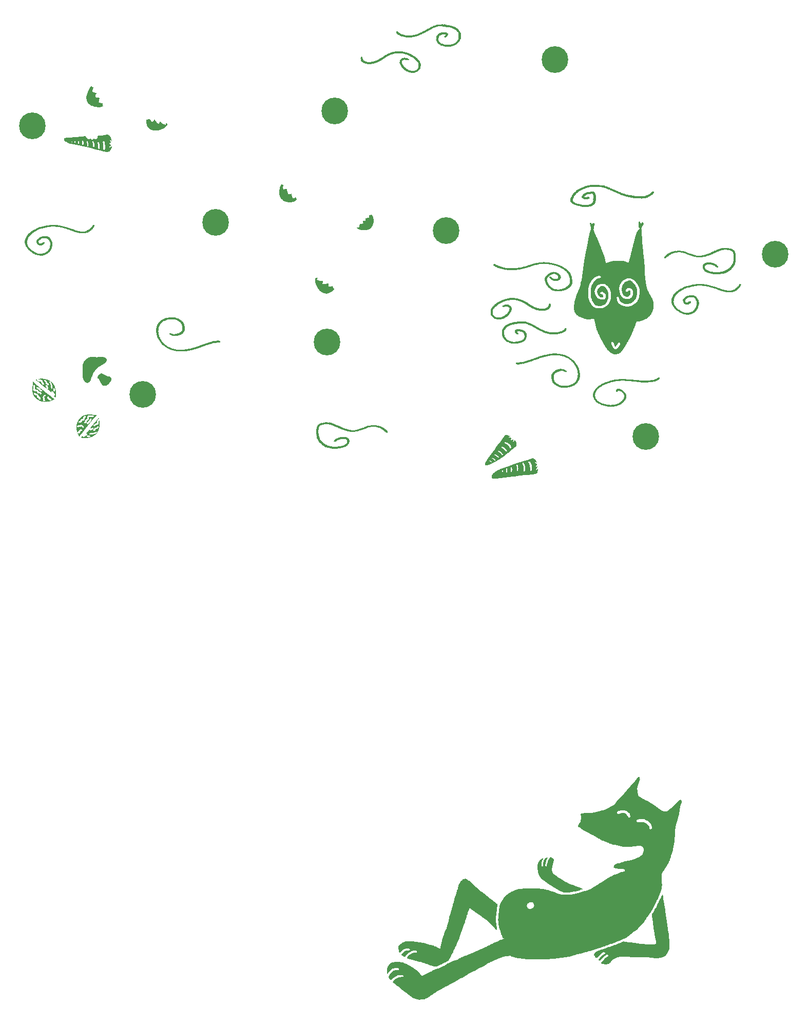
<source format=gbr>
%TF.GenerationSoftware,KiCad,Pcbnew,7.0.10*%
%TF.CreationDate,2024-03-18T13:49:46+01:00*%
%TF.ProjectId,chew_v1_backplate,63686577-5f76-4315-9f62-61636b706c61,rev?*%
%TF.SameCoordinates,Original*%
%TF.FileFunction,Soldermask,Top*%
%TF.FilePolarity,Negative*%
%FSLAX46Y46*%
G04 Gerber Fmt 4.6, Leading zero omitted, Abs format (unit mm)*
G04 Created by KiCad (PCBNEW 7.0.10) date 2024-03-18 13:49:46*
%MOMM*%
%LPD*%
G01*
G04 APERTURE LIST*
%ADD10C,4.400000*%
G04 APERTURE END LIST*
%TO.C,G\u002A\u002A\u002A*%
G36*
X177116645Y-99690672D02*
G01*
X177159406Y-99731933D01*
X177182122Y-99780696D01*
X177190731Y-99833192D01*
X177185518Y-99874554D01*
X177166767Y-99889915D01*
X177156458Y-99886033D01*
X177136268Y-99896153D01*
X177120883Y-99932728D01*
X177090611Y-99996903D01*
X177060401Y-100033416D01*
X177023763Y-100086182D01*
X176999794Y-100154862D01*
X176974461Y-100220177D01*
X176939076Y-100249572D01*
X176901552Y-100268996D01*
X176893406Y-100281472D01*
X176877513Y-100313020D01*
X176837844Y-100363247D01*
X176786412Y-100419381D01*
X176735232Y-100468650D01*
X176696319Y-100498280D01*
X176686152Y-100501806D01*
X176655099Y-100521819D01*
X176640388Y-100549947D01*
X176606774Y-100592764D01*
X176566468Y-100612806D01*
X176522041Y-100634241D01*
X176507827Y-100656987D01*
X176488139Y-100687016D01*
X176441556Y-100717158D01*
X176340228Y-100764939D01*
X176276176Y-100797857D01*
X176242466Y-100820248D01*
X176232166Y-100836452D01*
X176235109Y-100846332D01*
X176234440Y-100859330D01*
X176224309Y-100854738D01*
X176187538Y-100855493D01*
X176166364Y-100869370D01*
X176113825Y-100906644D01*
X176042673Y-100943236D01*
X175976252Y-100967877D01*
X175953558Y-100972106D01*
X175869181Y-100992996D01*
X175756116Y-101043349D01*
X175705955Y-101062511D01*
X175683292Y-101052028D01*
X175681714Y-101048142D01*
X175663656Y-101033773D01*
X175633200Y-101052125D01*
X175591125Y-101071753D01*
X175569035Y-101068777D01*
X175545979Y-101067565D01*
X175543880Y-101074916D01*
X175521697Y-101082739D01*
X175462636Y-101087792D01*
X175377927Y-101090204D01*
X175278803Y-101090104D01*
X175176496Y-101087621D01*
X175082236Y-101082883D01*
X175007255Y-101076019D01*
X174966022Y-101068286D01*
X174911957Y-101065848D01*
X174883923Y-101077886D01*
X174847776Y-101088079D01*
X174788193Y-101071305D01*
X174751642Y-101054784D01*
X174634968Y-101017480D01*
X174530841Y-101014225D01*
X174462537Y-101015382D01*
X174419242Y-101009186D01*
X174411243Y-101002574D01*
X174390102Y-100979276D01*
X174337190Y-100954226D01*
X174268270Y-100933629D01*
X174213240Y-100924620D01*
X174149883Y-100909168D01*
X174111128Y-100888312D01*
X174064122Y-100869063D01*
X174038792Y-100871586D01*
X173999341Y-100870630D01*
X173987850Y-100860590D01*
X173955532Y-100845750D01*
X173938517Y-100848977D01*
X173897110Y-100846321D01*
X173836730Y-100823437D01*
X173820145Y-100814706D01*
X173736858Y-100778409D01*
X173646426Y-100753173D01*
X173638152Y-100751737D01*
X173567154Y-100733540D01*
X173513694Y-100708024D01*
X173505925Y-100701584D01*
X173478444Y-100680729D01*
X173471395Y-100683775D01*
X173456579Y-100685106D01*
X173436302Y-100671372D01*
X173395343Y-100654050D01*
X173376056Y-100657794D01*
X173353006Y-100658881D01*
X173350901Y-100651435D01*
X173330290Y-100631998D01*
X173276250Y-100602080D01*
X173200469Y-100568148D01*
X173200285Y-100568073D01*
X173093332Y-100524662D01*
X173020634Y-100496166D01*
X172971897Y-100479103D01*
X172936828Y-100469990D01*
X172905133Y-100465346D01*
X172893026Y-100464141D01*
X172830507Y-100455650D01*
X172771592Y-100439582D01*
X172695906Y-100409936D01*
X172667171Y-100397622D01*
X172601274Y-100372177D01*
X172551101Y-100358161D01*
X172542075Y-100357213D01*
X172501839Y-100340538D01*
X172494780Y-100332114D01*
X172462986Y-100318217D01*
X172403443Y-100315063D01*
X172385779Y-100316363D01*
X172330074Y-100317861D01*
X172304157Y-100310272D01*
X172304460Y-100306021D01*
X172293712Y-100286244D01*
X172241592Y-100267937D01*
X172154918Y-100253366D01*
X172141369Y-100251854D01*
X172079533Y-100236519D01*
X172042757Y-100216965D01*
X172008023Y-100199752D01*
X171995198Y-100202734D01*
X171966473Y-100202766D01*
X171925119Y-100185610D01*
X171872550Y-100159701D01*
X171820222Y-100143478D01*
X171750421Y-100132642D01*
X171678016Y-100125642D01*
X171602107Y-100114583D01*
X171544173Y-100098160D01*
X171528209Y-100089437D01*
X171484295Y-100072304D01*
X171465990Y-100074340D01*
X171421460Y-100074570D01*
X171374810Y-100062308D01*
X171314207Y-100044111D01*
X171235861Y-100030460D01*
X171130496Y-100020245D01*
X170988836Y-100012354D01*
X170941034Y-100010396D01*
X170846607Y-100006266D01*
X170772096Y-100002096D01*
X170729441Y-99998592D01*
X170724146Y-99997614D01*
X170689548Y-99992959D01*
X170618577Y-99989602D01*
X170521013Y-99987493D01*
X170406638Y-99986585D01*
X170285233Y-99986829D01*
X170166579Y-99988176D01*
X170060458Y-99990577D01*
X169976651Y-99993983D01*
X169924939Y-99998347D01*
X169913185Y-100001649D01*
X169882615Y-100013791D01*
X169866796Y-100010409D01*
X169823827Y-100010643D01*
X169761882Y-100027867D01*
X169752481Y-100031625D01*
X169687091Y-100050538D01*
X169593756Y-100067495D01*
X169492830Y-100078809D01*
X169315152Y-100093931D01*
X169183181Y-100109626D01*
X169094425Y-100126267D01*
X169046396Y-100144231D01*
X169043264Y-100146483D01*
X169017323Y-100160039D01*
X169013140Y-100156182D01*
X168993406Y-100156050D01*
X168943309Y-100171754D01*
X168910721Y-100184539D01*
X168840978Y-100209818D01*
X168785781Y-100223504D01*
X168772154Y-100224376D01*
X168720634Y-100235234D01*
X168707488Y-100242884D01*
X168666026Y-100259766D01*
X168600492Y-100274168D01*
X168586995Y-100276119D01*
X168476067Y-100291081D01*
X168406918Y-100301491D01*
X168373444Y-100308307D01*
X168368501Y-100310368D01*
X168364071Y-100313285D01*
X168352558Y-100317084D01*
X168323656Y-100324393D01*
X168267062Y-100337839D01*
X168187761Y-100356462D01*
X168113990Y-100376171D01*
X168063728Y-100394182D01*
X168049193Y-100404485D01*
X168028521Y-100420495D01*
X167975306Y-100445261D01*
X167926195Y-100464218D01*
X167830637Y-100507270D01*
X167732471Y-100564506D01*
X167697049Y-100589472D01*
X167634528Y-100634294D01*
X167586195Y-100663719D01*
X167568287Y-100670496D01*
X167530391Y-100682682D01*
X167463509Y-100715148D01*
X167378968Y-100761762D01*
X167288094Y-100816387D01*
X167231977Y-100852631D01*
X167153771Y-100903806D01*
X167078322Y-100951635D01*
X167051237Y-100968220D01*
X166986913Y-101012502D01*
X166934719Y-101057510D01*
X166933691Y-101058590D01*
X166893551Y-101093117D01*
X166868804Y-101104272D01*
X166841482Y-101120769D01*
X166790138Y-101164719D01*
X166723058Y-101227808D01*
X166648527Y-101301723D01*
X166574833Y-101378153D01*
X166510260Y-101448784D01*
X166463096Y-101505303D01*
X166448426Y-101525999D01*
X166408622Y-101580524D01*
X166372971Y-101616005D01*
X166370542Y-101617567D01*
X166341393Y-101653083D01*
X166338188Y-101668838D01*
X166321237Y-101709987D01*
X166302040Y-101730838D01*
X166271171Y-101776992D01*
X166265892Y-101803506D01*
X166249591Y-101846485D01*
X166232787Y-101858878D01*
X166207055Y-101889014D01*
X166185861Y-101947143D01*
X166182941Y-101960818D01*
X166166331Y-102030875D01*
X166147744Y-102084717D01*
X166145509Y-102089260D01*
X166116321Y-102155245D01*
X166097337Y-102229622D01*
X166084913Y-102328850D01*
X166080802Y-102381502D01*
X166071840Y-102536117D01*
X166069792Y-102648316D01*
X166074801Y-102723402D01*
X166087011Y-102766681D01*
X166091419Y-102773423D01*
X166108694Y-102821909D01*
X166108302Y-102845306D01*
X166112674Y-102887746D01*
X166122394Y-102900299D01*
X166133829Y-102930511D01*
X166130161Y-102947438D01*
X166129810Y-102997414D01*
X166136561Y-103012938D01*
X166157336Y-103059622D01*
X166160421Y-103072693D01*
X166178233Y-103112777D01*
X166220024Y-103180435D01*
X166278887Y-103266240D01*
X166347916Y-103360766D01*
X166420203Y-103454588D01*
X166488841Y-103538279D01*
X166546922Y-103602413D01*
X166553132Y-103608621D01*
X166634176Y-103684078D01*
X166726337Y-103763175D01*
X166819549Y-103837998D01*
X166903744Y-103900634D01*
X166968856Y-103943171D01*
X166994877Y-103955859D01*
X167030472Y-103979785D01*
X167037049Y-103995357D01*
X167057107Y-104015915D01*
X167082668Y-104020212D01*
X167127570Y-104036985D01*
X167142159Y-104056360D01*
X167169944Y-104088340D01*
X167185012Y-104092508D01*
X167225820Y-104107105D01*
X167252040Y-104125566D01*
X167312927Y-104168526D01*
X167400117Y-104218640D01*
X167496035Y-104266934D01*
X167583110Y-104304433D01*
X167633491Y-104320393D01*
X167686585Y-104337202D01*
X167711539Y-104355600D01*
X167711812Y-104357330D01*
X167734399Y-104373033D01*
X167796204Y-104389512D01*
X167888292Y-104405474D01*
X168001726Y-104419625D01*
X168127573Y-104430670D01*
X168256897Y-104437317D01*
X168266082Y-104437591D01*
X168515809Y-104429735D01*
X168729978Y-104391199D01*
X168844450Y-104351955D01*
X168926705Y-104317031D01*
X168979981Y-104292727D01*
X169019834Y-104271243D01*
X169061823Y-104244782D01*
X169073387Y-104237192D01*
X169139340Y-104197168D01*
X169198543Y-104166362D01*
X169199905Y-104165758D01*
X169241486Y-104138570D01*
X169254127Y-104117203D01*
X169272820Y-104093720D01*
X169281174Y-104092508D01*
X169311315Y-104075374D01*
X169360661Y-104031487D01*
X169418799Y-103972121D01*
X169475319Y-103908550D01*
X169519810Y-103852046D01*
X169541861Y-103813884D01*
X169542665Y-103809348D01*
X169558535Y-103781331D01*
X169567410Y-103779225D01*
X169589015Y-103759805D01*
X169591508Y-103744443D01*
X169609573Y-103704662D01*
X169639552Y-103676010D01*
X169670714Y-103645444D01*
X169672773Y-103627535D01*
X169675301Y-103600137D01*
X169698123Y-103546555D01*
X169718446Y-103509203D01*
X169759041Y-103418174D01*
X169796494Y-103296326D01*
X169827571Y-103159618D01*
X169849043Y-103024005D01*
X169857677Y-102905445D01*
X169854098Y-102839377D01*
X169848295Y-102769834D01*
X169852307Y-102720683D01*
X169857007Y-102710420D01*
X169864801Y-102669345D01*
X169848509Y-102598467D01*
X169813025Y-102506497D01*
X169763244Y-102402144D01*
X169704059Y-102294119D01*
X169640363Y-102191131D01*
X169577051Y-102101891D01*
X169519016Y-102035109D01*
X169471152Y-101999494D01*
X169455567Y-101995923D01*
X169425742Y-101981750D01*
X169422818Y-101971824D01*
X169402863Y-101951567D01*
X169379440Y-101947726D01*
X169326017Y-101932499D01*
X169307196Y-101918859D01*
X169274831Y-101909512D01*
X169205222Y-101901811D01*
X169109301Y-101895966D01*
X168997999Y-101892190D01*
X168882250Y-101890694D01*
X168772985Y-101891689D01*
X168681136Y-101895387D01*
X168617635Y-101902000D01*
X168603463Y-101905243D01*
X168512559Y-101936471D01*
X168380760Y-101986967D01*
X168351216Y-101998686D01*
X168320768Y-102019476D01*
X168270221Y-102061559D01*
X168242772Y-102086178D01*
X168188925Y-102132169D01*
X168148651Y-102160344D01*
X168137842Y-102164499D01*
X168101940Y-102182591D01*
X168065481Y-102221755D01*
X168049193Y-102259287D01*
X168031455Y-102284058D01*
X168024498Y-102285107D01*
X167994855Y-102305882D01*
X167972817Y-102354984D01*
X167964155Y-102412576D01*
X167974181Y-102458104D01*
X167986587Y-102495615D01*
X167974067Y-102506955D01*
X167967494Y-102530417D01*
X167983815Y-102578282D01*
X168016077Y-102637111D01*
X168057329Y-102693461D01*
X168085341Y-102722107D01*
X168151124Y-102750647D01*
X168244904Y-102753456D01*
X168338378Y-102734657D01*
X168419082Y-102708587D01*
X168463193Y-102687682D01*
X168481000Y-102665920D01*
X168483339Y-102649801D01*
X168488048Y-102624803D01*
X168504622Y-102643454D01*
X168526116Y-102664397D01*
X168546425Y-102643454D01*
X168611424Y-102578160D01*
X168708607Y-102542004D01*
X168745690Y-102536178D01*
X168845972Y-102536850D01*
X168911758Y-102565900D01*
X168939978Y-102621752D01*
X168940844Y-102636403D01*
X168936377Y-102679493D01*
X168917792Y-102720513D01*
X168877314Y-102773173D01*
X168838425Y-102817005D01*
X168813397Y-102850948D01*
X168814326Y-102863565D01*
X168807819Y-102874477D01*
X168763924Y-102904918D01*
X168687737Y-102951656D01*
X168584355Y-103011455D01*
X168556661Y-103027057D01*
X168463551Y-103067791D01*
X168356715Y-103088772D01*
X168285723Y-103093750D01*
X168201448Y-103094089D01*
X168137709Y-103088579D01*
X168108234Y-103078411D01*
X168108191Y-103078342D01*
X168075943Y-103061075D01*
X168037571Y-103056265D01*
X167980376Y-103041362D01*
X167917640Y-103005075D01*
X167912475Y-103001010D01*
X167846961Y-102951011D01*
X167784527Y-102907934D01*
X167784108Y-102907669D01*
X167733615Y-102852587D01*
X167681104Y-102750292D01*
X167657961Y-102691814D01*
X167627847Y-102597666D01*
X167603747Y-102498234D01*
X167587227Y-102404226D01*
X167579857Y-102326351D01*
X167583203Y-102275317D01*
X167594895Y-102261009D01*
X167615456Y-102241253D01*
X167644862Y-102191815D01*
X167655231Y-102170639D01*
X167694904Y-102100953D01*
X167738899Y-102044751D01*
X167746732Y-102037349D01*
X167836775Y-101959865D01*
X167897417Y-101909769D01*
X167935055Y-101882177D01*
X167956084Y-101872204D01*
X167962697Y-101872396D01*
X167987871Y-101859321D01*
X168025505Y-101820086D01*
X168028423Y-101816425D01*
X168074384Y-101773334D01*
X168117938Y-101754945D01*
X168118633Y-101754936D01*
X168170465Y-101740918D01*
X168207254Y-101719555D01*
X168261282Y-101691062D01*
X168296205Y-101683407D01*
X168331996Y-101671722D01*
X168338378Y-101659298D01*
X168356042Y-101646039D01*
X168374526Y-101649827D01*
X168405475Y-101648767D01*
X168410674Y-101637021D01*
X168431758Y-101618976D01*
X168483219Y-101610447D01*
X168490199Y-101610344D01*
X168552784Y-101603128D01*
X168594347Y-101585687D01*
X168595148Y-101584921D01*
X168626804Y-101575662D01*
X168692983Y-101568049D01*
X168780351Y-101562484D01*
X168875573Y-101559366D01*
X168965313Y-101559098D01*
X169036237Y-101562079D01*
X169075009Y-101568711D01*
X169077641Y-101570417D01*
X169105524Y-101572436D01*
X169160698Y-101564101D01*
X169170988Y-101561875D01*
X169226432Y-101554702D01*
X169253449Y-101561992D01*
X169254127Y-101564685D01*
X169275427Y-101578676D01*
X169328238Y-101586333D01*
X169344497Y-101586782D01*
X169430108Y-101601701D01*
X169495114Y-101634443D01*
X169548750Y-101668343D01*
X169591508Y-101682871D01*
X169638565Y-101697753D01*
X169673877Y-101719146D01*
X169717178Y-101741104D01*
X169754225Y-101726139D01*
X169756376Y-101724405D01*
X169781268Y-101709153D01*
X169783021Y-101730134D01*
X169777836Y-101752154D01*
X169776612Y-101794494D01*
X169800721Y-101839586D01*
X169856941Y-101899854D01*
X169859968Y-101902771D01*
X169909450Y-101953026D01*
X169937345Y-101986848D01*
X169939171Y-101995923D01*
X169938234Y-102011013D01*
X169956755Y-102038096D01*
X169991621Y-102091122D01*
X170037757Y-102176650D01*
X170089369Y-102282105D01*
X170140664Y-102394910D01*
X170185851Y-102502492D01*
X170219135Y-102592274D01*
X170231505Y-102634538D01*
X170240760Y-102701982D01*
X170244686Y-102792460D01*
X170243740Y-102891681D01*
X170238382Y-102985350D01*
X170229072Y-103059175D01*
X170216600Y-103098437D01*
X170210466Y-103111983D01*
X170201878Y-103145150D01*
X170187734Y-103210336D01*
X170183350Y-103231246D01*
X170165960Y-103293127D01*
X170146884Y-103331605D01*
X170143046Y-103335088D01*
X170127015Y-103366598D01*
X170121316Y-103413142D01*
X170109174Y-103495400D01*
X170078305Y-103595207D01*
X170035940Y-103689506D01*
X170032969Y-103694880D01*
X170008937Y-103743452D01*
X170000301Y-103767176D01*
X169977142Y-103832453D01*
X169943463Y-103894354D01*
X169911323Y-103931039D01*
X169883589Y-103960664D01*
X169880693Y-103971421D01*
X169864387Y-103999469D01*
X169822716Y-104048427D01*
X169766545Y-104107422D01*
X169706744Y-104165584D01*
X169654178Y-104212044D01*
X169619716Y-104235928D01*
X169615096Y-104237100D01*
X169593423Y-104256274D01*
X169591508Y-104268716D01*
X169573814Y-104300437D01*
X169531239Y-104342952D01*
X169479547Y-104383381D01*
X169434503Y-104408846D01*
X169416793Y-104411460D01*
X169399364Y-104423722D01*
X169398719Y-104429889D01*
X169379487Y-104451893D01*
X169366306Y-104453988D01*
X169326399Y-104470489D01*
X169292902Y-104499282D01*
X169242576Y-104532718D01*
X169171047Y-104557088D01*
X169156624Y-104559814D01*
X169096791Y-104573823D01*
X169063670Y-104590206D01*
X169061338Y-104594950D01*
X169040323Y-104612296D01*
X168985709Y-104637289D01*
X168922770Y-104659966D01*
X168844489Y-104686978D01*
X168783939Y-104710644D01*
X168758994Y-104722999D01*
X168714914Y-104738005D01*
X168686698Y-104740341D01*
X168644698Y-104740981D01*
X168566124Y-104743154D01*
X168462562Y-104746511D01*
X168355896Y-104750317D01*
X168243897Y-104752749D01*
X168150429Y-104751509D01*
X168085460Y-104746953D01*
X168059103Y-104739709D01*
X168027892Y-104725496D01*
X167981338Y-104723079D01*
X167919598Y-104720473D01*
X167842874Y-104708147D01*
X167765554Y-104689730D01*
X167702025Y-104668850D01*
X167666673Y-104649135D01*
X167663615Y-104642951D01*
X167648842Y-104630531D01*
X167640496Y-104634122D01*
X167602127Y-104636352D01*
X167574225Y-104626730D01*
X167464627Y-104572637D01*
X167362795Y-104524111D01*
X167277980Y-104485397D01*
X167219434Y-104460737D01*
X167197615Y-104453978D01*
X167166027Y-104440654D01*
X167103942Y-104404454D01*
X167019692Y-104351056D01*
X166921610Y-104286137D01*
X166818027Y-104215375D01*
X166717275Y-104144447D01*
X166627687Y-104079032D01*
X166557593Y-104024807D01*
X166520197Y-103992371D01*
X166462831Y-103940943D01*
X166416548Y-103907300D01*
X166398113Y-103899718D01*
X166371093Y-103883567D01*
X166326233Y-103844052D01*
X166276853Y-103794578D01*
X166236274Y-103748551D01*
X166217817Y-103719377D01*
X166217694Y-103718143D01*
X166202962Y-103697106D01*
X166165750Y-103653523D01*
X166144624Y-103630096D01*
X166086942Y-103556271D01*
X166037543Y-103475586D01*
X166030155Y-103460539D01*
X165997472Y-103404093D01*
X165966319Y-103372531D01*
X165958634Y-103370169D01*
X165934005Y-103349531D01*
X165928510Y-103322289D01*
X165912306Y-103268554D01*
X165886338Y-103231919D01*
X165835933Y-103162140D01*
X165784491Y-103060722D01*
X165738880Y-102943572D01*
X165705968Y-102826594D01*
X165701255Y-102803229D01*
X165692490Y-102741831D01*
X165682861Y-102653192D01*
X165673663Y-102552571D01*
X165666188Y-102455225D01*
X165661731Y-102376414D01*
X165661414Y-102333305D01*
X165663727Y-102279258D01*
X165664210Y-102244865D01*
X165673793Y-102201852D01*
X165699441Y-102126213D01*
X165736607Y-102028890D01*
X165780741Y-101920822D01*
X165827294Y-101812950D01*
X165871716Y-101716215D01*
X165909458Y-101641558D01*
X165928054Y-101610344D01*
X165963251Y-101551900D01*
X165984079Y-101507925D01*
X166008446Y-101472362D01*
X166024149Y-101465752D01*
X166046634Y-101446438D01*
X166049004Y-101432170D01*
X166066530Y-101398194D01*
X166114835Y-101339462D01*
X166187507Y-101261872D01*
X166278135Y-101171326D01*
X166380309Y-101073725D01*
X166487618Y-100974969D01*
X166593649Y-100880959D01*
X166691993Y-100797596D01*
X166776239Y-100730780D01*
X166839974Y-100686412D01*
X166876663Y-100670393D01*
X166909124Y-100656647D01*
X166966299Y-100620887D01*
X167028949Y-100575939D01*
X167094425Y-100529659D01*
X167144277Y-100500656D01*
X167166934Y-100495131D01*
X167193641Y-100493131D01*
X167217789Y-100477707D01*
X167254258Y-100458618D01*
X167269630Y-100461268D01*
X167299706Y-100462226D01*
X167354892Y-100445409D01*
X167418658Y-100417314D01*
X167474474Y-100384441D01*
X167484628Y-100376743D01*
X167531675Y-100336804D01*
X167577965Y-100295636D01*
X167642718Y-100249189D01*
X167737390Y-100196186D01*
X167845952Y-100144623D01*
X167952376Y-100102496D01*
X167988947Y-100090618D01*
X168055305Y-100068655D01*
X168102245Y-100049391D01*
X168109440Y-100045302D01*
X168144629Y-100035885D01*
X168212628Y-100027568D01*
X168290180Y-100022579D01*
X168388434Y-100013268D01*
X168459792Y-99995752D01*
X168484925Y-99981867D01*
X168519577Y-99958698D01*
X168533784Y-99958186D01*
X168560489Y-99957473D01*
X168620655Y-99945950D01*
X168701623Y-99926806D01*
X168790734Y-99903232D01*
X168875329Y-99878417D01*
X168942750Y-99855551D01*
X168945947Y-99854321D01*
X169001721Y-99840652D01*
X169088098Y-99828183D01*
X169187499Y-99819389D01*
X169198983Y-99818724D01*
X169306630Y-99809813D01*
X169410830Y-99796122D01*
X169489598Y-99780560D01*
X169491615Y-99780020D01*
X169563756Y-99765568D01*
X169620505Y-99763059D01*
X169633667Y-99765768D01*
X169680322Y-99763062D01*
X169709462Y-99746182D01*
X169730686Y-99732358D01*
X169762974Y-99722472D01*
X169814373Y-99715707D01*
X169892930Y-99711250D01*
X170006690Y-99708283D01*
X170097581Y-99706847D01*
X170249718Y-99706574D01*
X170419197Y-99709323D01*
X170597038Y-99714646D01*
X170774267Y-99722095D01*
X170941904Y-99731221D01*
X171090974Y-99741576D01*
X171212499Y-99752711D01*
X171297502Y-99764179D01*
X171314563Y-99767622D01*
X171430619Y-99793014D01*
X171562595Y-99819970D01*
X171663994Y-99839325D01*
X171820762Y-99870767D01*
X171934335Y-99900546D01*
X172009616Y-99930100D01*
X172040031Y-99949617D01*
X172085190Y-99968537D01*
X172153740Y-99979547D01*
X172169811Y-99980334D01*
X172239185Y-99990207D01*
X172276587Y-100012546D01*
X172278368Y-100016102D01*
X172296121Y-100036797D01*
X172326993Y-100019595D01*
X172366906Y-100002408D01*
X172396574Y-100017815D01*
X172443302Y-100039800D01*
X172509312Y-100054051D01*
X172511042Y-100054237D01*
X172588945Y-100070111D01*
X172672412Y-100097733D01*
X172681389Y-100101500D01*
X172751135Y-100126743D01*
X172809720Y-100139820D01*
X172818534Y-100140325D01*
X172864989Y-100151219D01*
X172880977Y-100164424D01*
X172915414Y-100185675D01*
X172936621Y-100188671D01*
X172986305Y-100199558D01*
X173046398Y-100224819D01*
X173108993Y-100250534D01*
X173159444Y-100260819D01*
X173203697Y-100271471D01*
X173217063Y-100282821D01*
X173247420Y-100299931D01*
X173307281Y-100316517D01*
X173332954Y-100321256D01*
X173421216Y-100343995D01*
X173505588Y-100378593D01*
X173517050Y-100384841D01*
X173577096Y-100412421D01*
X173623043Y-100421484D01*
X173629762Y-100420132D01*
X173670170Y-100419713D01*
X173726306Y-100433846D01*
X173778604Y-100455660D01*
X173807498Y-100478286D01*
X173808776Y-100482990D01*
X173828890Y-100498568D01*
X173854395Y-100501806D01*
X173899557Y-100519218D01*
X173914397Y-100539288D01*
X173938035Y-100563725D01*
X173969801Y-100553814D01*
X174023137Y-100546757D01*
X174065896Y-100566944D01*
X174137169Y-100601219D01*
X174229686Y-100630864D01*
X174317090Y-100648065D01*
X174344971Y-100649707D01*
X174380750Y-100659046D01*
X174387144Y-100669733D01*
X174408752Y-100684405D01*
X174464288Y-100700369D01*
X174513662Y-100709619D01*
X174602876Y-100723456D01*
X174655506Y-100731925D01*
X174682602Y-100737002D01*
X174695215Y-100740661D01*
X174700427Y-100742997D01*
X174729559Y-100747876D01*
X174790103Y-100753805D01*
X174829219Y-100756763D01*
X174905357Y-100767075D01*
X174964098Y-100783997D01*
X174979836Y-100792877D01*
X175024839Y-100807112D01*
X175043833Y-100798110D01*
X175083477Y-100783737D01*
X175147950Y-100774497D01*
X175222034Y-100770718D01*
X175290511Y-100772729D01*
X175338164Y-100780861D01*
X175351091Y-100791466D01*
X175367375Y-100804427D01*
X175393264Y-100794854D01*
X175446700Y-100780847D01*
X175514695Y-100778138D01*
X175572458Y-100776164D01*
X175605566Y-100764311D01*
X175606487Y-100763072D01*
X175637531Y-100747779D01*
X175681595Y-100742792D01*
X175737720Y-100727805D01*
X175810224Y-100690239D01*
X175881003Y-100641190D01*
X175931954Y-100591751D01*
X175935115Y-100587425D01*
X175950853Y-100576774D01*
X175953189Y-100589919D01*
X175969379Y-100609514D01*
X176009955Y-100600346D01*
X176064330Y-100566820D01*
X176112285Y-100523727D01*
X176161934Y-100479072D01*
X176202094Y-100454975D01*
X176209254Y-100453608D01*
X176245779Y-100439130D01*
X176298395Y-100403322D01*
X176310643Y-100393362D01*
X176361834Y-100354537D01*
X176398686Y-100334059D01*
X176403567Y-100333115D01*
X176432572Y-100315630D01*
X176459630Y-100284917D01*
X176497610Y-100247608D01*
X176524440Y-100236720D01*
X176543379Y-100219588D01*
X176539154Y-100196699D01*
X176536803Y-100167890D01*
X176569478Y-100168626D01*
X176570745Y-100168954D01*
X176621440Y-100164133D01*
X176660851Y-100132983D01*
X176671555Y-100090122D01*
X176670278Y-100085457D01*
X176681197Y-100053395D01*
X176709207Y-100032070D01*
X176748959Y-99992723D01*
X176777611Y-99931351D01*
X176778113Y-99929462D01*
X176797593Y-99876505D01*
X176818167Y-99851448D01*
X176820175Y-99851141D01*
X176843560Y-99831132D01*
X176858743Y-99798265D01*
X176902519Y-99723364D01*
X176968725Y-99678561D01*
X177044415Y-99666712D01*
X177116645Y-99690672D01*
G37*
G36*
X144760630Y-96100723D02*
G01*
X144792638Y-96106605D01*
X144794038Y-96108818D01*
X144816346Y-96117492D01*
X144875936Y-96124482D01*
X144961896Y-96128722D01*
X145004901Y-96129438D01*
X145160728Y-96136914D01*
X145350630Y-96156296D01*
X145562421Y-96185966D01*
X145783915Y-96224305D01*
X145911495Y-96249766D01*
X146008441Y-96267712D01*
X146098181Y-96280270D01*
X146156498Y-96284538D01*
X146212911Y-96290733D01*
X146243178Y-96305803D01*
X146243912Y-96307363D01*
X146270801Y-96326067D01*
X146326280Y-96342145D01*
X146336290Y-96343926D01*
X146450734Y-96363676D01*
X146537772Y-96382396D01*
X146617803Y-96405230D01*
X146711222Y-96437320D01*
X146721869Y-96441158D01*
X146830367Y-96478853D01*
X146955433Y-96520107D01*
X147053782Y-96550995D01*
X147139504Y-96579124D01*
X147205787Y-96604797D01*
X147240199Y-96623115D01*
X147241969Y-96625120D01*
X147274847Y-96644431D01*
X147288734Y-96646018D01*
X147325949Y-96656495D01*
X147395912Y-96684763D01*
X147488768Y-96726080D01*
X147594660Y-96775703D01*
X147703732Y-96828887D01*
X147806128Y-96880891D01*
X147891992Y-96926970D01*
X147951468Y-96962383D01*
X147963182Y-96970585D01*
X148016967Y-97006228D01*
X148099511Y-97055378D01*
X148196604Y-97109706D01*
X148241425Y-97133711D01*
X148384930Y-97218669D01*
X148512443Y-97316901D01*
X148626772Y-97425679D01*
X148771244Y-97579248D01*
X148891569Y-97719533D01*
X148983798Y-97841534D01*
X149043983Y-97940255D01*
X149057947Y-97971445D01*
X149089783Y-98051163D01*
X149126193Y-98138379D01*
X149132132Y-98152185D01*
X149198557Y-98328840D01*
X149255950Y-98533036D01*
X149306022Y-98771759D01*
X149347647Y-99031787D01*
X149355036Y-99118213D01*
X149356987Y-99224023D01*
X149354199Y-99338078D01*
X149347369Y-99449240D01*
X149337197Y-99546369D01*
X149324380Y-99618326D01*
X149309617Y-99653973D01*
X149308594Y-99654776D01*
X149286182Y-99683772D01*
X149251387Y-99749995D01*
X149202659Y-99856565D01*
X149166416Y-99940400D01*
X149141339Y-99978263D01*
X149092358Y-100037502D01*
X149027820Y-100109422D01*
X148956070Y-100185327D01*
X148885453Y-100256521D01*
X148824315Y-100314308D01*
X148781001Y-100349991D01*
X148766402Y-100357213D01*
X148735468Y-100372266D01*
X148688103Y-100409327D01*
X148678834Y-100417726D01*
X148622029Y-100462768D01*
X148570635Y-100491766D01*
X148566541Y-100493202D01*
X148508971Y-100523062D01*
X148485316Y-100542316D01*
X148436625Y-100572459D01*
X148382313Y-100590239D01*
X148322250Y-100611387D01*
X148285872Y-100637252D01*
X148244447Y-100666234D01*
X148224329Y-100670496D01*
X148185780Y-100689735D01*
X148178158Y-100702335D01*
X148145990Y-100724108D01*
X148098133Y-100724221D01*
X148026530Y-100730844D01*
X147932865Y-100764306D01*
X147907069Y-100776728D01*
X147823252Y-100812255D01*
X147742704Y-100835283D01*
X147704691Y-100840045D01*
X147637429Y-100846559D01*
X147547167Y-100862452D01*
X147480977Y-100877524D01*
X147411364Y-100891459D01*
X147321949Y-100904408D01*
X147225863Y-100915126D01*
X147136240Y-100922372D01*
X147066213Y-100924901D01*
X147028915Y-100921472D01*
X147027106Y-100920486D01*
X147002995Y-100917605D01*
X146941473Y-100912354D01*
X146853217Y-100905609D01*
X146794165Y-100901370D01*
X146665205Y-100892134D01*
X146575155Y-100884782D01*
X146514836Y-100877950D01*
X146475071Y-100870272D01*
X146446682Y-100860385D01*
X146420490Y-100846924D01*
X146417779Y-100845408D01*
X146373299Y-100828857D01*
X146351754Y-100831756D01*
X146336841Y-100835534D01*
X146304381Y-100828442D01*
X146247553Y-100808076D01*
X146159534Y-100772035D01*
X146055329Y-100727383D01*
X145992500Y-100708786D01*
X145943195Y-100708342D01*
X145940861Y-100709135D01*
X145908481Y-100707094D01*
X145902514Y-100685124D01*
X145884325Y-100651549D01*
X145866366Y-100646398D01*
X145834305Y-100632829D01*
X145830218Y-100621247D01*
X145810104Y-100579078D01*
X145755739Y-100523656D01*
X145676090Y-100463064D01*
X145607305Y-100420310D01*
X145543911Y-100380352D01*
X145502342Y-100346691D01*
X145492837Y-100332099D01*
X145473362Y-100311481D01*
X145457537Y-100309016D01*
X145420397Y-100289764D01*
X145393465Y-100254794D01*
X145352674Y-100198823D01*
X145320322Y-100169082D01*
X145284685Y-100129096D01*
X145275949Y-100101389D01*
X145264705Y-100076959D01*
X145253585Y-100079006D01*
X145230265Y-100070683D01*
X145214802Y-100041097D01*
X145198425Y-100007149D01*
X145179215Y-100016590D01*
X145174646Y-100022673D01*
X145159417Y-100039014D01*
X145164817Y-100013378D01*
X145165771Y-100010430D01*
X145160143Y-99959040D01*
X145131896Y-99930743D01*
X145093822Y-99886931D01*
X145083159Y-99851197D01*
X145072649Y-99806229D01*
X145060819Y-99791981D01*
X145039652Y-99761795D01*
X145015252Y-99704326D01*
X145009814Y-99688140D01*
X144983786Y-99617017D01*
X144945836Y-99525358D01*
X144913619Y-99453513D01*
X144874873Y-99362013D01*
X144843606Y-99272937D01*
X144829399Y-99218551D01*
X144814222Y-99160633D01*
X144797397Y-99129754D01*
X144793549Y-99128181D01*
X144782959Y-99109053D01*
X144786281Y-99082704D01*
X144784523Y-99037772D01*
X144771976Y-99021035D01*
X144751749Y-98981725D01*
X144753131Y-98908097D01*
X144774450Y-98808035D01*
X144814033Y-98689422D01*
X144869376Y-98561862D01*
X144904464Y-98503634D01*
X144957907Y-98430983D01*
X145021152Y-98353711D01*
X145085644Y-98281619D01*
X145142830Y-98224510D01*
X145184157Y-98192183D01*
X145195354Y-98188333D01*
X145224245Y-98172372D01*
X145273452Y-98131242D01*
X145313886Y-98092295D01*
X145382518Y-98032334D01*
X145453238Y-97985333D01*
X145486812Y-97969933D01*
X145539389Y-97946932D01*
X145564723Y-97925376D01*
X145565133Y-97923144D01*
X145585755Y-97897731D01*
X145637388Y-97866591D01*
X145704683Y-97837172D01*
X145772289Y-97816925D01*
X145790613Y-97813716D01*
X145852282Y-97798142D01*
X145890547Y-97778587D01*
X145930593Y-97762948D01*
X146000996Y-97749865D01*
X146059731Y-97744114D01*
X146145368Y-97733319D01*
X146203086Y-97715131D01*
X146218488Y-97702830D01*
X146236075Y-97687351D01*
X146239527Y-97696938D01*
X146262723Y-97712216D01*
X146327399Y-97725589D01*
X146426843Y-97735724D01*
X146438710Y-97736525D01*
X146593571Y-97754992D01*
X146710266Y-97787244D01*
X146733918Y-97797912D01*
X146818768Y-97839176D01*
X146904571Y-97878794D01*
X146918745Y-97885054D01*
X146976722Y-97913706D01*
X147011725Y-97937289D01*
X147015140Y-97941712D01*
X147037175Y-97965450D01*
X147085612Y-98007669D01*
X147129991Y-98043461D01*
X147223126Y-98119933D01*
X147294661Y-98185745D01*
X147338133Y-98234605D01*
X147348434Y-98256130D01*
X147360881Y-98285164D01*
X147392115Y-98337262D01*
X147406761Y-98359374D01*
X147444502Y-98428751D01*
X147459077Y-98502234D01*
X147458665Y-98570921D01*
X147450305Y-98647486D01*
X147436004Y-98704962D01*
X147426320Y-98722554D01*
X147410153Y-98764860D01*
X147413065Y-98781484D01*
X147405534Y-98816699D01*
X147387570Y-98829136D01*
X147350662Y-98858218D01*
X147307947Y-98911475D01*
X147299460Y-98924599D01*
X147241875Y-98991656D01*
X147166586Y-99046588D01*
X147091740Y-99077235D01*
X147067597Y-99079984D01*
X147039733Y-99099636D01*
X147035152Y-99120148D01*
X147028193Y-99146965D01*
X147020041Y-99145203D01*
X146990173Y-99143704D01*
X146935706Y-99159274D01*
X146922841Y-99164392D01*
X146853237Y-99182101D01*
X146751779Y-99194309D01*
X146634587Y-99200189D01*
X146517776Y-99198915D01*
X146420727Y-99190159D01*
X146332172Y-99173154D01*
X146248547Y-99150910D01*
X146182480Y-99127492D01*
X146146598Y-99106962D01*
X146143501Y-99100951D01*
X146123922Y-99082365D01*
X146107144Y-99079984D01*
X146060427Y-99063605D01*
X145987577Y-99018200D01*
X145895988Y-98949368D01*
X145793057Y-98862709D01*
X145686176Y-98763822D01*
X145674301Y-98752247D01*
X145610636Y-98677614D01*
X145567217Y-98602559D01*
X145549035Y-98538297D01*
X145560533Y-98496576D01*
X145610349Y-98475617D01*
X145683136Y-98475173D01*
X145758923Y-98493879D01*
X145795920Y-98512661D01*
X145837171Y-98536032D01*
X145854317Y-98538479D01*
X145869914Y-98543046D01*
X145907535Y-98571347D01*
X145908539Y-98572199D01*
X146035588Y-98678210D01*
X146131199Y-98752874D01*
X146198476Y-98798455D01*
X146240525Y-98817219D01*
X146245478Y-98817911D01*
X146301776Y-98823942D01*
X146335481Y-98835502D01*
X146349177Y-98843607D01*
X146385231Y-98854496D01*
X146452962Y-98866324D01*
X146517868Y-98874346D01*
X146617811Y-98879462D01*
X146686524Y-98868914D01*
X146721869Y-98852676D01*
X146787576Y-98815923D01*
X146860436Y-98779072D01*
X146912380Y-98746134D01*
X146938144Y-98713482D01*
X146938757Y-98709082D01*
X146955737Y-98666922D01*
X146974058Y-98646911D01*
X147001982Y-98595026D01*
X147003678Y-98517693D01*
X146981427Y-98428326D01*
X146937512Y-98340335D01*
X146917051Y-98311848D01*
X146863422Y-98252570D01*
X146813096Y-98210483D01*
X146793153Y-98200061D01*
X146742887Y-98166982D01*
X146721083Y-98138667D01*
X146676816Y-98100533D01*
X146600615Y-98076972D01*
X146540652Y-98062904D01*
X146507374Y-98046396D01*
X146504981Y-98041541D01*
X146483956Y-98027537D01*
X146431099Y-98022543D01*
X146361732Y-98025608D01*
X146291180Y-98035782D01*
X146234767Y-98052114D01*
X146221141Y-98059145D01*
X146173218Y-98080503D01*
X146144485Y-98080497D01*
X146113986Y-98083588D01*
X146108544Y-98090012D01*
X146075179Y-98108373D01*
X146052656Y-98109870D01*
X146000955Y-98115925D01*
X145931287Y-98135797D01*
X145858350Y-98163614D01*
X145796844Y-98193504D01*
X145761465Y-98219596D01*
X145757922Y-98227618D01*
X145737765Y-98257187D01*
X145704049Y-98274480D01*
X145654443Y-98298812D01*
X145589156Y-98341150D01*
X145522866Y-98390612D01*
X145470251Y-98436318D01*
X145446725Y-98465236D01*
X145424382Y-98496483D01*
X145381355Y-98544264D01*
X145368404Y-98557460D01*
X145324984Y-98605977D01*
X145301440Y-98642203D01*
X145300047Y-98648062D01*
X145280868Y-98668545D01*
X145268660Y-98670306D01*
X145241753Y-98691808D01*
X145212085Y-98747164D01*
X145184597Y-98822650D01*
X145164227Y-98904542D01*
X145155915Y-98979115D01*
X145155911Y-98983589D01*
X145164086Y-99064682D01*
X145184907Y-99166449D01*
X145214463Y-99276207D01*
X145248840Y-99381277D01*
X145284128Y-99468976D01*
X145316414Y-99526621D01*
X145326895Y-99537859D01*
X145352287Y-99571500D01*
X145381919Y-99627609D01*
X145408650Y-99689737D01*
X145425345Y-99741437D01*
X145425734Y-99765620D01*
X145429332Y-99788783D01*
X145450865Y-99805949D01*
X145485863Y-99841252D01*
X145492837Y-99864388D01*
X145509601Y-99895624D01*
X145523166Y-99899339D01*
X145552819Y-99916337D01*
X145603148Y-99961213D01*
X145664007Y-100024792D01*
X145672835Y-100034714D01*
X145755126Y-100117091D01*
X145857671Y-100204601D01*
X145958726Y-100278733D01*
X145961813Y-100280756D01*
X146041286Y-100333793D01*
X146104475Y-100378186D01*
X146140918Y-100406506D01*
X146145272Y-100411031D01*
X146178267Y-100431924D01*
X146205519Y-100440208D01*
X146258322Y-100457515D01*
X146324827Y-100486875D01*
X146331183Y-100490064D01*
X146399804Y-100519518D01*
X146459923Y-100536865D01*
X146463726Y-100537439D01*
X146518316Y-100547230D01*
X146596428Y-100564042D01*
X146637524Y-100573683D01*
X146741342Y-100591041D01*
X146867995Y-100600647D01*
X147004919Y-100602834D01*
X147139554Y-100597934D01*
X147259338Y-100586280D01*
X147351708Y-100568204D01*
X147389981Y-100553771D01*
X147436749Y-100538987D01*
X147512438Y-100524686D01*
X147574461Y-100516807D01*
X147655550Y-100505712D01*
X147718211Y-100491831D01*
X147743152Y-100481576D01*
X147781113Y-100462905D01*
X147846835Y-100439290D01*
X147884630Y-100427751D01*
X147950538Y-100405371D01*
X147991913Y-100384667D01*
X147999099Y-100376051D01*
X148019048Y-100360018D01*
X148041271Y-100357123D01*
X148098205Y-100341282D01*
X148173388Y-100299990D01*
X148251440Y-100242322D01*
X148281250Y-100215523D01*
X148324881Y-100179288D01*
X148354340Y-100164424D01*
X148397030Y-100146923D01*
X148460539Y-100100272D01*
X148535946Y-100033250D01*
X148614332Y-99954635D01*
X148686776Y-99873206D01*
X148744359Y-99797742D01*
X148769879Y-99755486D01*
X148803179Y-99697268D01*
X148829969Y-99662590D01*
X148837357Y-99658352D01*
X148856930Y-99638377D01*
X148886103Y-99587739D01*
X148901277Y-99555933D01*
X148929570Y-99470409D01*
X148943446Y-99365104D01*
X148945769Y-99260724D01*
X148942098Y-99155219D01*
X148933462Y-99033384D01*
X148921251Y-98907589D01*
X148906851Y-98790203D01*
X148891650Y-98693597D01*
X148877035Y-98630139D01*
X148874140Y-98622109D01*
X148863945Y-98596478D01*
X148854367Y-98569204D01*
X148842039Y-98529363D01*
X148823595Y-98466027D01*
X148795667Y-98368271D01*
X148792463Y-98357024D01*
X148762590Y-98263991D01*
X148731187Y-98185000D01*
X148704429Y-98135336D01*
X148701395Y-98131581D01*
X148672169Y-98091818D01*
X148664769Y-98071334D01*
X148654494Y-98033542D01*
X148618489Y-97972558D01*
X148562669Y-97895015D01*
X148492950Y-97807546D01*
X148415248Y-97716786D01*
X148335476Y-97629367D01*
X148259552Y-97551923D01*
X148193389Y-97491087D01*
X148142904Y-97453493D01*
X148114012Y-97445775D01*
X148110592Y-97449882D01*
X148100027Y-97462669D01*
X148097396Y-97447922D01*
X148077720Y-97423977D01*
X148026733Y-97382246D01*
X147953990Y-97329064D01*
X147869050Y-97270769D01*
X147781468Y-97213695D01*
X147700802Y-97164181D01*
X147636608Y-97128561D01*
X147598443Y-97113172D01*
X147593181Y-97113618D01*
X147564114Y-97107422D01*
X147518875Y-97076518D01*
X147514210Y-97072480D01*
X147409145Y-96990919D01*
X147324336Y-96944106D01*
X147283671Y-96926440D01*
X147215858Y-96896136D01*
X147155645Y-96868875D01*
X147078518Y-96835463D01*
X147015564Y-96811209D01*
X146986954Y-96802813D01*
X146941756Y-96789754D01*
X146877574Y-96765078D01*
X146866461Y-96760315D01*
X146801684Y-96737499D01*
X146708158Y-96711059D01*
X146604517Y-96686197D01*
X146589326Y-96682941D01*
X146494626Y-96662186D01*
X146415648Y-96643395D01*
X146366404Y-96629942D01*
X146360389Y-96627812D01*
X146304457Y-96611169D01*
X146288093Y-96608142D01*
X146249288Y-96598859D01*
X146178001Y-96578707D01*
X146087652Y-96551525D01*
X146059156Y-96542673D01*
X145940830Y-96510749D01*
X145812746Y-96484083D01*
X145701800Y-96468239D01*
X145697675Y-96467872D01*
X145603031Y-96458737D01*
X145519998Y-96448951D01*
X145468738Y-96441020D01*
X145360799Y-96425038D01*
X145215654Y-96412488D01*
X145044189Y-96403611D01*
X144857289Y-96398644D01*
X144665839Y-96397827D01*
X144480726Y-96401397D01*
X144312835Y-96409595D01*
X144251755Y-96414327D01*
X144142797Y-96422969D01*
X144036805Y-96429821D01*
X143955403Y-96433496D01*
X143950522Y-96433613D01*
X143863777Y-96443626D01*
X143762514Y-96466592D01*
X143709535Y-96483191D01*
X143631287Y-96509910D01*
X143565550Y-96528115D01*
X143495692Y-96541170D01*
X143405081Y-96552439D01*
X143328330Y-96560285D01*
X143251824Y-96569952D01*
X143194866Y-96581015D01*
X143176914Y-96587286D01*
X143138442Y-96599989D01*
X143076944Y-96611157D01*
X143073160Y-96611639D01*
X142992117Y-96630500D01*
X142923343Y-96657771D01*
X142860782Y-96683586D01*
X142810275Y-96694067D01*
X142754726Y-96705618D01*
X142713881Y-96723180D01*
X142667228Y-96746208D01*
X142617179Y-96762687D01*
X142544363Y-96778574D01*
X142516651Y-96783842D01*
X142442296Y-96809459D01*
X142387300Y-96841855D01*
X142340521Y-96869512D01*
X142308980Y-96873205D01*
X142289854Y-96879178D01*
X142287713Y-96891607D01*
X142266711Y-96915633D01*
X142221442Y-96925401D01*
X142118356Y-96931984D01*
X142042482Y-96943024D01*
X142002516Y-96957041D01*
X141998529Y-96963335D01*
X141977390Y-96978604D01*
X141924927Y-96994167D01*
X141908159Y-96997499D01*
X141842847Y-97012796D01*
X141798061Y-97029558D01*
X141793691Y-97032383D01*
X141753585Y-97050861D01*
X141682968Y-97073501D01*
X141598713Y-97095630D01*
X141517688Y-97112579D01*
X141487396Y-97117193D01*
X141420997Y-97131556D01*
X141378715Y-97147266D01*
X141333370Y-97162990D01*
X141257851Y-97182344D01*
X141179174Y-97199007D01*
X141080298Y-97220580D01*
X140985745Y-97245517D01*
X140930575Y-97263282D01*
X140867305Y-97281720D01*
X140822531Y-97285580D01*
X140815635Y-97283360D01*
X140779854Y-97281329D01*
X140719778Y-97294036D01*
X140702755Y-97299381D01*
X140631292Y-97322117D01*
X140569158Y-97337351D01*
X140500680Y-97347672D01*
X140410187Y-97355667D01*
X140329696Y-97360995D01*
X140238188Y-97369727D01*
X140172722Y-97381956D01*
X140143547Y-97395659D01*
X140142932Y-97397863D01*
X140128653Y-97406324D01*
X140104947Y-97391553D01*
X140066245Y-97374541D01*
X140050725Y-97383139D01*
X140021137Y-97393605D01*
X139954492Y-97403210D01*
X139861930Y-97410632D01*
X139793501Y-97413649D01*
X139679121Y-97418861D01*
X139572691Y-97426688D01*
X139490194Y-97435828D01*
X139462144Y-97440649D01*
X139398732Y-97448832D01*
X139372152Y-97439132D01*
X139371774Y-97436570D01*
X139351123Y-97426487D01*
X139300891Y-97424980D01*
X139238663Y-97430699D01*
X139182023Y-97442294D01*
X139155059Y-97453217D01*
X139125475Y-97449301D01*
X139118981Y-97441667D01*
X139084412Y-97422410D01*
X139031221Y-97418149D01*
X138985911Y-97429419D01*
X138975697Y-97438765D01*
X138944973Y-97447608D01*
X138884386Y-97439623D01*
X138871855Y-97436523D01*
X138758996Y-97409641D01*
X138681576Y-97399297D01*
X138629864Y-97405220D01*
X138594126Y-97427140D01*
X138592470Y-97428765D01*
X138561689Y-97452517D01*
X138552425Y-97437641D01*
X138552419Y-97436743D01*
X138531523Y-97396001D01*
X138481627Y-97365162D01*
X138421923Y-97355016D01*
X138409771Y-97356555D01*
X138370058Y-97355314D01*
X138359630Y-97343496D01*
X138339899Y-97323784D01*
X138320531Y-97320781D01*
X138294959Y-97327119D01*
X138308562Y-97353426D01*
X138311433Y-97356929D01*
X138326979Y-97387190D01*
X138315231Y-97393077D01*
X138284538Y-97374166D01*
X138262569Y-97343634D01*
X138234868Y-97310920D01*
X138190173Y-97303226D01*
X138149643Y-97307932D01*
X138064309Y-97307407D01*
X138024639Y-97287690D01*
X137982038Y-97265845D01*
X137920197Y-97250201D01*
X137855288Y-97242600D01*
X137803485Y-97244888D01*
X137780960Y-97258907D01*
X137780893Y-97259897D01*
X137772228Y-97270791D01*
X137762819Y-97260534D01*
X137712053Y-97217656D01*
X137645501Y-97190393D01*
X137587311Y-97188608D01*
X137586965Y-97188717D01*
X137549645Y-97190805D01*
X137540275Y-97179196D01*
X137520781Y-97163431D01*
X137492078Y-97164139D01*
X137453318Y-97164322D01*
X137443880Y-97155548D01*
X137422061Y-97133604D01*
X137365041Y-97109862D01*
X137285479Y-97088230D01*
X137196033Y-97072616D01*
X137164446Y-97069271D01*
X137057574Y-97055731D01*
X136992857Y-97035818D01*
X136964433Y-97007303D01*
X136961907Y-96992268D01*
X136941000Y-96964109D01*
X136890614Y-96943840D01*
X136889611Y-96943637D01*
X136838958Y-96926851D01*
X136817325Y-96906476D01*
X136817315Y-96906083D01*
X136800010Y-96891402D01*
X136787192Y-96893789D01*
X136743397Y-96892027D01*
X136708871Y-96878902D01*
X136646756Y-96853851D01*
X136612476Y-96845314D01*
X136569033Y-96828008D01*
X136555798Y-96812667D01*
X136530815Y-96775416D01*
X136519650Y-96764720D01*
X136447715Y-96702779D01*
X136401376Y-96657431D01*
X136368129Y-96615749D01*
X136351793Y-96591115D01*
X136328076Y-96538708D01*
X136325158Y-96498319D01*
X136342185Y-96482825D01*
X136358580Y-96488845D01*
X136382408Y-96481092D01*
X136393341Y-96462445D01*
X136422204Y-96435179D01*
X136482443Y-96434639D01*
X136546456Y-96432785D01*
X136569572Y-96411976D01*
X136586027Y-96395032D01*
X136615820Y-96414771D01*
X136628525Y-96427872D01*
X136674432Y-96464598D01*
X136709810Y-96477327D01*
X136741291Y-96489361D01*
X136745019Y-96499069D01*
X136764976Y-96519689D01*
X136812156Y-96545325D01*
X136867521Y-96567465D01*
X136912032Y-96577599D01*
X136919734Y-96577170D01*
X136947877Y-96589994D01*
X136988850Y-96624764D01*
X137028207Y-96657127D01*
X137052311Y-96653743D01*
X137060777Y-96642838D01*
X137078244Y-96624270D01*
X137082031Y-96639993D01*
X137102957Y-96662439D01*
X137144069Y-96670117D01*
X137185020Y-96676984D01*
X137192532Y-96691485D01*
X137195067Y-96722363D01*
X137227179Y-96747715D01*
X137270690Y-96755521D01*
X137284380Y-96752225D01*
X137331589Y-96751730D01*
X137394573Y-96770600D01*
X137401903Y-96773912D01*
X137482107Y-96804313D01*
X137568200Y-96827028D01*
X137570988Y-96827555D01*
X137642334Y-96852425D01*
X137694292Y-96890973D01*
X137697718Y-96895462D01*
X137730763Y-96929991D01*
X137765529Y-96925825D01*
X137779419Y-96917847D01*
X137821835Y-96901939D01*
X137854167Y-96923888D01*
X137854453Y-96924232D01*
X137900605Y-96952428D01*
X137939432Y-96959301D01*
X137989840Y-96969431D01*
X138011406Y-96985352D01*
X138044537Y-96999972D01*
X138087429Y-96996364D01*
X138147539Y-96995386D01*
X138182202Y-97010247D01*
X138222862Y-97025153D01*
X138295846Y-97036357D01*
X138384650Y-97041408D01*
X138467519Y-97045081D01*
X138527460Y-97052631D01*
X138552233Y-97062471D01*
X138552334Y-97063142D01*
X138567322Y-97072290D01*
X138574853Y-97068774D01*
X138605235Y-97069989D01*
X138609942Y-97075387D01*
X138638562Y-97085757D01*
X138702258Y-97094066D01*
X138787911Y-97098677D01*
X138798372Y-97098892D01*
X138909869Y-97101795D01*
X139043321Y-97106690D01*
X139172576Y-97112600D01*
X139191034Y-97113569D01*
X139304711Y-97116589D01*
X139435644Y-97115204D01*
X139572784Y-97110089D01*
X139705083Y-97101914D01*
X139821493Y-97091352D01*
X139910964Y-97079075D01*
X139960120Y-97066788D01*
X139991763Y-97058364D01*
X139987545Y-97077732D01*
X139986290Y-97079794D01*
X139980311Y-97101054D01*
X140010304Y-97094637D01*
X140012460Y-97093789D01*
X140062773Y-97081656D01*
X140139390Y-97071188D01*
X140184634Y-97067368D01*
X140265467Y-97060326D01*
X140331149Y-97051426D01*
X140353324Y-97046628D01*
X140403837Y-97035310D01*
X140476631Y-97022791D01*
X140497545Y-97019717D01*
X140580066Y-97008079D01*
X140654483Y-96997547D01*
X140666235Y-96995878D01*
X140788950Y-96975590D01*
X140891874Y-96953137D01*
X140964600Y-96931037D01*
X140992160Y-96916972D01*
X141034584Y-96898137D01*
X141101508Y-96882333D01*
X141118928Y-96879717D01*
X141195428Y-96867293D01*
X141297539Y-96847522D01*
X141414329Y-96822895D01*
X141534865Y-96795906D01*
X141648218Y-96769049D01*
X141743453Y-96744817D01*
X141809639Y-96725703D01*
X141832273Y-96717011D01*
X141876662Y-96699526D01*
X141895134Y-96697781D01*
X141935968Y-96691354D01*
X141992765Y-96668206D01*
X142041912Y-96639129D01*
X142057857Y-96623406D01*
X142091807Y-96603685D01*
X142133342Y-96597821D01*
X142201361Y-96584645D01*
X142246389Y-96564038D01*
X142307998Y-96535559D01*
X142382497Y-96513770D01*
X142384108Y-96513445D01*
X142444144Y-96498961D01*
X142534966Y-96474106D01*
X142641424Y-96443104D01*
X142697391Y-96426123D01*
X142873068Y-96372371D01*
X143008941Y-96331795D01*
X143111095Y-96302831D01*
X143185615Y-96283912D01*
X143238583Y-96273475D01*
X143276085Y-96269954D01*
X143299858Y-96271167D01*
X143367862Y-96264376D01*
X143413478Y-96245540D01*
X143472881Y-96223532D01*
X143549838Y-96212530D01*
X143562909Y-96212242D01*
X143648343Y-96206992D01*
X143745554Y-96193866D01*
X143774620Y-96188403D01*
X143857296Y-96175182D01*
X143965544Y-96162915D01*
X144076762Y-96154139D01*
X144083064Y-96153777D01*
X144172549Y-96148408D01*
X144239953Y-96143674D01*
X144273895Y-96140399D01*
X144275854Y-96139842D01*
X144299377Y-96134709D01*
X144367858Y-96126726D01*
X144478159Y-96116222D01*
X144607211Y-96105162D01*
X144694988Y-96100167D01*
X144760630Y-96100723D01*
G37*
G36*
X174777446Y-93742369D02*
G01*
X174893976Y-93749851D01*
X174989849Y-93761195D01*
X175052929Y-93776029D01*
X175062496Y-93780432D01*
X175114366Y-93806095D01*
X175146252Y-93816516D01*
X175185368Y-93824211D01*
X175240260Y-93838227D01*
X175319862Y-93842929D01*
X175355803Y-93829123D01*
X175395840Y-93814764D01*
X175439922Y-93829648D01*
X175470355Y-93849697D01*
X175527387Y-93883175D01*
X175573492Y-93898646D01*
X175576302Y-93898769D01*
X175618315Y-93912590D01*
X175628226Y-93922868D01*
X175661315Y-93941260D01*
X175704200Y-93946967D01*
X175759655Y-93963906D01*
X175777814Y-93994893D01*
X175796346Y-94027763D01*
X175811909Y-94029493D01*
X175836916Y-94036978D01*
X175851342Y-94059887D01*
X175879871Y-94097488D01*
X175899336Y-94106018D01*
X175947928Y-94109740D01*
X175979079Y-94112043D01*
X176013103Y-94123291D01*
X176015365Y-94137231D01*
X176021781Y-94162753D01*
X176038042Y-94172623D01*
X176070011Y-94204763D01*
X176074051Y-94223162D01*
X176088963Y-94265539D01*
X176125168Y-94318613D01*
X176128273Y-94322244D01*
X176165985Y-94370646D01*
X176185123Y-94404909D01*
X176185508Y-94406772D01*
X176195092Y-94446712D01*
X176195203Y-94447014D01*
X176206836Y-94486457D01*
X176207485Y-94489187D01*
X176216910Y-94523140D01*
X176217707Y-94525335D01*
X176238731Y-94597010D01*
X176260324Y-94696950D01*
X176278931Y-94805402D01*
X176290997Y-94902612D01*
X176293614Y-94947062D01*
X176295004Y-95125218D01*
X176293827Y-95293565D01*
X176290347Y-95445242D01*
X176284827Y-95573383D01*
X176277531Y-95671127D01*
X176268722Y-95731610D01*
X176262905Y-95747060D01*
X176251045Y-95773389D01*
X176258726Y-95778466D01*
X176276514Y-95798669D01*
X176280611Y-95826663D01*
X176275182Y-95865903D01*
X176267701Y-95874909D01*
X176254702Y-95895706D01*
X176249151Y-95945738D01*
X176250846Y-96006652D01*
X176259583Y-96060098D01*
X176270007Y-96083515D01*
X176284340Y-96106993D01*
X176260246Y-96102550D01*
X176258200Y-96101771D01*
X176223355Y-96098528D01*
X176215272Y-96107244D01*
X176207148Y-96190179D01*
X176207171Y-96274524D01*
X176214851Y-96340751D01*
X176221630Y-96361396D01*
X176223864Y-96406204D01*
X176189650Y-96436352D01*
X176164612Y-96440810D01*
X176143640Y-96460414D01*
X176111360Y-96509519D01*
X176095757Y-96537574D01*
X176048675Y-96618793D01*
X175997056Y-96697093D01*
X175987121Y-96710681D01*
X175950024Y-96767606D01*
X175930392Y-96812494D01*
X175929459Y-96819485D01*
X175912207Y-96859219D01*
X175864677Y-96924060D01*
X175793210Y-97007776D01*
X175704148Y-97104136D01*
X175603831Y-97206909D01*
X175498600Y-97309864D01*
X175394796Y-97406769D01*
X175298761Y-97491393D01*
X175216835Y-97557505D01*
X175155360Y-97598873D01*
X175125061Y-97609965D01*
X175080425Y-97628372D01*
X175069129Y-97641388D01*
X175035894Y-97671354D01*
X174977937Y-97705884D01*
X174962807Y-97713240D01*
X174898358Y-97748696D01*
X174850864Y-97784376D01*
X174845388Y-97790260D01*
X174797868Y-97821442D01*
X174769772Y-97826853D01*
X174732244Y-97837531D01*
X174724526Y-97850952D01*
X174704617Y-97871559D01*
X174682353Y-97875401D01*
X174633968Y-97883308D01*
X174564072Y-97902655D01*
X174539922Y-97910686D01*
X174488944Y-97927402D01*
X174435161Y-97942174D01*
X174371069Y-97956381D01*
X174289161Y-97971399D01*
X174181933Y-97988605D01*
X174041877Y-98009376D01*
X173862998Y-98034876D01*
X173809713Y-98047891D01*
X173784906Y-98064784D01*
X173784677Y-98066382D01*
X173764211Y-98082621D01*
X173730455Y-98087523D01*
X173684537Y-98088516D01*
X173603143Y-98090660D01*
X173498972Y-98093611D01*
X173415155Y-98096097D01*
X173309018Y-98098983D01*
X173222875Y-98100716D01*
X173166723Y-98101134D01*
X173150070Y-98100383D01*
X173125257Y-98096827D01*
X173063294Y-98091300D01*
X172975154Y-98084552D01*
X172871806Y-98077332D01*
X172764223Y-98070387D01*
X172663375Y-98064467D01*
X172580235Y-98060320D01*
X172543596Y-98058999D01*
X172471956Y-98054911D01*
X172422756Y-98048038D01*
X172411053Y-98043612D01*
X172374628Y-98023074D01*
X172315009Y-98002034D01*
X172251947Y-97986040D01*
X172205196Y-97980643D01*
X172195069Y-97982935D01*
X172161297Y-97982044D01*
X172101072Y-97963720D01*
X172060883Y-97947010D01*
X171978420Y-97915076D01*
X171899497Y-97893333D01*
X171873355Y-97889207D01*
X171799456Y-97874488D01*
X171716696Y-97847770D01*
X171703224Y-97842297D01*
X171636116Y-97817277D01*
X171583784Y-97803613D01*
X171574399Y-97802754D01*
X171525143Y-97789697D01*
X171459798Y-97758344D01*
X171399964Y-97720419D01*
X171369357Y-97691446D01*
X171336161Y-97663899D01*
X171280387Y-97634884D01*
X171278987Y-97634300D01*
X171229053Y-97607712D01*
X171206260Y-97583921D01*
X171206119Y-97582517D01*
X171190156Y-97554407D01*
X171149555Y-97507195D01*
X171121774Y-97479006D01*
X171072525Y-97426940D01*
X171042140Y-97386653D01*
X171037429Y-97374722D01*
X171021264Y-97343223D01*
X170990572Y-97309945D01*
X170952543Y-97255813D01*
X170913398Y-97168369D01*
X170877433Y-97062191D01*
X170848946Y-96951860D01*
X170832231Y-96851956D01*
X170831585Y-96777058D01*
X170832307Y-96772837D01*
X170846884Y-96695015D01*
X170859300Y-96626871D01*
X170860177Y-96621919D01*
X170880094Y-96566060D01*
X170902010Y-96537574D01*
X170924117Y-96500573D01*
X170923067Y-96483352D01*
X170931999Y-96456068D01*
X170945051Y-96452823D01*
X170978635Y-96436490D01*
X171031213Y-96394839D01*
X171072473Y-96355739D01*
X171135123Y-96300538D01*
X171184378Y-96273093D01*
X171202476Y-96272380D01*
X171246888Y-96268821D01*
X171275876Y-96251366D01*
X171349148Y-96210046D01*
X171463796Y-96176720D01*
X171613420Y-96153025D01*
X171688093Y-96146115D01*
X171808203Y-96137908D01*
X171897398Y-96134861D01*
X171972742Y-96137562D01*
X172051300Y-96146595D01*
X172145968Y-96161834D01*
X172240116Y-96176919D01*
X172325676Y-96188976D01*
X172374905Y-96194510D01*
X172443927Y-96207897D01*
X172492797Y-96227299D01*
X172547757Y-96244790D01*
X172578825Y-96243563D01*
X172626047Y-96251436D01*
X172650649Y-96270813D01*
X172688743Y-96302227D01*
X172709213Y-96308711D01*
X172742523Y-96319001D01*
X172806003Y-96346167D01*
X172887101Y-96384764D01*
X172903694Y-96393056D01*
X172987455Y-96433306D01*
X173056786Y-96463095D01*
X173098767Y-96476948D01*
X173102508Y-96477327D01*
X173130128Y-96497231D01*
X173135916Y-96519500D01*
X173141734Y-96543128D01*
X173150399Y-96530272D01*
X173169681Y-96519447D01*
X173195874Y-96541192D01*
X173219140Y-96582880D01*
X173229640Y-96631887D01*
X173229641Y-96631960D01*
X173235851Y-96663704D01*
X173243945Y-96664613D01*
X173268516Y-96670023D01*
X173311124Y-96700974D01*
X173318427Y-96707559D01*
X173360304Y-96757631D01*
X173368568Y-96811279D01*
X173363674Y-96843597D01*
X173356605Y-96892190D01*
X173363997Y-96898352D01*
X173373169Y-96887005D01*
X173393293Y-96863907D01*
X173398616Y-96883584D01*
X173398730Y-96890219D01*
X173377722Y-96926421D01*
X173324954Y-96954346D01*
X173260531Y-96965096D01*
X173177270Y-96959633D01*
X173119860Y-96936833D01*
X173080766Y-96903790D01*
X172999560Y-96828782D01*
X172914055Y-96760624D01*
X172835035Y-96706933D01*
X172773280Y-96675329D01*
X172750076Y-96670117D01*
X172686728Y-96660200D01*
X172657737Y-96649564D01*
X172554020Y-96599496D01*
X172485415Y-96568951D01*
X172444375Y-96555020D01*
X172423354Y-96554795D01*
X172419151Y-96557591D01*
X172390104Y-96558576D01*
X172373556Y-96548504D01*
X172331327Y-96525076D01*
X172261554Y-96505622D01*
X172154673Y-96487597D01*
X172133918Y-96484734D01*
X172068359Y-96470149D01*
X172024875Y-96450018D01*
X172019450Y-96444402D01*
X171994546Y-96431366D01*
X171983302Y-96441311D01*
X171950826Y-96455105D01*
X171886533Y-96464787D01*
X171832685Y-96467573D01*
X171699186Y-96474365D01*
X171612398Y-96490002D01*
X171576253Y-96508838D01*
X171541919Y-96521215D01*
X171493254Y-96525525D01*
X171423478Y-96546664D01*
X171338262Y-96610975D01*
X171325490Y-96622998D01*
X171265729Y-96685611D01*
X171235024Y-96736729D01*
X171224202Y-96794210D01*
X171223393Y-96821812D01*
X171234344Y-96983381D01*
X171268992Y-97107563D01*
X171309340Y-97173470D01*
X171386257Y-97262190D01*
X171439972Y-97319713D01*
X171477486Y-97352400D01*
X171505800Y-97366613D01*
X171524504Y-97368978D01*
X171568964Y-97386105D01*
X171582983Y-97405126D01*
X171611680Y-97437124D01*
X171627474Y-97441274D01*
X171667103Y-97458179D01*
X171689058Y-97478585D01*
X171736678Y-97506217D01*
X171770329Y-97508618D01*
X171825564Y-97518524D01*
X171868833Y-97545161D01*
X171927239Y-97576040D01*
X171971099Y-97578746D01*
X172025108Y-97583661D01*
X172052371Y-97601287D01*
X172098144Y-97630171D01*
X172120803Y-97634064D01*
X172166720Y-97643620D01*
X172180162Y-97652138D01*
X172215070Y-97665736D01*
X172273821Y-97673247D01*
X172274548Y-97673277D01*
X172356833Y-97680754D01*
X172423102Y-97691375D01*
X172633310Y-97730605D01*
X172821127Y-97754488D01*
X173009105Y-97765098D01*
X173218359Y-97764544D01*
X173396547Y-97759240D01*
X173531908Y-97752561D01*
X173629803Y-97744026D01*
X173695594Y-97733152D01*
X173734642Y-97719456D01*
X173737390Y-97717846D01*
X173772742Y-97708635D01*
X173840299Y-97699691D01*
X173909262Y-97694061D01*
X173989434Y-97686002D01*
X174048688Y-97674152D01*
X174071582Y-97663207D01*
X174102477Y-97646224D01*
X174162588Y-97629976D01*
X174187103Y-97625584D01*
X174261398Y-97605950D01*
X174346590Y-97572191D01*
X174424683Y-97532586D01*
X174477678Y-97495420D01*
X174483539Y-97489179D01*
X174516477Y-97468939D01*
X174576251Y-97444224D01*
X174643000Y-97422497D01*
X174688378Y-97412233D01*
X174736565Y-97398397D01*
X174786612Y-97365770D01*
X174840151Y-97318153D01*
X174894682Y-97283272D01*
X174949981Y-97262833D01*
X175005532Y-97235117D01*
X175031113Y-97199190D01*
X175059086Y-97160575D01*
X175085081Y-97152090D01*
X175129622Y-97135685D01*
X175176089Y-97098112D01*
X175204489Y-97056830D01*
X175206499Y-97046052D01*
X175226468Y-97008815D01*
X175274989Y-96970432D01*
X175322092Y-96948807D01*
X175363546Y-96927481D01*
X175375190Y-96910283D01*
X175390939Y-96881961D01*
X175431054Y-96834027D01*
X175459535Y-96804266D01*
X175508765Y-96748864D01*
X175539153Y-96702777D01*
X175543880Y-96687310D01*
X175559017Y-96650876D01*
X175597217Y-96596883D01*
X175618397Y-96572038D01*
X175692673Y-96468205D01*
X175760540Y-96335255D01*
X175813822Y-96192239D01*
X175844345Y-96058203D01*
X175846381Y-96040804D01*
X175862682Y-95984612D01*
X175871112Y-95968508D01*
X175895473Y-95915582D01*
X175900367Y-95898959D01*
X175912084Y-95826009D01*
X175921864Y-95721783D01*
X175929576Y-95595219D01*
X175935088Y-95455258D01*
X175938267Y-95310839D01*
X175938984Y-95170903D01*
X175937105Y-95044389D01*
X175932499Y-94940236D01*
X175925036Y-94867385D01*
X175916013Y-94836287D01*
X175898307Y-94786927D01*
X175896461Y-94742223D01*
X175895635Y-94680780D01*
X175888138Y-94645828D01*
X175873849Y-94599074D01*
X175871542Y-94585582D01*
X175844585Y-94501598D01*
X175786133Y-94412143D01*
X175707297Y-94328038D01*
X175619189Y-94260104D01*
X175532923Y-94219165D01*
X175487975Y-94212052D01*
X175440623Y-94206236D01*
X175423387Y-94193973D01*
X175401380Y-94174164D01*
X175342946Y-94151075D01*
X175259461Y-94127557D01*
X175162303Y-94106461D01*
X175062851Y-94090635D01*
X174981535Y-94083289D01*
X174884601Y-94074410D01*
X174819727Y-94059165D01*
X174797782Y-94044916D01*
X174775452Y-94027832D01*
X174761963Y-94041275D01*
X174727983Y-94055899D01*
X174652308Y-94063365D01*
X174560136Y-94063594D01*
X174447061Y-94063790D01*
X174336936Y-94069410D01*
X174239974Y-94079284D01*
X174166387Y-94092241D01*
X174126388Y-94107110D01*
X174122059Y-94113808D01*
X174102110Y-94128767D01*
X174079886Y-94131349D01*
X173969337Y-94133486D01*
X173899930Y-94142027D01*
X173864867Y-94158410D01*
X173856973Y-94178517D01*
X173845645Y-94204850D01*
X173804345Y-94203930D01*
X173794846Y-94201684D01*
X173743371Y-94203166D01*
X173671037Y-94221980D01*
X173591588Y-94252230D01*
X173518769Y-94288014D01*
X173466322Y-94323433D01*
X173447880Y-94350620D01*
X173432540Y-94378640D01*
X173423954Y-94380743D01*
X173411134Y-94362905D01*
X173415398Y-94342209D01*
X173420846Y-94317550D01*
X173400844Y-94321020D01*
X173372469Y-94336184D01*
X173325571Y-94364978D01*
X173302704Y-94382631D01*
X173264562Y-94409135D01*
X173201299Y-94439775D01*
X173134140Y-94465456D01*
X173084310Y-94477085D01*
X173082113Y-94477138D01*
X173044986Y-94486346D01*
X173037619Y-94497575D01*
X173016850Y-94514585D01*
X172964666Y-94538458D01*
X172896249Y-94563745D01*
X172826780Y-94584996D01*
X172771443Y-94596760D01*
X172758914Y-94597631D01*
X172717907Y-94615696D01*
X172707459Y-94627794D01*
X172671527Y-94658481D01*
X172606606Y-94694324D01*
X172526708Y-94729723D01*
X172445842Y-94759081D01*
X172378019Y-94776799D01*
X172337250Y-94777279D01*
X172335560Y-94776395D01*
X172311650Y-94785533D01*
X172290921Y-94813844D01*
X172248620Y-94852967D01*
X172211391Y-94862865D01*
X172151539Y-94874105D01*
X172088991Y-94899013D01*
X172030713Y-94924423D01*
X171987429Y-94935012D01*
X171987389Y-94935012D01*
X171940867Y-94945494D01*
X171863628Y-94973849D01*
X171767572Y-95015438D01*
X171706705Y-95044397D01*
X171654332Y-95061511D01*
X171627128Y-95054344D01*
X171599828Y-95050194D01*
X171552526Y-95071764D01*
X171550770Y-95072903D01*
X171489076Y-95105343D01*
X171438819Y-95121409D01*
X171381752Y-95143477D01*
X171344477Y-95169592D01*
X171308301Y-95195893D01*
X171285858Y-95187140D01*
X171277313Y-95175041D01*
X171258732Y-95155828D01*
X171254686Y-95169974D01*
X171234298Y-95194676D01*
X171207542Y-95200098D01*
X171161408Y-95211164D01*
X171145873Y-95224196D01*
X171115690Y-95236781D01*
X171051954Y-95245501D01*
X170979776Y-95248295D01*
X170898217Y-95250786D01*
X170837005Y-95257273D01*
X170811810Y-95265058D01*
X170795737Y-95276244D01*
X170767739Y-95284798D01*
X170719601Y-95291763D01*
X170643110Y-95298184D01*
X170530049Y-95305104D01*
X170471110Y-95308333D01*
X170316307Y-95311289D01*
X170150977Y-95305368D01*
X169988226Y-95291812D01*
X169841163Y-95271863D01*
X169722896Y-95246762D01*
X169680874Y-95233496D01*
X169608187Y-95214752D01*
X169545074Y-95211532D01*
X169535507Y-95213235D01*
X169476596Y-95211893D01*
X169410391Y-95189698D01*
X169409994Y-95189492D01*
X169351782Y-95163568D01*
X169309190Y-95152079D01*
X169308022Y-95152049D01*
X169262292Y-95140751D01*
X169235726Y-95128356D01*
X169182259Y-95105746D01*
X169107323Y-95082272D01*
X169029605Y-95062852D01*
X168967792Y-95052403D01*
X168946869Y-95052341D01*
X168919168Y-95042558D01*
X168916746Y-95033555D01*
X168895534Y-95014618D01*
X168842913Y-94997746D01*
X168826376Y-94994617D01*
X168752200Y-94978234D01*
X168691272Y-94958017D01*
X168686472Y-94955814D01*
X168637793Y-94938468D01*
X168614176Y-94936303D01*
X168563255Y-94938109D01*
X168540329Y-94923060D01*
X168543216Y-94910914D01*
X168533120Y-94894442D01*
X168484263Y-94886966D01*
X168473765Y-94886815D01*
X168413160Y-94880427D01*
X168376245Y-94864801D01*
X168374283Y-94862323D01*
X168345402Y-94848421D01*
X168336712Y-94851696D01*
X168315619Y-94850942D01*
X168314279Y-94844678D01*
X168294063Y-94823809D01*
X168242880Y-94794938D01*
X168211860Y-94780988D01*
X168130335Y-94746554D01*
X168053891Y-94713707D01*
X168037144Y-94706389D01*
X167929154Y-94659425D01*
X167852597Y-94628091D01*
X167795037Y-94608054D01*
X167744038Y-94594980D01*
X167687713Y-94584627D01*
X167631049Y-94575231D01*
X167547990Y-94561437D01*
X167482875Y-94550615D01*
X167390882Y-94533878D01*
X167307175Y-94516249D01*
X167265987Y-94505952D01*
X167192531Y-94494294D01*
X167084513Y-94489054D01*
X166951684Y-94489540D01*
X166803795Y-94495064D01*
X166650598Y-94504935D01*
X166501844Y-94518464D01*
X166367286Y-94534960D01*
X166256674Y-94553735D01*
X166179760Y-94574097D01*
X166157448Y-94584372D01*
X166100173Y-94608713D01*
X166027295Y-94627068D01*
X166023402Y-94627708D01*
X165947002Y-94646666D01*
X165858828Y-94677779D01*
X165830613Y-94689833D01*
X165754649Y-94722426D01*
X165688252Y-94747852D01*
X165668808Y-94754156D01*
X165614597Y-94785934D01*
X165575666Y-94828396D01*
X165545533Y-94863911D01*
X165516017Y-94885609D01*
X165498896Y-94887624D01*
X165505948Y-94864084D01*
X165506784Y-94862716D01*
X165505553Y-94840480D01*
X165497354Y-94838618D01*
X165465447Y-94856900D01*
X165453759Y-94872630D01*
X165424758Y-94903146D01*
X165368007Y-94949345D01*
X165301945Y-94996931D01*
X165230929Y-95048068D01*
X165175851Y-95092797D01*
X165150131Y-95119560D01*
X165111279Y-95149030D01*
X165089884Y-95153594D01*
X165065996Y-95157926D01*
X165085524Y-95170888D01*
X165097106Y-95175999D01*
X165128651Y-95191017D01*
X165127726Y-95199950D01*
X165088236Y-95207591D01*
X165050524Y-95212634D01*
X164992506Y-95231120D01*
X164958956Y-95259171D01*
X164923267Y-95291525D01*
X164903119Y-95296492D01*
X164872215Y-95315809D01*
X164868169Y-95332640D01*
X164855724Y-95364719D01*
X164845140Y-95368788D01*
X164812593Y-95381352D01*
X164757851Y-95412965D01*
X164733333Y-95429035D01*
X164672348Y-95465966D01*
X164624508Y-95487240D01*
X164613491Y-95489282D01*
X164560902Y-95468385D01*
X164525169Y-95414183D01*
X164508886Y-95339410D01*
X164514649Y-95256800D01*
X164545052Y-95179089D01*
X164549020Y-95172868D01*
X164589770Y-95125237D01*
X164654784Y-95063294D01*
X164723577Y-95005624D01*
X164790629Y-94951462D01*
X164840756Y-94907933D01*
X164863457Y-94884172D01*
X164863634Y-94883793D01*
X164886566Y-94861942D01*
X164938013Y-94824155D01*
X164988010Y-94790839D01*
X165054205Y-94744141D01*
X165102194Y-94702461D01*
X165117921Y-94681844D01*
X165146712Y-94657044D01*
X165207495Y-94628401D01*
X165264965Y-94608885D01*
X165334248Y-94584669D01*
X165377318Y-94561577D01*
X165385178Y-94547634D01*
X165390618Y-94525989D01*
X165402942Y-94522555D01*
X165450615Y-94517523D01*
X165458586Y-94516500D01*
X165491574Y-94502293D01*
X165548317Y-94469861D01*
X165582267Y-94448472D01*
X165663453Y-94406443D01*
X165748433Y-94378192D01*
X165775057Y-94373554D01*
X165856198Y-94359443D01*
X165928960Y-94338688D01*
X165934326Y-94336594D01*
X165993378Y-94321216D01*
X166034570Y-94322916D01*
X166077541Y-94321385D01*
X166137513Y-94300319D01*
X166145398Y-94296398D01*
X166205753Y-94273171D01*
X166252199Y-94268685D01*
X166256018Y-94269799D01*
X166285752Y-94266219D01*
X166290359Y-94253469D01*
X166299270Y-94242537D01*
X166314089Y-94260250D01*
X166332978Y-94284242D01*
X166338025Y-94266234D01*
X166338188Y-94260250D01*
X166342675Y-94236965D01*
X166360097Y-94257545D01*
X166360430Y-94258070D01*
X166386027Y-94279017D01*
X166429812Y-94272556D01*
X166450431Y-94264925D01*
X166512664Y-94248133D01*
X166600151Y-94233686D01*
X166663520Y-94227189D01*
X166765457Y-94218592D01*
X166867648Y-94208253D01*
X166916556Y-94202437D01*
X167001480Y-94198781D01*
X167079795Y-94207035D01*
X167097296Y-94211586D01*
X167167346Y-94228558D01*
X167273276Y-94247345D01*
X167402903Y-94266166D01*
X167544044Y-94283236D01*
X167672814Y-94295798D01*
X167755071Y-94306623D01*
X167819901Y-94322067D01*
X167846474Y-94334304D01*
X167884408Y-94350769D01*
X167899249Y-94347903D01*
X167933168Y-94348911D01*
X167986054Y-94369231D01*
X167987405Y-94369927D01*
X168045561Y-94394868D01*
X168088096Y-94404842D01*
X168118382Y-94416905D01*
X168121489Y-94425641D01*
X168142530Y-94443472D01*
X168196984Y-94468151D01*
X168253987Y-94488117D01*
X168328005Y-94514007D01*
X168381298Y-94537510D01*
X168398863Y-94549820D01*
X168425865Y-94566566D01*
X168483150Y-94591524D01*
X168554916Y-94618782D01*
X168625366Y-94642427D01*
X168678698Y-94656549D01*
X168687808Y-94657931D01*
X168748513Y-94670399D01*
X168805420Y-94691163D01*
X168840532Y-94713007D01*
X168844450Y-94720737D01*
X168859348Y-94739536D01*
X168862524Y-94739369D01*
X168892647Y-94740792D01*
X168922526Y-94745495D01*
X168979867Y-94751393D01*
X168989042Y-94752187D01*
X169067158Y-94767251D01*
X169153138Y-94795443D01*
X169169782Y-94802500D01*
X169233542Y-94830766D01*
X169279881Y-94849276D01*
X169327482Y-94864387D01*
X169395029Y-94882461D01*
X169434867Y-94892729D01*
X169514879Y-94916037D01*
X169581703Y-94940135D01*
X169603558Y-94950301D01*
X169667140Y-94974631D01*
X169764628Y-94999051D01*
X169880693Y-95019837D01*
X169935168Y-95033976D01*
X169956576Y-95041990D01*
X169997743Y-95044085D01*
X170012260Y-95032985D01*
X170041065Y-95020033D01*
X170079175Y-95034454D01*
X170131241Y-95046154D01*
X170219144Y-95049276D01*
X170331429Y-95044554D01*
X170456645Y-95032720D01*
X170583338Y-95014504D01*
X170675949Y-94996308D01*
X170730243Y-94985655D01*
X170813739Y-94970998D01*
X170904571Y-94956120D01*
X170998541Y-94936171D01*
X171080454Y-94909869D01*
X171130733Y-94884073D01*
X171197032Y-94851290D01*
X171268194Y-94838618D01*
X171326563Y-94832659D01*
X171360357Y-94818185D01*
X171361288Y-94816903D01*
X171392292Y-94802667D01*
X171449569Y-94797357D01*
X171454870Y-94797460D01*
X171531963Y-94784937D01*
X171605206Y-94751617D01*
X171605538Y-94751390D01*
X171675666Y-94716079D01*
X171746215Y-94698473D01*
X171746990Y-94698420D01*
X171803554Y-94686531D01*
X171834927Y-94666298D01*
X171868503Y-94649927D01*
X171890499Y-94653610D01*
X171923276Y-94658019D01*
X171929356Y-94651097D01*
X171949364Y-94631577D01*
X171999792Y-94601791D01*
X172031775Y-94585947D01*
X172094994Y-94554409D01*
X172137592Y-94529567D01*
X172145968Y-94522708D01*
X172194251Y-94483344D01*
X172268319Y-94444066D01*
X172346760Y-94414720D01*
X172402078Y-94404932D01*
X172465039Y-94393931D01*
X172507448Y-94368694D01*
X172546702Y-94338160D01*
X172567282Y-94332546D01*
X172604373Y-94319842D01*
X172661855Y-94287964D01*
X172684797Y-94273044D01*
X172747652Y-94239051D01*
X172798773Y-94226283D01*
X172810392Y-94228093D01*
X172853772Y-94224562D01*
X172910048Y-94196760D01*
X172917549Y-94191451D01*
X172973662Y-94160876D01*
X173019904Y-94153401D01*
X173024253Y-94154635D01*
X173056068Y-94155541D01*
X173061717Y-94145145D01*
X173081366Y-94118395D01*
X173103890Y-94107118D01*
X173161734Y-94082212D01*
X173182211Y-94070953D01*
X173205726Y-94057501D01*
X173237081Y-94042047D01*
X173286263Y-94020078D01*
X173363259Y-93987083D01*
X173435247Y-93956615D01*
X173509354Y-93932073D01*
X173574943Y-93921189D01*
X173588571Y-93921466D01*
X173628036Y-93917570D01*
X173629321Y-93900849D01*
X173635838Y-93880841D01*
X173676233Y-93874671D01*
X173717916Y-93867914D01*
X173726066Y-93853219D01*
X173737748Y-93841200D01*
X173783487Y-93838862D01*
X173796327Y-93839860D01*
X173856085Y-93839261D01*
X173892243Y-93827128D01*
X173894173Y-93824771D01*
X173923139Y-93812272D01*
X173930935Y-93815453D01*
X173952022Y-93814547D01*
X173953368Y-93808187D01*
X173974376Y-93795771D01*
X174025913Y-93792915D01*
X174035590Y-93793531D01*
X174104540Y-93788231D01*
X174131627Y-93764003D01*
X174151100Y-93740982D01*
X174189149Y-93751499D01*
X174196555Y-93755355D01*
X174258684Y-93770638D01*
X174346399Y-93758780D01*
X174347529Y-93758507D01*
X174425302Y-93746818D01*
X174530971Y-93740480D01*
X174652399Y-93739121D01*
X174777446Y-93742369D01*
G37*
G36*
X152638093Y-83345768D02*
G01*
X152770535Y-83346810D01*
X152868144Y-83347461D01*
X152944284Y-83347731D01*
X153012317Y-83347633D01*
X153085606Y-83347177D01*
X153177514Y-83346374D01*
X153192362Y-83346237D01*
X153345641Y-83346742D01*
X153490471Y-83350746D01*
X153618472Y-83357694D01*
X153721260Y-83367033D01*
X153790455Y-83378211D01*
X153815126Y-83387358D01*
X153864256Y-83408575D01*
X153879174Y-83410496D01*
X154016191Y-83416556D01*
X154142573Y-83424792D01*
X154248987Y-83434361D01*
X154326104Y-83444422D01*
X154364590Y-83454131D01*
X154364956Y-83454349D01*
X154385029Y-83464775D01*
X154411901Y-83471693D01*
X154457015Y-83476545D01*
X154531813Y-83480775D01*
X154597532Y-83483695D01*
X154657179Y-83490744D01*
X154687389Y-83503390D01*
X154687957Y-83509852D01*
X154701516Y-83526609D01*
X154750596Y-83546952D01*
X154801004Y-83560761D01*
X154884498Y-83584092D01*
X154956191Y-83610969D01*
X154982369Y-83624400D01*
X155030977Y-83645181D01*
X155060690Y-83644364D01*
X155082363Y-83647859D01*
X155084108Y-83657036D01*
X155102657Y-83673378D01*
X155130277Y-83669527D01*
X155174753Y-83668268D01*
X155191946Y-83679952D01*
X155226654Y-83701348D01*
X155252213Y-83705031D01*
X155293901Y-83716831D01*
X155305450Y-83730442D01*
X155333757Y-83757527D01*
X155349631Y-83762887D01*
X155372194Y-83768354D01*
X155402061Y-83778363D01*
X155446655Y-83795967D01*
X155513398Y-83824215D01*
X155609712Y-83866160D01*
X155734772Y-83921213D01*
X155834894Y-83964859D01*
X155921760Y-84001755D01*
X155983857Y-84027062D01*
X156005882Y-84035131D01*
X156041527Y-84055983D01*
X156048055Y-84069322D01*
X156068010Y-84087757D01*
X156090228Y-84091376D01*
X156142417Y-84106048D01*
X156179179Y-84127525D01*
X156239491Y-84154851D01*
X156291926Y-84162906D01*
X156354886Y-84175666D01*
X156394043Y-84199054D01*
X156435114Y-84228705D01*
X156456767Y-84235202D01*
X156487664Y-84254499D01*
X156497215Y-84271350D01*
X156529551Y-84299751D01*
X156567033Y-84307498D01*
X156627574Y-84322611D01*
X156659128Y-84343646D01*
X156706511Y-84373663D01*
X156734342Y-84379794D01*
X156782388Y-84390451D01*
X156843663Y-84416125D01*
X156844508Y-84416561D01*
X156892177Y-84436331D01*
X156915517Y-84436447D01*
X156915976Y-84434635D01*
X156926263Y-84432451D01*
X156934050Y-84441929D01*
X156975059Y-84476204D01*
X157042584Y-84511534D01*
X157116056Y-84538681D01*
X157171285Y-84548485D01*
X157221933Y-84560435D01*
X157294369Y-84591263D01*
X157350100Y-84621203D01*
X157423760Y-84662003D01*
X157485468Y-84691591D01*
X157513826Y-84701508D01*
X157588820Y-84718780D01*
X157666156Y-84741424D01*
X157730393Y-84764370D01*
X157766092Y-84782548D01*
X157768400Y-84785087D01*
X157797678Y-84798509D01*
X157855649Y-84808364D01*
X157870672Y-84809613D01*
X157938435Y-84819968D01*
X157987076Y-84837477D01*
X157991701Y-84840742D01*
X158037330Y-84854515D01*
X158071187Y-84850085D01*
X158110875Y-84847299D01*
X158120541Y-84860144D01*
X158101416Y-84885025D01*
X158090417Y-84887353D01*
X158091768Y-84893548D01*
X158135978Y-84910455D01*
X158224244Y-84938475D01*
X158357764Y-84978007D01*
X158389082Y-84987064D01*
X158453331Y-84999424D01*
X158499472Y-84997524D01*
X158504607Y-84995245D01*
X158544525Y-84993735D01*
X158564562Y-85004862D01*
X158602238Y-85017535D01*
X158674811Y-85028184D01*
X158768980Y-85035079D01*
X158806339Y-85036325D01*
X158902098Y-85040750D01*
X158978197Y-85048527D01*
X159022756Y-85058265D01*
X159029100Y-85062419D01*
X159050212Y-85064904D01*
X159062450Y-85051223D01*
X159083402Y-85034485D01*
X159110581Y-85057247D01*
X159117741Y-85066724D01*
X159154277Y-85098087D01*
X159213227Y-85112431D01*
X159273326Y-85114804D01*
X159346409Y-85118163D01*
X159398447Y-85126725D01*
X159411828Y-85132878D01*
X159446418Y-85145310D01*
X159505809Y-85150925D01*
X159510231Y-85150952D01*
X159564372Y-85156713D01*
X159590200Y-85170791D01*
X159590560Y-85172866D01*
X159612367Y-85183032D01*
X159669068Y-85187406D01*
X159735152Y-85185688D01*
X159811287Y-85183814D01*
X159863669Y-85188094D01*
X159879744Y-85195905D01*
X159881122Y-85205488D01*
X159890035Y-85212652D01*
X159913654Y-85218258D01*
X159959149Y-85223170D01*
X160033690Y-85228251D01*
X160144446Y-85234363D01*
X160241224Y-85239399D01*
X160461961Y-85249707D01*
X160651325Y-85256266D01*
X160805866Y-85259046D01*
X160922136Y-85258019D01*
X160996685Y-85253153D01*
X161024431Y-85246159D01*
X161059763Y-85234341D01*
X161127306Y-85221309D01*
X161198054Y-85211643D01*
X161281466Y-85197491D01*
X161346815Y-85177907D01*
X161375720Y-85160762D01*
X161419294Y-85135592D01*
X161472257Y-85126853D01*
X161533333Y-85115988D01*
X161571014Y-85094350D01*
X161616680Y-85071585D01*
X161641540Y-85072351D01*
X161684289Y-85068387D01*
X161697896Y-85056656D01*
X161733099Y-85034612D01*
X161760862Y-85030458D01*
X161799240Y-85019873D01*
X161807637Y-85005843D01*
X161827402Y-84979773D01*
X161873909Y-84952475D01*
X161938091Y-84920803D01*
X162013541Y-84878596D01*
X162030071Y-84868646D01*
X162093345Y-84834500D01*
X162143765Y-84815186D01*
X162154756Y-84813570D01*
X162190833Y-84795738D01*
X162235943Y-84751644D01*
X162245605Y-84739498D01*
X162320908Y-84647702D01*
X162401534Y-84562095D01*
X162480460Y-84488663D01*
X162550663Y-84433390D01*
X162605118Y-84402262D01*
X162636803Y-84401262D01*
X162639182Y-84404119D01*
X162673303Y-84424728D01*
X162696976Y-84427991D01*
X162749809Y-84447771D01*
X162797214Y-84494057D01*
X162819650Y-84547271D01*
X162819782Y-84551045D01*
X162806393Y-84585886D01*
X162770824Y-84647511D01*
X162719969Y-84724263D01*
X162703946Y-84746854D01*
X162614751Y-84861851D01*
X162535805Y-84946072D01*
X162471581Y-84995178D01*
X162436427Y-85006360D01*
X162411181Y-85019249D01*
X162410058Y-85024434D01*
X162390157Y-85050348D01*
X162336379Y-85093127D01*
X162257494Y-85147177D01*
X162162270Y-85206904D01*
X162059474Y-85266713D01*
X161957877Y-85321011D01*
X161904032Y-85347272D01*
X161831415Y-85384377D01*
X161772617Y-85419957D01*
X161755808Y-85432626D01*
X161716994Y-85452818D01*
X161699927Y-85441323D01*
X161669425Y-85432109D01*
X161613189Y-85456998D01*
X161565601Y-85488483D01*
X161542839Y-85510174D01*
X161542509Y-85511603D01*
X161520993Y-85520287D01*
X161466942Y-85526886D01*
X161440090Y-85528354D01*
X161338994Y-85535986D01*
X161234810Y-85549882D01*
X161147014Y-85567101D01*
X161108776Y-85578373D01*
X161059614Y-85592416D01*
X160994703Y-85601941D01*
X160907829Y-85607108D01*
X160792779Y-85608075D01*
X160643341Y-85605001D01*
X160453301Y-85598043D01*
X160409915Y-85596201D01*
X160281293Y-85590948D01*
X160153750Y-85586256D01*
X160044674Y-85582742D01*
X159988188Y-85581303D01*
X159906420Y-85576491D01*
X159843268Y-85567034D01*
X159817440Y-85557797D01*
X159778523Y-85546785D01*
X159713261Y-85544391D01*
X159690396Y-85545769D01*
X159625289Y-85546866D01*
X159583386Y-85539338D01*
X159577509Y-85534911D01*
X159544467Y-85519935D01*
X159490191Y-85521145D01*
X159438323Y-85537143D01*
X159427894Y-85543745D01*
X159402636Y-85550560D01*
X159397770Y-85529798D01*
X159374878Y-85506672D01*
X159311016Y-85485855D01*
X159213402Y-85468816D01*
X159089255Y-85457028D01*
X159024241Y-85453735D01*
X158963014Y-85446309D01*
X158924423Y-85433714D01*
X158882569Y-85418930D01*
X158811139Y-85403266D01*
X158728550Y-85390281D01*
X158668785Y-85384336D01*
X158632935Y-85374938D01*
X158626613Y-85366703D01*
X158606276Y-85356562D01*
X158572662Y-85355770D01*
X158529718Y-85351082D01*
X158451583Y-85335691D01*
X158349335Y-85312398D01*
X158234052Y-85284001D01*
X158116813Y-85253299D01*
X158008693Y-85223092D01*
X157920771Y-85196178D01*
X157871961Y-85178712D01*
X157812876Y-85158602D01*
X157772296Y-85150952D01*
X157729639Y-85140411D01*
X157671644Y-85115056D01*
X157671445Y-85114952D01*
X157610100Y-85089278D01*
X157561669Y-85078804D01*
X157518061Y-85066048D01*
X157506025Y-85054557D01*
X157471772Y-85033756D01*
X157448043Y-85030458D01*
X157399776Y-85015370D01*
X157347748Y-84980842D01*
X157294753Y-84948926D01*
X157248552Y-84942206D01*
X157200722Y-84937539D01*
X157182738Y-84924479D01*
X157145569Y-84897110D01*
X157084968Y-84866929D01*
X157073408Y-84862223D01*
X157018394Y-84836011D01*
X156989285Y-84813123D01*
X156987903Y-84809072D01*
X156966983Y-84795177D01*
X156917328Y-84789472D01*
X156854724Y-84778891D01*
X156814305Y-84757022D01*
X156769550Y-84730883D01*
X156703079Y-84709919D01*
X156694417Y-84708170D01*
X156633303Y-84688461D01*
X156595972Y-84661179D01*
X156593358Y-84656273D01*
X156560602Y-84625842D01*
X156536453Y-84620781D01*
X156488488Y-84609783D01*
X156422475Y-84582405D01*
X156403241Y-84572584D01*
X156337913Y-84542160D01*
X156285434Y-84525475D01*
X156275397Y-84524386D01*
X156234886Y-84511391D01*
X156172859Y-84478162D01*
X156132400Y-84452090D01*
X156068875Y-84411233D01*
X156020167Y-84385021D01*
X156003818Y-84379794D01*
X155970341Y-84369655D01*
X155908821Y-84343677D01*
X155833839Y-84308515D01*
X155759975Y-84270828D01*
X155734772Y-84256968D01*
X155607391Y-84191099D01*
X155484175Y-84138385D01*
X155377066Y-84103374D01*
X155298008Y-84090610D01*
X155297726Y-84090610D01*
X155241167Y-84085077D01*
X155180628Y-84064567D01*
X155099635Y-84023211D01*
X155084108Y-84014511D01*
X155033896Y-83989836D01*
X154987713Y-83970049D01*
X154925866Y-83942764D01*
X154887659Y-83923181D01*
X154844233Y-83905458D01*
X154770848Y-83882058D01*
X154694869Y-83861087D01*
X154593319Y-83834183D01*
X154491806Y-83805973D01*
X154433444Y-83788902D01*
X154348297Y-83768899D01*
X154242471Y-83751837D01*
X154168359Y-83743948D01*
X154067892Y-83734896D01*
X153943420Y-83721814D01*
X153818687Y-83707226D01*
X153794829Y-83704226D01*
X153705203Y-83695530D01*
X153585369Y-83687893D01*
X153442676Y-83681405D01*
X153284476Y-83676156D01*
X153118118Y-83672234D01*
X152950953Y-83669729D01*
X152790331Y-83668730D01*
X152643604Y-83669327D01*
X152518121Y-83671610D01*
X152421233Y-83675667D01*
X152360291Y-83681588D01*
X152343319Y-83686570D01*
X152300870Y-83705172D01*
X152234955Y-83720285D01*
X152222825Y-83722034D01*
X152146962Y-83737112D01*
X152053099Y-83762620D01*
X152000313Y-83779691D01*
X151905323Y-83806093D01*
X151808945Y-83822659D01*
X151764595Y-83825525D01*
X151686944Y-83833501D01*
X151649009Y-83856250D01*
X151647735Y-83859010D01*
X151617060Y-83881777D01*
X151589257Y-83880562D01*
X151539378Y-83886286D01*
X151482411Y-83916793D01*
X151481238Y-83917707D01*
X151412175Y-83958786D01*
X151346054Y-83982772D01*
X151291284Y-84002553D01*
X151262261Y-84027428D01*
X151232546Y-84050404D01*
X151185568Y-84061511D01*
X151134746Y-84072821D01*
X151112295Y-84089464D01*
X151087535Y-84103215D01*
X151074740Y-84100499D01*
X151037074Y-84106727D01*
X150988464Y-84137827D01*
X150988264Y-84138001D01*
X150925893Y-84181259D01*
X150886729Y-84182895D01*
X150884349Y-84180980D01*
X150864393Y-84191330D01*
X150824502Y-84224615D01*
X150819558Y-84229177D01*
X150770218Y-84266836D01*
X150730901Y-84283366D01*
X150729754Y-84283399D01*
X150700729Y-84298851D01*
X150698150Y-84308920D01*
X150684057Y-84324256D01*
X150676978Y-84321357D01*
X150641046Y-84322452D01*
X150584594Y-84344506D01*
X150525171Y-84378918D01*
X150480325Y-84417086D01*
X150479385Y-84418203D01*
X150438578Y-84452755D01*
X150375587Y-84492305D01*
X150356996Y-84502212D01*
X150281584Y-84549734D01*
X150203454Y-84612231D01*
X150181472Y-84632993D01*
X150128396Y-84681889D01*
X150087386Y-84712257D01*
X150074966Y-84717176D01*
X150048255Y-84736475D01*
X150037812Y-84755824D01*
X150009176Y-84782531D01*
X149989246Y-84781527D01*
X149957659Y-84791053D01*
X149939341Y-84833007D01*
X149921514Y-84884803D01*
X149905468Y-84909724D01*
X149879017Y-84935946D01*
X149834163Y-84987601D01*
X149779071Y-85054429D01*
X149721909Y-85126170D01*
X149670841Y-85192565D01*
X149634035Y-85243354D01*
X149619657Y-85268277D01*
X149619694Y-85268760D01*
X149611892Y-85297251D01*
X149587826Y-85351981D01*
X149573963Y-85379889D01*
X149535475Y-85466118D01*
X149499891Y-85563529D01*
X149491535Y-85590752D01*
X149469112Y-85656656D01*
X149448381Y-85698031D01*
X149439758Y-85705221D01*
X149429822Y-85727116D01*
X149422996Y-85784024D01*
X149420920Y-85849813D01*
X149424323Y-85926070D01*
X149433167Y-85978463D01*
X149443395Y-85994405D01*
X149468705Y-86014078D01*
X149479427Y-86036578D01*
X149521520Y-86105880D01*
X149600137Y-86181962D01*
X149705371Y-86258670D01*
X149827316Y-86329850D01*
X149956065Y-86389349D01*
X150081713Y-86431013D01*
X150131831Y-86441828D01*
X150206840Y-86459093D01*
X150268272Y-86480143D01*
X150276423Y-86484075D01*
X150326379Y-86499304D01*
X150404673Y-86511882D01*
X150467999Y-86517389D01*
X150547237Y-86525634D01*
X150605734Y-86538950D01*
X150627334Y-86551070D01*
X150652579Y-86572869D01*
X150659011Y-86573194D01*
X150690478Y-86575572D01*
X150752990Y-86585641D01*
X150830619Y-86600303D01*
X150907437Y-86616456D01*
X150967515Y-86631003D01*
X150987334Y-86637079D01*
X151046657Y-86650046D01*
X151141152Y-86660805D01*
X151259980Y-86669104D01*
X151392305Y-86674694D01*
X151527288Y-86677324D01*
X151654093Y-86676744D01*
X151761881Y-86672703D01*
X151839816Y-86664951D01*
X151870118Y-86657478D01*
X151923293Y-86642419D01*
X151996655Y-86629696D01*
X152011170Y-86627958D01*
X152078569Y-86616994D01*
X152125577Y-86602927D01*
X152131663Y-86599460D01*
X152168439Y-86581546D01*
X152231745Y-86557948D01*
X152258884Y-86549044D01*
X152328016Y-86522147D01*
X152378527Y-86493439D01*
X152388353Y-86484457D01*
X152434313Y-86456258D01*
X152458450Y-86452280D01*
X152499299Y-86437284D01*
X152550256Y-86400431D01*
X152598572Y-86353922D01*
X152631495Y-86309959D01*
X152636842Y-86281565D01*
X152642505Y-86261870D01*
X152655641Y-86259491D01*
X152682889Y-86239088D01*
X152692004Y-86207437D01*
X152703936Y-86159353D01*
X152716991Y-86141166D01*
X152738375Y-86106858D01*
X152759656Y-86042080D01*
X152777692Y-85962760D01*
X152789344Y-85884829D01*
X152791470Y-85824219D01*
X152784420Y-85799133D01*
X152772678Y-85771440D01*
X152788517Y-85760511D01*
X152806216Y-85740370D01*
X152792054Y-85700212D01*
X152778058Y-85655668D01*
X152794558Y-85633034D01*
X152807948Y-85600649D01*
X152815107Y-85531282D01*
X152816593Y-85435669D01*
X152812962Y-85324543D01*
X152804772Y-85208641D01*
X152792579Y-85098696D01*
X152776941Y-85005445D01*
X152758603Y-84940088D01*
X152734753Y-84886381D01*
X152708788Y-84854021D01*
X152669137Y-84838357D01*
X152604228Y-84834737D01*
X152505550Y-84838365D01*
X152406602Y-84842558D01*
X152303776Y-84846176D01*
X152288662Y-84846625D01*
X152219910Y-84852863D01*
X152173353Y-84864974D01*
X152164746Y-84871029D01*
X152134707Y-84882068D01*
X152069733Y-84891502D01*
X151983089Y-84897493D01*
X151970768Y-84897928D01*
X151832793Y-84911288D01*
X151721734Y-84946562D01*
X151620645Y-85011294D01*
X151531465Y-85093521D01*
X151479672Y-85139235D01*
X151410720Y-85191887D01*
X151387624Y-85207989D01*
X151338742Y-85244487D01*
X151317694Y-85267428D01*
X151321352Y-85271445D01*
X151345852Y-85290846D01*
X151348814Y-85306745D01*
X151361510Y-85345154D01*
X151402150Y-85370466D01*
X151474563Y-85382975D01*
X151582576Y-85382973D01*
X151730017Y-85370751D01*
X151903083Y-85349063D01*
X151998158Y-85337022D01*
X152058934Y-85335677D01*
X152098797Y-85348713D01*
X152131133Y-85379813D01*
X152160363Y-85419869D01*
X152193392Y-85487419D01*
X152183928Y-85541310D01*
X152129677Y-85587440D01*
X152086914Y-85608619D01*
X152027691Y-85640765D01*
X151988078Y-85673074D01*
X151987168Y-85674249D01*
X151949696Y-85695413D01*
X151884131Y-85710258D01*
X151854302Y-85713124D01*
X151783273Y-85719905D01*
X151732364Y-85729543D01*
X151722020Y-85733558D01*
X151684998Y-85741344D01*
X151619806Y-85744301D01*
X151589801Y-85743770D01*
X151518661Y-85744948D01*
X151467390Y-85752532D01*
X151456846Y-85756977D01*
X151422056Y-85756258D01*
X151358207Y-85734782D01*
X151276597Y-85698137D01*
X151188524Y-85651914D01*
X151105285Y-85601703D01*
X151038180Y-85553095D01*
X151029139Y-85545348D01*
X150944446Y-85457828D01*
X150900313Y-85378742D01*
X150890939Y-85320267D01*
X150904864Y-85256020D01*
X150939591Y-85175832D01*
X150984547Y-85100347D01*
X151029161Y-85050211D01*
X151029276Y-85050125D01*
X151069342Y-85010361D01*
X151117307Y-84949871D01*
X151131278Y-84929800D01*
X151169680Y-84877264D01*
X151197404Y-84847869D01*
X151203481Y-84845414D01*
X151229798Y-84836482D01*
X151281956Y-84809018D01*
X151312666Y-84790911D01*
X151393569Y-84742634D01*
X151474478Y-84695857D01*
X151491998Y-84686011D01*
X151569031Y-84651312D01*
X151668043Y-84617343D01*
X151769715Y-84589751D01*
X151854723Y-84574181D01*
X151880161Y-84572584D01*
X151918700Y-84563796D01*
X151927182Y-84552092D01*
X151949054Y-84540493D01*
X152005766Y-84531356D01*
X152067762Y-84527382D01*
X152155964Y-84522496D01*
X152232522Y-84514443D01*
X152266576Y-84508283D01*
X152323104Y-84499521D01*
X152405820Y-84492980D01*
X152464233Y-84490820D01*
X152542626Y-84485095D01*
X152600422Y-84472978D01*
X152620874Y-84461367D01*
X152659586Y-84443109D01*
X152740975Y-84443484D01*
X152865922Y-84462494D01*
X152866959Y-84462694D01*
X152945647Y-84491075D01*
X153012372Y-84537786D01*
X153053307Y-84591573D01*
X153059820Y-84619619D01*
X153073027Y-84669441D01*
X153092888Y-84705789D01*
X153120915Y-84762618D01*
X153143224Y-84834698D01*
X153143869Y-84837669D01*
X153162488Y-84903012D01*
X153183866Y-84949252D01*
X153185792Y-84951831D01*
X153199664Y-84998766D01*
X153196111Y-85017330D01*
X153197397Y-85056985D01*
X153207731Y-85068658D01*
X153217055Y-85097295D01*
X153222226Y-85169880D01*
X153223266Y-85287570D01*
X153220197Y-85451525D01*
X153216991Y-85555256D01*
X153210358Y-85729869D01*
X153202822Y-85865688D01*
X153192770Y-85972112D01*
X153178589Y-86058538D01*
X153158666Y-86134366D01*
X153131386Y-86208993D01*
X153095138Y-86291819D01*
X153087830Y-86307688D01*
X153061130Y-86374606D01*
X153046224Y-86429412D01*
X153045495Y-86435565D01*
X153027519Y-86472201D01*
X152985818Y-86524713D01*
X152933174Y-86579834D01*
X152882368Y-86624299D01*
X152846182Y-86644840D01*
X152843651Y-86645069D01*
X152815732Y-86659398D01*
X152768658Y-86694826D01*
X152757091Y-86704564D01*
X152688611Y-86753874D01*
X152617757Y-86791677D01*
X152614775Y-86792879D01*
X152548704Y-86824967D01*
X152499378Y-86857746D01*
X152460994Y-86880164D01*
X152442095Y-86878831D01*
X152412529Y-86877734D01*
X152357501Y-86893521D01*
X152339823Y-86900515D01*
X152250465Y-86929846D01*
X152133969Y-86956989D01*
X152006426Y-86979352D01*
X151883926Y-86994342D01*
X151782561Y-86999367D01*
X151741466Y-86996920D01*
X151675748Y-86993780D01*
X151632286Y-87001775D01*
X151625575Y-87007154D01*
X151591385Y-87027284D01*
X151582354Y-87027351D01*
X151544789Y-87022933D01*
X151475136Y-87014665D01*
X151397011Y-87005354D01*
X151283681Y-86994142D01*
X151155773Y-86984850D01*
X151072990Y-86980762D01*
X150973011Y-86973364D01*
X150879469Y-86959966D01*
X150819954Y-86945616D01*
X150695840Y-86903556D01*
X150609374Y-86875625D01*
X150552704Y-86860059D01*
X150517977Y-86855096D01*
X150497340Y-86858970D01*
X150482939Y-86869919D01*
X150482933Y-86869926D01*
X150453429Y-86884929D01*
X150438086Y-86870444D01*
X150405995Y-86848414D01*
X150344718Y-86824362D01*
X150312571Y-86815035D01*
X150177813Y-86778595D01*
X150061839Y-86744428D01*
X149973168Y-86715217D01*
X149920319Y-86693648D01*
X149912726Y-86689070D01*
X149880549Y-86679277D01*
X149872992Y-86683004D01*
X149846459Y-86679709D01*
X149789616Y-86658256D01*
X149714632Y-86623255D01*
X149712682Y-86622272D01*
X149638476Y-86585748D01*
X149583638Y-86560523D01*
X149559740Y-86551911D01*
X149559627Y-86551961D01*
X149533415Y-86545405D01*
X149482539Y-86520634D01*
X149422267Y-86486417D01*
X149367869Y-86451527D01*
X149334614Y-86424734D01*
X149331843Y-86421117D01*
X149299904Y-86386797D01*
X149247190Y-86344223D01*
X149239316Y-86338636D01*
X149178519Y-86283922D01*
X149132128Y-86221729D01*
X149130872Y-86219352D01*
X149096687Y-86163235D01*
X149065957Y-86126948D01*
X149043772Y-86088987D01*
X149025694Y-86024845D01*
X149022620Y-86006454D01*
X149011546Y-85937745D01*
X149001244Y-85888035D01*
X148999261Y-85881176D01*
X148996883Y-85831683D01*
X149007046Y-85753042D01*
X149026122Y-85661508D01*
X149050480Y-85573336D01*
X149076492Y-85504782D01*
X149087804Y-85484613D01*
X149118910Y-85428310D01*
X149131736Y-85383391D01*
X149150245Y-85338536D01*
X149163816Y-85326864D01*
X149196472Y-85292894D01*
X149231106Y-85237408D01*
X149232175Y-85235297D01*
X149301664Y-85104338D01*
X149365646Y-84998054D01*
X149418330Y-84925981D01*
X149423270Y-84920461D01*
X149457168Y-84874571D01*
X149469118Y-84842988D01*
X149488047Y-84810870D01*
X149517315Y-84789472D01*
X149555538Y-84758211D01*
X149565512Y-84736158D01*
X149581980Y-84708789D01*
X149625970Y-84657041D01*
X149689364Y-84588980D01*
X149764046Y-84512673D01*
X149841896Y-84436187D01*
X149914798Y-84367589D01*
X149974632Y-84314944D01*
X150013282Y-84286319D01*
X150021152Y-84283399D01*
X150046317Y-84265517D01*
X150047486Y-84258071D01*
X150067519Y-84232826D01*
X150116659Y-84204009D01*
X150125806Y-84200014D01*
X150200229Y-84162905D01*
X150264374Y-84122344D01*
X150317452Y-84089580D01*
X150397292Y-84047872D01*
X150481262Y-84008665D01*
X150570462Y-83968808D01*
X150650633Y-83931762D01*
X150701868Y-83906824D01*
X150760010Y-83882612D01*
X150801337Y-83873722D01*
X150845665Y-83856623D01*
X150866841Y-83837574D01*
X150911302Y-83806784D01*
X150936420Y-83801426D01*
X150981812Y-83790506D01*
X151046266Y-83763296D01*
X151065924Y-83753229D01*
X151128415Y-83723055D01*
X151175212Y-83706265D01*
X151183786Y-83705031D01*
X151219692Y-83691407D01*
X151273395Y-83657672D01*
X151286739Y-83647813D01*
X151370422Y-83603926D01*
X151478401Y-83575127D01*
X151493852Y-83572819D01*
X151573007Y-83558664D01*
X151634293Y-83541423D01*
X151656072Y-83530692D01*
X151681906Y-83517388D01*
X151686195Y-83521896D01*
X151703266Y-83521682D01*
X151744329Y-83499361D01*
X151744504Y-83499247D01*
X151797605Y-83473002D01*
X151834874Y-83466569D01*
X151879150Y-83466029D01*
X151944268Y-83457326D01*
X151951281Y-83456029D01*
X152028057Y-83441879D01*
X152095249Y-83430223D01*
X152095873Y-83430121D01*
X152163115Y-83413400D01*
X152228415Y-83390557D01*
X152281741Y-83370402D01*
X152332733Y-83357080D01*
X152392987Y-83349322D01*
X152474101Y-83345862D01*
X152587672Y-83345431D01*
X152638093Y-83345768D01*
G37*
G36*
X146416285Y-111164271D02*
G01*
X146565245Y-111168131D01*
X146719492Y-111174510D01*
X146870475Y-111183158D01*
X147009641Y-111193828D01*
X147128438Y-111206270D01*
X147167694Y-111211593D01*
X147341998Y-111239463D01*
X147513495Y-111270806D01*
X147672711Y-111303581D01*
X147810172Y-111335746D01*
X147916403Y-111365260D01*
X147969793Y-111384390D01*
X148041689Y-111408123D01*
X148106440Y-111418487D01*
X148108360Y-111418504D01*
X148153256Y-111426856D01*
X148167789Y-111442602D01*
X148187591Y-111463278D01*
X148208378Y-111466701D01*
X148250505Y-111476654D01*
X148316495Y-111501375D01*
X148388760Y-111533154D01*
X148449707Y-111564284D01*
X148481072Y-111586198D01*
X148508675Y-111603783D01*
X148564596Y-111631685D01*
X148595541Y-111645742D01*
X148656150Y-111675486D01*
X148692894Y-111699334D01*
X148697960Y-111706357D01*
X148718801Y-111721788D01*
X148772713Y-111745723D01*
X148828541Y-111766192D01*
X148921917Y-111806682D01*
X148967791Y-111848417D01*
X148971511Y-111857952D01*
X148991610Y-111889382D01*
X149009621Y-111889430D01*
X149033088Y-111887443D01*
X149035341Y-111894683D01*
X149053441Y-111917829D01*
X149101607Y-111960897D01*
X149170644Y-112015857D01*
X149195680Y-112034672D01*
X149280193Y-112097299D01*
X149358019Y-112154945D01*
X149414521Y-112196771D01*
X149421580Y-112201992D01*
X149485657Y-112256605D01*
X149567233Y-112336106D01*
X149653928Y-112427568D01*
X149733361Y-112518061D01*
X149779016Y-112575240D01*
X149823504Y-112631316D01*
X149858873Y-112670510D01*
X149866609Y-112677290D01*
X149875727Y-112693507D01*
X149868226Y-112695364D01*
X149867278Y-112709278D01*
X149895837Y-112742504D01*
X149898350Y-112744870D01*
X149935982Y-112785137D01*
X149951091Y-112811301D01*
X149966056Y-112836720D01*
X150005256Y-112886589D01*
X150059157Y-112948930D01*
X150114171Y-113013984D01*
X150153221Y-113067399D01*
X150167601Y-113096808D01*
X150187292Y-113128608D01*
X150204127Y-113138224D01*
X150231637Y-113170320D01*
X150240275Y-113213099D01*
X150247114Y-113258767D01*
X150260461Y-113274102D01*
X150280301Y-113294639D01*
X150311065Y-113347886D01*
X150347097Y-113421297D01*
X150382743Y-113502326D01*
X150412346Y-113578428D01*
X150430251Y-113637056D01*
X150433064Y-113657000D01*
X150443090Y-113703133D01*
X150455539Y-113718923D01*
X150471308Y-113750755D01*
X150476069Y-113801218D01*
X150481649Y-113863751D01*
X150494925Y-113903219D01*
X150508096Y-113937627D01*
X150524826Y-114005807D01*
X150545932Y-114111706D01*
X150572229Y-114259273D01*
X150589020Y-114358542D01*
X150598947Y-114440458D01*
X150606365Y-114544733D01*
X150611007Y-114658637D01*
X150612611Y-114769442D01*
X150610912Y-114864420D01*
X150605644Y-114930841D01*
X150601313Y-114950121D01*
X150586560Y-115006289D01*
X150572205Y-115088647D01*
X150564873Y-115147123D01*
X150547090Y-115231767D01*
X150511766Y-115341641D01*
X150465016Y-115461980D01*
X150412953Y-115578017D01*
X150361690Y-115674985D01*
X150322653Y-115732166D01*
X150295726Y-115770469D01*
X150289347Y-115785904D01*
X150268514Y-115837484D01*
X150227291Y-115900689D01*
X150180671Y-115954422D01*
X150155996Y-115973529D01*
X150112922Y-116008277D01*
X150059806Y-116065792D01*
X150036838Y-116094906D01*
X149992282Y-116150038D01*
X149957849Y-116184376D01*
X149947307Y-116190041D01*
X149919447Y-116204664D01*
X149870749Y-116241587D01*
X149846329Y-116262337D01*
X149792447Y-116305873D01*
X149752267Y-116331632D01*
X149742825Y-116334633D01*
X149712169Y-116349540D01*
X149666013Y-116385823D01*
X149661661Y-116389773D01*
X149595912Y-116437599D01*
X149519823Y-116477087D01*
X149517315Y-116478087D01*
X149449941Y-116509296D01*
X149397625Y-116541370D01*
X149393786Y-116544471D01*
X149344598Y-116570176D01*
X149274254Y-116590478D01*
X149261449Y-116592796D01*
X149192535Y-116610586D01*
X149141981Y-116635078D01*
X149136245Y-116639964D01*
X149087476Y-116665677D01*
X149047238Y-116672014D01*
X148979924Y-116680848D01*
X148927227Y-116695987D01*
X148855436Y-116717831D01*
X148787091Y-116732615D01*
X148715934Y-116745034D01*
X148626428Y-116761588D01*
X148589516Y-116768661D01*
X148531539Y-116776457D01*
X148442691Y-116784307D01*
X148332756Y-116791780D01*
X148211523Y-116798448D01*
X148088778Y-116803881D01*
X147974308Y-116807648D01*
X147877900Y-116809321D01*
X147809340Y-116808470D01*
X147778416Y-116804664D01*
X147777931Y-116804294D01*
X147752008Y-116798494D01*
X147690838Y-116790123D01*
X147607208Y-116780609D01*
X147513903Y-116771380D01*
X147423707Y-116763864D01*
X147402656Y-116762387D01*
X147374581Y-116747690D01*
X147372533Y-116740294D01*
X147352059Y-116724678D01*
X147317649Y-116720212D01*
X147255994Y-116706419D01*
X147207646Y-116681606D01*
X147163115Y-116658182D01*
X147137936Y-116657591D01*
X147109318Y-116657246D01*
X147073223Y-116639586D01*
X147014349Y-116612475D01*
X146940926Y-116591757D01*
X146937987Y-116591198D01*
X146864976Y-116564206D01*
X146790031Y-116516928D01*
X146773833Y-116503217D01*
X146719073Y-116459054D01*
X146675027Y-116433535D01*
X146664336Y-116431028D01*
X146628286Y-116414758D01*
X146581463Y-116375152D01*
X146577277Y-116370781D01*
X146530950Y-116329754D01*
X146494094Y-116310702D01*
X146491776Y-116310534D01*
X146458433Y-116295147D01*
X146407119Y-116256388D01*
X146349750Y-116205358D01*
X146298244Y-116153161D01*
X146264517Y-116110898D01*
X146257970Y-116092704D01*
X146245615Y-116070933D01*
X146236698Y-116069547D01*
X146203270Y-116052503D01*
X146161033Y-116013561D01*
X146127789Y-115971010D01*
X146119402Y-115949054D01*
X146105132Y-115920750D01*
X146071205Y-115876758D01*
X146036357Y-115824238D01*
X146023008Y-115781496D01*
X146010852Y-115732975D01*
X146001377Y-115718912D01*
X145984430Y-115681838D01*
X145969291Y-115618291D01*
X145966366Y-115599623D01*
X145940878Y-115422937D01*
X145918559Y-115284534D01*
X145897728Y-115174747D01*
X145876714Y-115083951D01*
X145863573Y-115027309D01*
X145857481Y-114977328D01*
X145859507Y-114923011D01*
X145870719Y-114853358D01*
X145892186Y-114757367D01*
X145919076Y-114647726D01*
X145943907Y-114587768D01*
X145984843Y-114520689D01*
X145990586Y-114512908D01*
X146027244Y-114457663D01*
X146046330Y-114415463D01*
X146047106Y-114409714D01*
X146063909Y-114380724D01*
X146108541Y-114328593D01*
X146172342Y-114261664D01*
X146246649Y-114188280D01*
X146322801Y-114116785D01*
X146392136Y-114055521D01*
X146445991Y-114012834D01*
X146475505Y-113997062D01*
X146496149Y-113983885D01*
X146492932Y-113972963D01*
X146501368Y-113955004D01*
X146538509Y-113948864D01*
X146593865Y-113933455D01*
X146622469Y-113906892D01*
X146648250Y-113879959D01*
X146662750Y-113881712D01*
X146691763Y-113881130D01*
X146748325Y-113861652D01*
X146794165Y-113840420D01*
X146859837Y-113809884D01*
X146906126Y-113793475D01*
X146919451Y-113792999D01*
X146945861Y-113791130D01*
X147004152Y-113775686D01*
X147073003Y-113753005D01*
X147137595Y-113732117D01*
X147198829Y-113718559D01*
X147268358Y-113711370D01*
X147357838Y-113709592D01*
X147478923Y-113712265D01*
X147541224Y-113714455D01*
X147698189Y-113722396D01*
X147813277Y-113733355D01*
X147892756Y-113748133D01*
X147938852Y-113765269D01*
X148000739Y-113792254D01*
X148050622Y-113804101D01*
X148051898Y-113804124D01*
X148095652Y-113817099D01*
X148107786Y-113828764D01*
X148135076Y-113843679D01*
X148142831Y-113840952D01*
X148167038Y-113848181D01*
X148176265Y-113863896D01*
X148205848Y-113895276D01*
X148262265Y-113928936D01*
X148278561Y-113936235D01*
X148355646Y-113978696D01*
X148416838Y-114030977D01*
X148453691Y-114083477D01*
X148457762Y-114126598D01*
X148452941Y-114134464D01*
X148417096Y-114162036D01*
X148402457Y-114165752D01*
X148369688Y-114183152D01*
X148348083Y-114206586D01*
X148323639Y-114232784D01*
X148296288Y-114230737D01*
X148255861Y-114206558D01*
X148196841Y-114174666D01*
X148150520Y-114158957D01*
X148104824Y-114144877D01*
X148035652Y-114116377D01*
X147992534Y-114096328D01*
X147898245Y-114060252D01*
X147792878Y-114042334D01*
X147703350Y-114038335D01*
X147539202Y-114039370D01*
X147422272Y-114047042D01*
X147352034Y-114061396D01*
X147336385Y-114069388D01*
X147298497Y-114084885D01*
X147234907Y-114100929D01*
X147217900Y-114104209D01*
X147131483Y-114126220D01*
X147025343Y-114162240D01*
X146915788Y-114205759D01*
X146819131Y-114250271D01*
X146751683Y-114289265D01*
X146748742Y-114291420D01*
X146700400Y-114322405D01*
X146668700Y-114334443D01*
X146633421Y-114349220D01*
X146613758Y-114364566D01*
X146498452Y-114472657D01*
X146413572Y-114557701D01*
X146354389Y-114629615D01*
X146316169Y-114698321D01*
X146294182Y-114773738D01*
X146283695Y-114865784D01*
X146279977Y-114984379D01*
X146279088Y-115066167D01*
X146278707Y-115200420D01*
X146281251Y-115295829D01*
X146287723Y-115361710D01*
X146299131Y-115407379D01*
X146316480Y-115442152D01*
X146320293Y-115447947D01*
X146346718Y-115499258D01*
X146350763Y-115535245D01*
X146350024Y-115536652D01*
X146352410Y-115568570D01*
X146359996Y-115575282D01*
X146378960Y-115608708D01*
X146384488Y-115649243D01*
X146391902Y-115693862D01*
X146405663Y-115708067D01*
X146427940Y-115728088D01*
X146454921Y-115777201D01*
X146458818Y-115786388D01*
X146527352Y-115897337D01*
X146640711Y-116002212D01*
X146713996Y-116052528D01*
X146775813Y-116094485D01*
X146819407Y-116129455D01*
X146829710Y-116140867D01*
X146865025Y-116163564D01*
X146882156Y-116165942D01*
X146926221Y-116180049D01*
X146979961Y-116213811D01*
X147027896Y-116243204D01*
X147061011Y-116249105D01*
X147062083Y-116248537D01*
X147082228Y-116252110D01*
X147083349Y-116258949D01*
X147105356Y-116292131D01*
X147165074Y-116330623D01*
X147253051Y-116369809D01*
X147359833Y-116405074D01*
X147408681Y-116417765D01*
X147505346Y-116441036D01*
X147593895Y-116462704D01*
X147652763Y-116477471D01*
X147703606Y-116483654D01*
X147791674Y-116487511D01*
X147906057Y-116489144D01*
X148035844Y-116488650D01*
X148170124Y-116486131D01*
X148297987Y-116481685D01*
X148408521Y-116475413D01*
X148469624Y-116470002D01*
X148588484Y-116454384D01*
X148688194Y-116436412D01*
X148757901Y-116418266D01*
X148782305Y-116407178D01*
X148821494Y-116390656D01*
X148882558Y-116375194D01*
X148884029Y-116374914D01*
X148953413Y-116352450D01*
X149033389Y-116313968D01*
X149058265Y-116299227D01*
X149123783Y-116262665D01*
X149177478Y-116240893D01*
X149192701Y-116238238D01*
X149240293Y-116227604D01*
X149298568Y-116203051D01*
X149349869Y-116182931D01*
X149381004Y-116182351D01*
X149381717Y-116182969D01*
X149395639Y-116179652D01*
X149396822Y-116169959D01*
X149416301Y-116145115D01*
X149433354Y-116141843D01*
X149462769Y-116125288D01*
X149517236Y-116080574D01*
X149589310Y-116015135D01*
X149671551Y-115936401D01*
X149756516Y-115851803D01*
X149836762Y-115768774D01*
X149904847Y-115694745D01*
X149953329Y-115637146D01*
X149974766Y-115603411D01*
X149975190Y-115600796D01*
X149989112Y-115561331D01*
X150022587Y-115509719D01*
X150022598Y-115509706D01*
X150051818Y-115464819D01*
X150058261Y-115437846D01*
X150057667Y-115437097D01*
X150060413Y-115410511D01*
X150080108Y-115354108D01*
X150105586Y-115295303D01*
X150139498Y-115219062D01*
X150164349Y-115156932D01*
X150172936Y-115129699D01*
X150188939Y-115089625D01*
X150196451Y-115081100D01*
X150205144Y-115053137D01*
X150214983Y-114988276D01*
X150224453Y-114897742D01*
X150229021Y-114840114D01*
X150239089Y-114694839D01*
X150245659Y-114590924D01*
X150248934Y-114521672D01*
X150249117Y-114480388D01*
X150246412Y-114460375D01*
X150241021Y-114454939D01*
X150240693Y-114454930D01*
X150233498Y-114432914D01*
X150226602Y-114375191D01*
X150221492Y-114294234D01*
X150221476Y-114293860D01*
X150214964Y-114207818D01*
X150204525Y-114140111D01*
X150193096Y-114106733D01*
X150175899Y-114067412D01*
X150160334Y-114002529D01*
X150157421Y-113984643D01*
X150138863Y-113866635D01*
X150123186Y-113789780D01*
X150108583Y-113747266D01*
X150093245Y-113732277D01*
X150090370Y-113731976D01*
X150076297Y-113714457D01*
X150079715Y-113697351D01*
X150079752Y-113656451D01*
X150064675Y-113595826D01*
X150040846Y-113532627D01*
X150014630Y-113484008D01*
X149994211Y-113466891D01*
X149982497Y-113452299D01*
X149985551Y-113445523D01*
X149980752Y-113414845D01*
X149962875Y-113394375D01*
X149932432Y-113354000D01*
X149926992Y-113332606D01*
X149914651Y-113297206D01*
X149883769Y-113240776D01*
X149843555Y-113177407D01*
X149803219Y-113121192D01*
X149771973Y-113086223D01*
X149762619Y-113081109D01*
X149744219Y-113061297D01*
X149710768Y-113009193D01*
X149669046Y-112935477D01*
X149663158Y-112924467D01*
X149620566Y-112848648D01*
X149584924Y-112793069D01*
X149563159Y-112768408D01*
X149561677Y-112768029D01*
X149527420Y-112749254D01*
X149483037Y-112702911D01*
X149441054Y-112643976D01*
X149416239Y-112594145D01*
X149369699Y-112530935D01*
X149298359Y-112487088D01*
X149240305Y-112455305D01*
X149207075Y-112425160D01*
X149204032Y-112416539D01*
X149184622Y-112383811D01*
X149166357Y-112373150D01*
X149141591Y-112349046D01*
X149143992Y-112333919D01*
X149134627Y-112309575D01*
X149092053Y-112280822D01*
X149079248Y-112274935D01*
X149003974Y-112233927D01*
X148938075Y-112185070D01*
X148812416Y-112086167D01*
X148674092Y-112001703D01*
X148667837Y-111998478D01*
X148621307Y-111968912D01*
X148601571Y-111944855D01*
X148601565Y-111944602D01*
X148581989Y-111926819D01*
X148565417Y-111924576D01*
X148533348Y-111911563D01*
X148529269Y-111900477D01*
X148508822Y-111881370D01*
X148475047Y-111875612D01*
X148411627Y-111860405D01*
X148375102Y-111840236D01*
X148332417Y-111817928D01*
X148309675Y-111817804D01*
X148279842Y-111812734D01*
X148225986Y-111786187D01*
X148192242Y-111765309D01*
X148132868Y-111730613D01*
X148090543Y-111714315D01*
X148079650Y-111715499D01*
X148052287Y-111713104D01*
X148004957Y-111687629D01*
X147998099Y-111682877D01*
X147934675Y-111649445D01*
X147875274Y-111635381D01*
X147874885Y-111635380D01*
X147820794Y-111626927D01*
X147743330Y-111605272D01*
X147691582Y-111587182D01*
X147596754Y-111558975D01*
X147498727Y-111541629D01*
X147456620Y-111538997D01*
X147392026Y-111534976D01*
X147353342Y-111524806D01*
X147348434Y-111518806D01*
X147326839Y-111506069D01*
X147272063Y-111496747D01*
X147237204Y-111494407D01*
X147167245Y-111489815D01*
X147119044Y-111483075D01*
X147109244Y-111479861D01*
X147080199Y-111475018D01*
X147012434Y-111469030D01*
X146915392Y-111462589D01*
X146798515Y-111456385D01*
X146770804Y-111455108D01*
X146650595Y-111448964D01*
X146547923Y-111442287D01*
X146472301Y-111435802D01*
X146433242Y-111430233D01*
X146430505Y-111429206D01*
X146402836Y-111433929D01*
X146398593Y-111439275D01*
X146368368Y-111451679D01*
X146308463Y-111457038D01*
X146282459Y-111456686D01*
X146197694Y-111458686D01*
X146119670Y-111468914D01*
X146107353Y-111471825D01*
X146048395Y-111483035D01*
X145959151Y-111494909D01*
X145857442Y-111505125D01*
X145842267Y-111506366D01*
X145734368Y-111514996D01*
X145664552Y-111521186D01*
X145622858Y-111526310D01*
X145599322Y-111531741D01*
X145583983Y-111538854D01*
X145577182Y-111542920D01*
X145540112Y-111555263D01*
X145475055Y-111569181D01*
X145444639Y-111574294D01*
X145337717Y-111591375D01*
X145226787Y-111610465D01*
X145143406Y-111625459D01*
X145056999Y-111643899D01*
X144951903Y-111669956D01*
X144853251Y-111697185D01*
X144806025Y-111711940D01*
X144735472Y-111732300D01*
X144648963Y-111752825D01*
X144625285Y-111757689D01*
X144507786Y-111783005D01*
X144410920Y-111808212D01*
X144343121Y-111830803D01*
X144312823Y-111848273D01*
X144312002Y-111850768D01*
X144291166Y-111860823D01*
X144241021Y-111862177D01*
X144240612Y-111862149D01*
X144179975Y-111869148D01*
X144141267Y-111890891D01*
X144098279Y-111915363D01*
X144041222Y-111924576D01*
X143971499Y-111935802D01*
X143893510Y-111963400D01*
X143881507Y-111969202D01*
X143817425Y-111997475D01*
X143724406Y-112033251D01*
X143619627Y-112070017D01*
X143589042Y-112080082D01*
X143486883Y-112114071D01*
X143393976Y-112146641D01*
X143326094Y-112172212D01*
X143311907Y-112178147D01*
X143254672Y-112200693D01*
X143168115Y-112231789D01*
X143068881Y-112265494D01*
X143046822Y-112272729D01*
X142951229Y-112305259D01*
X142868780Y-112335839D01*
X142813971Y-112359022D01*
X142805835Y-112363281D01*
X142754319Y-112385373D01*
X142678139Y-112409979D01*
X142637144Y-112420993D01*
X142541680Y-112447981D01*
X142434524Y-112482927D01*
X142384448Y-112501032D01*
X142305043Y-112528479D01*
X142238989Y-112546680D01*
X142209733Y-112551141D01*
X142173766Y-112562077D01*
X142167220Y-112574484D01*
X142149811Y-112588350D01*
X142134179Y-112585147D01*
X142091659Y-112589721D01*
X142067127Y-112606480D01*
X142023652Y-112630416D01*
X141953528Y-112651231D01*
X141919990Y-112657455D01*
X141850320Y-112671922D01*
X141802792Y-112689240D01*
X141792830Y-112697126D01*
X141760642Y-112714171D01*
X141713948Y-112720195D01*
X141646456Y-112728483D01*
X141570259Y-112748860D01*
X141501678Y-112775562D01*
X141457034Y-112802829D01*
X141449120Y-112813696D01*
X141420879Y-112835686D01*
X141392470Y-112840325D01*
X141332623Y-112851695D01*
X141293211Y-112867880D01*
X141247934Y-112881972D01*
X141233672Y-112871276D01*
X141205752Y-112858723D01*
X141142908Y-112864161D01*
X141136126Y-112865503D01*
X140967298Y-112899040D01*
X140832298Y-112922999D01*
X140718202Y-112939526D01*
X140636954Y-112948494D01*
X140510445Y-112960259D01*
X140424472Y-112967156D01*
X140371648Y-112969463D01*
X140344587Y-112967458D01*
X140335903Y-112961420D01*
X140335721Y-112959838D01*
X140315055Y-112952614D01*
X140265065Y-112955447D01*
X140262474Y-112955818D01*
X140188282Y-112951334D01*
X140148006Y-112930690D01*
X140099821Y-112896894D01*
X140072843Y-112884370D01*
X140043475Y-112854904D01*
X140029973Y-112814954D01*
X140014793Y-112766889D01*
X139997858Y-112748019D01*
X139993507Y-112727987D01*
X140011032Y-112703697D01*
X140053939Y-112681595D01*
X140131907Y-112669887D01*
X140221680Y-112667192D01*
X140322616Y-112663427D01*
X140416581Y-112653723D01*
X140480313Y-112640913D01*
X140552924Y-112624116D01*
X140615324Y-112618635D01*
X140618880Y-112618838D01*
X140661061Y-112613322D01*
X140673102Y-112599671D01*
X140693469Y-112587481D01*
X140743285Y-112590489D01*
X140745212Y-112590867D01*
X140826763Y-112595507D01*
X140941719Y-112586667D01*
X141077955Y-112566689D01*
X141223351Y-112537916D01*
X141365783Y-112502691D01*
X141493131Y-112463357D01*
X141576803Y-112430138D01*
X141659573Y-112399708D01*
X141742254Y-112380536D01*
X141757543Y-112378754D01*
X141840247Y-112360598D01*
X141914184Y-112328955D01*
X141974798Y-112299560D01*
X142023755Y-112286217D01*
X142026074Y-112286146D01*
X142068443Y-112266475D01*
X142079939Y-112248869D01*
X142102094Y-112224666D01*
X142139595Y-112235972D01*
X142179842Y-112251497D01*
X142194718Y-112250525D01*
X142223151Y-112239497D01*
X142269740Y-112228951D01*
X142340380Y-112206008D01*
X142386433Y-112181106D01*
X142437250Y-112158248D01*
X142471220Y-112157910D01*
X142500505Y-112156598D01*
X142504601Y-112146655D01*
X142525901Y-112123983D01*
X142579452Y-112100995D01*
X142649733Y-112083756D01*
X142674304Y-112080324D01*
X142723816Y-112066106D01*
X142766738Y-112046648D01*
X142812398Y-112028957D01*
X142835072Y-112030125D01*
X142861824Y-112027223D01*
X142914970Y-112005065D01*
X142947477Y-111988122D01*
X143030119Y-111947609D01*
X143129274Y-111906123D01*
X143179364Y-111887793D01*
X143263128Y-111854157D01*
X143335346Y-111816587D01*
X143366129Y-111795005D01*
X143403557Y-111768912D01*
X143420290Y-111770513D01*
X143420351Y-111771609D01*
X143440118Y-111785593D01*
X143487862Y-111785652D01*
X143546250Y-111774293D01*
X143597950Y-111754018D01*
X143613140Y-111743751D01*
X143664580Y-111712654D01*
X143728182Y-111688167D01*
X143780851Y-111678595D01*
X143790872Y-111679820D01*
X143822964Y-111669818D01*
X143856417Y-111645369D01*
X143908264Y-111617126D01*
X143982350Y-111596557D01*
X144004017Y-111593364D01*
X144070047Y-111582083D01*
X144112835Y-111567802D01*
X144119212Y-111562645D01*
X144148824Y-111549091D01*
X144207694Y-111538702D01*
X144227656Y-111536914D01*
X144298948Y-111525881D01*
X144352999Y-111507205D01*
X144360199Y-111502621D01*
X144415179Y-111477755D01*
X144444545Y-111472768D01*
X144495064Y-111463799D01*
X144569148Y-111443644D01*
X144610016Y-111430505D01*
X144689885Y-111409876D01*
X144760240Y-111402583D01*
X144785226Y-111405129D01*
X144850106Y-111406657D01*
X144890520Y-111394325D01*
X144943995Y-111373261D01*
X145018705Y-111352086D01*
X145040642Y-111347094D01*
X145133740Y-111325761D01*
X145227814Y-111302031D01*
X145239801Y-111298789D01*
X145398207Y-111261782D01*
X145571956Y-111234616D01*
X145775694Y-111215113D01*
X145827292Y-111211551D01*
X145919944Y-111203121D01*
X145996909Y-111191780D01*
X146042568Y-111179872D01*
X146044379Y-111178976D01*
X146086661Y-111170281D01*
X146168441Y-111165098D01*
X146281167Y-111163177D01*
X146416285Y-111164271D01*
G37*
G36*
X140425929Y-105869592D02*
G01*
X140447731Y-105887164D01*
X140480795Y-105875552D01*
X140526104Y-105864871D01*
X140541243Y-105876914D01*
X140569483Y-105888337D01*
X140584878Y-105879341D01*
X140618453Y-105871937D01*
X140691702Y-105867462D01*
X140796205Y-105865666D01*
X140923544Y-105866299D01*
X141065299Y-105869113D01*
X141213051Y-105873858D01*
X141358382Y-105880284D01*
X141492872Y-105888142D01*
X141608102Y-105897182D01*
X141695654Y-105907155D01*
X141730504Y-105913284D01*
X141801756Y-105935445D01*
X141887443Y-105970600D01*
X141923293Y-105987782D01*
X141992895Y-106020249D01*
X142047606Y-106040735D01*
X142065649Y-106044399D01*
X142107200Y-106056880D01*
X142156061Y-106083448D01*
X142214786Y-106108118D01*
X142262101Y-106110209D01*
X142307312Y-106115054D01*
X142322135Y-106133036D01*
X142344925Y-106156673D01*
X142357314Y-106154610D01*
X142382979Y-106160930D01*
X142392876Y-106177181D01*
X142419120Y-106209043D01*
X142432871Y-106213191D01*
X142468794Y-106222570D01*
X142530533Y-106246403D01*
X142566934Y-106262338D01*
X142634052Y-106288211D01*
X142684110Y-106299044D01*
X142698155Y-106297064D01*
X142718150Y-106302970D01*
X142721489Y-106320213D01*
X142740544Y-106355394D01*
X142794822Y-106360934D01*
X142802826Y-106359631D01*
X142835465Y-106371029D01*
X142864916Y-106392876D01*
X142914223Y-106428076D01*
X142989212Y-106472067D01*
X143072306Y-106515533D01*
X143145931Y-106549159D01*
X143184787Y-106562412D01*
X143233423Y-106585408D01*
X143275564Y-106617514D01*
X143336039Y-106663316D01*
X143390634Y-106694688D01*
X143493414Y-106744237D01*
X143559602Y-106778176D01*
X143596536Y-106800722D01*
X143611555Y-106816094D01*
X143613140Y-106822560D01*
X143627951Y-106832333D01*
X143635181Y-106828979D01*
X143661819Y-106830808D01*
X143665304Y-106836596D01*
X143689219Y-106857571D01*
X143744628Y-106892923D01*
X143819988Y-106935338D01*
X143827190Y-106939165D01*
X144015364Y-107038077D01*
X144163174Y-107114464D01*
X144270186Y-107168109D01*
X144335967Y-107198795D01*
X144360082Y-107206304D01*
X144360199Y-107205929D01*
X144375332Y-107209881D01*
X144396347Y-107225335D01*
X144425559Y-107240895D01*
X144432864Y-107234310D01*
X144443228Y-107229608D01*
X144450938Y-107238405D01*
X144485303Y-107264882D01*
X144553631Y-107302343D01*
X144644486Y-107345589D01*
X144746430Y-107389425D01*
X144848027Y-107428652D01*
X144928144Y-107455256D01*
X145025163Y-107484531D01*
X145142813Y-107520770D01*
X145255837Y-107556193D01*
X145257193Y-107556622D01*
X145354378Y-107585602D01*
X145441885Y-107608497D01*
X145503209Y-107621052D01*
X145510229Y-107621888D01*
X145567908Y-107629734D01*
X145653824Y-107644179D01*
X145745873Y-107661420D01*
X145867945Y-107678108D01*
X146024403Y-107688642D01*
X146201846Y-107693129D01*
X146386870Y-107691677D01*
X146566073Y-107684393D01*
X146726053Y-107671385D01*
X146853407Y-107652758D01*
X146854412Y-107652555D01*
X147004998Y-107621165D01*
X147114653Y-107595829D01*
X147189998Y-107574746D01*
X147237655Y-107556113D01*
X147259679Y-107542278D01*
X147297853Y-107525844D01*
X147368347Y-107507256D01*
X147453220Y-107491005D01*
X147579663Y-107465029D01*
X147663643Y-107433192D01*
X147710778Y-107392959D01*
X147722024Y-107369737D01*
X147749833Y-107338525D01*
X147806160Y-107302985D01*
X147833110Y-107290168D01*
X147928263Y-107240498D01*
X147992600Y-107181200D01*
X148043014Y-107095827D01*
X148051334Y-107077717D01*
X148097049Y-107006094D01*
X148148156Y-106972832D01*
X148223081Y-106970034D01*
X148300211Y-106989059D01*
X148358003Y-107023665D01*
X148368709Y-107036717D01*
X148377264Y-107082612D01*
X148372227Y-107157008D01*
X148356950Y-107243284D01*
X148334782Y-107324817D01*
X148309073Y-107384986D01*
X148294948Y-107402702D01*
X148257032Y-107435388D01*
X148201548Y-107485206D01*
X148178310Y-107506485D01*
X148129939Y-107549214D01*
X148100108Y-107572017D01*
X148095493Y-107573077D01*
X148075819Y-107578369D01*
X148023729Y-107601180D01*
X147949618Y-107636895D01*
X147932827Y-107645302D01*
X147837173Y-107692339D01*
X147743723Y-107736404D01*
X147673767Y-107767500D01*
X147603222Y-107798006D01*
X147546230Y-107824410D01*
X147535526Y-107829828D01*
X147482249Y-107845449D01*
X147413535Y-107851900D01*
X147339996Y-107862767D01*
X147256538Y-107889784D01*
X147235845Y-107899028D01*
X147145813Y-107933152D01*
X147048982Y-107956824D01*
X147032505Y-107959236D01*
X146905730Y-107977084D01*
X146822786Y-107994240D01*
X146779339Y-108011806D01*
X146770066Y-108025905D01*
X146752074Y-108038426D01*
X146727894Y-108033288D01*
X146690351Y-108027640D01*
X146613753Y-108022695D01*
X146507240Y-108018819D01*
X146379953Y-108016379D01*
X146290564Y-108015737D01*
X146151142Y-108014097D01*
X146023146Y-108010215D01*
X145916789Y-108004578D01*
X145842284Y-107997674D01*
X145817109Y-107993124D01*
X145748136Y-107979942D01*
X145656232Y-107969590D01*
X145597749Y-107965925D01*
X145519118Y-107959355D01*
X145461263Y-107948116D01*
X145440542Y-107937942D01*
X145404806Y-107915271D01*
X145381713Y-107909274D01*
X145325258Y-107897789D01*
X145277366Y-107885445D01*
X145227189Y-107871359D01*
X145203653Y-107865061D01*
X145175290Y-107852481D01*
X145143406Y-107835747D01*
X145091941Y-107817219D01*
X145014557Y-107799555D01*
X144968718Y-107792171D01*
X144895070Y-107778720D01*
X144843135Y-107762720D01*
X144828728Y-107753248D01*
X144797112Y-107737244D01*
X144747606Y-107731407D01*
X144681573Y-107716437D01*
X144614967Y-107680237D01*
X144612667Y-107678457D01*
X144553364Y-107641176D01*
X144500416Y-107622285D01*
X144497376Y-107621973D01*
X144443881Y-107600516D01*
X144419198Y-107577134D01*
X144372833Y-107542750D01*
X144326362Y-107529153D01*
X144273295Y-107518492D01*
X144247700Y-107506448D01*
X144212215Y-107492579D01*
X144188467Y-107490420D01*
X144142378Y-107473991D01*
X144091159Y-107434355D01*
X144090064Y-107433230D01*
X144033656Y-107390193D01*
X143955514Y-107348118D01*
X143920740Y-107333692D01*
X143848801Y-107302687D01*
X143794568Y-107271605D01*
X143779442Y-107258605D01*
X143747375Y-107236307D01*
X143733411Y-107237522D01*
X143702677Y-107233271D01*
X143646017Y-107209253D01*
X143577232Y-107172988D01*
X143510125Y-107131998D01*
X143458497Y-107093804D01*
X143444450Y-107080062D01*
X143416685Y-107064587D01*
X143358472Y-107039835D01*
X143311907Y-107022065D01*
X143224628Y-106984316D01*
X143142868Y-106939774D01*
X143114701Y-106920883D01*
X143059480Y-106884308D01*
X143018342Y-106864835D01*
X143012281Y-106863855D01*
X142987575Y-106848294D01*
X142986575Y-106842369D01*
X142966172Y-106821074D01*
X142927178Y-106805975D01*
X142869232Y-106778609D01*
X142809199Y-106732416D01*
X142805613Y-106728899D01*
X142755987Y-106691190D01*
X142714210Y-106678733D01*
X142709006Y-106679947D01*
X142668278Y-106674665D01*
X142655855Y-106661755D01*
X142623840Y-106636038D01*
X142562268Y-106604425D01*
X142516651Y-106585856D01*
X142405016Y-106539387D01*
X142317561Y-106492586D01*
X142264703Y-106451158D01*
X142260153Y-106445410D01*
X142227704Y-106433525D01*
X142177335Y-106436347D01*
X142099596Y-106440700D01*
X142055088Y-106419683D01*
X142046727Y-106394034D01*
X142025613Y-106369687D01*
X141973673Y-106349719D01*
X141962381Y-106347323D01*
X141906780Y-106331641D01*
X141878820Y-106313471D01*
X141878036Y-106310461D01*
X141856457Y-106294862D01*
X141799734Y-106273770D01*
X141719890Y-106251615D01*
X141715370Y-106250527D01*
X141625627Y-106228951D01*
X141549274Y-106210388D01*
X141504507Y-106199275D01*
X141455286Y-106193642D01*
X141369819Y-106190516D01*
X141259976Y-106189678D01*
X141137632Y-106190910D01*
X141014658Y-106193992D01*
X140902929Y-106198706D01*
X140814315Y-106204834D01*
X140760691Y-106212158D01*
X140757448Y-106213024D01*
X140723309Y-106216670D01*
X140654361Y-106219969D01*
X140563988Y-106222327D01*
X140540560Y-106222686D01*
X140393416Y-106232145D01*
X140285725Y-106256760D01*
X140257133Y-106268670D01*
X140195833Y-106292793D01*
X140152201Y-106300569D01*
X140144711Y-106298635D01*
X140108849Y-106293719D01*
X140043725Y-106297936D01*
X139963094Y-106308870D01*
X139880708Y-106324105D01*
X139810322Y-106341226D01*
X139765690Y-106357817D01*
X139756984Y-106366737D01*
X139747537Y-106375150D01*
X139735579Y-106360720D01*
X139701803Y-106340919D01*
X139683974Y-106346403D01*
X139642473Y-106359873D01*
X139574033Y-106371520D01*
X139543418Y-106374749D01*
X139474929Y-106384351D01*
X139429189Y-106397672D01*
X139420677Y-106403795D01*
X139391270Y-106418354D01*
X139330441Y-106433725D01*
X139288458Y-106441009D01*
X139214012Y-106457024D01*
X139158880Y-106477961D01*
X139143866Y-106488961D01*
X139109203Y-106512529D01*
X139043638Y-106544006D01*
X138969815Y-106573386D01*
X138891237Y-106606295D01*
X138832398Y-106639075D01*
X138807319Y-106662848D01*
X138785258Y-106687248D01*
X138773503Y-106685708D01*
X138743038Y-106690412D01*
X138690223Y-106716994D01*
X138666168Y-106732378D01*
X138607469Y-106768768D01*
X138563854Y-106789628D01*
X138554895Y-106791559D01*
X138522946Y-106809777D01*
X138511444Y-106825119D01*
X138481081Y-106868655D01*
X138429152Y-106934845D01*
X138366427Y-107010604D01*
X138303678Y-107082845D01*
X138263316Y-107126597D01*
X138185094Y-107226337D01*
X138137048Y-107338991D01*
X138131267Y-107359484D01*
X138123339Y-107409972D01*
X138116664Y-107491191D01*
X138111427Y-107592991D01*
X138107809Y-107705218D01*
X138105993Y-107817722D01*
X138106162Y-107920351D01*
X138108499Y-108002952D01*
X138113186Y-108055375D01*
X138118493Y-108068788D01*
X138132635Y-108090089D01*
X138145964Y-108143203D01*
X138149085Y-108163393D01*
X138164759Y-108237104D01*
X138190298Y-108316656D01*
X138220128Y-108388400D01*
X138248679Y-108438687D01*
X138267873Y-108454367D01*
X138286828Y-108472800D01*
X138287334Y-108478190D01*
X138291063Y-108495160D01*
X138305854Y-108520619D01*
X138337118Y-108561773D01*
X138390262Y-108625827D01*
X138456025Y-108702898D01*
X138541633Y-108798933D01*
X138607958Y-108862852D01*
X138663813Y-108901694D01*
X138718016Y-108922500D01*
X138735883Y-108926392D01*
X138786496Y-108941373D01*
X138805866Y-108958495D01*
X138804978Y-108961212D01*
X138817372Y-108981866D01*
X138864320Y-109012581D01*
X138934592Y-109048362D01*
X139016957Y-109084212D01*
X139100184Y-109115135D01*
X139173043Y-109136137D01*
X139211988Y-109142266D01*
X139275718Y-109151292D01*
X139316324Y-109166877D01*
X139320432Y-109171064D01*
X139356397Y-109191224D01*
X139428791Y-109208555D01*
X139525917Y-109222355D01*
X139636077Y-109231922D01*
X139747573Y-109236554D01*
X139848708Y-109235550D01*
X139927784Y-109228208D01*
X139973103Y-109213825D01*
X139976760Y-109210449D01*
X140007530Y-109196331D01*
X140064482Y-109206253D01*
X140089141Y-109214223D01*
X140154192Y-109230052D01*
X140190688Y-109225192D01*
X140192953Y-109222573D01*
X140224596Y-109207910D01*
X140277329Y-109205087D01*
X140347509Y-109198213D01*
X140424736Y-109174690D01*
X140432116Y-109171437D01*
X140501707Y-109144210D01*
X140576387Y-109121886D01*
X140640450Y-109108390D01*
X140678192Y-109107646D01*
X140681047Y-109109229D01*
X140703848Y-109102448D01*
X140728590Y-109084883D01*
X140770551Y-109065246D01*
X140792540Y-109068231D01*
X140815647Y-109070604D01*
X140817694Y-109064124D01*
X140838431Y-109045538D01*
X140890455Y-109022384D01*
X140914615Y-109014222D01*
X140999749Y-108976781D01*
X141080393Y-108925005D01*
X141088963Y-108917984D01*
X141191397Y-108826416D01*
X141277489Y-108741214D01*
X141340774Y-108669344D01*
X141374785Y-108617773D01*
X141378559Y-108605922D01*
X141397066Y-108554133D01*
X141425778Y-108504435D01*
X141451213Y-108457111D01*
X141454443Y-108427249D01*
X141447724Y-108393463D01*
X141444237Y-108329706D01*
X141444137Y-108292609D01*
X141445220Y-108213865D01*
X141446087Y-108149852D01*
X141446315Y-108132654D01*
X141428699Y-108082550D01*
X141405747Y-108057990D01*
X141379817Y-108022705D01*
X141381949Y-107999832D01*
X141381321Y-107964699D01*
X141362008Y-107902177D01*
X141335535Y-107841434D01*
X141289590Y-107759365D01*
X141239821Y-107705432D01*
X141168418Y-107661648D01*
X141147152Y-107651165D01*
X141048905Y-107611112D01*
X140936172Y-107575267D01*
X140877941Y-107560939D01*
X140796104Y-107541263D01*
X140731789Y-107521221D01*
X140704013Y-107508240D01*
X140660039Y-107494082D01*
X140584821Y-107486472D01*
X140494654Y-107485174D01*
X140405834Y-107489951D01*
X140334657Y-107500564D01*
X140300061Y-107514114D01*
X140266818Y-107568721D01*
X140276236Y-107636727D01*
X140327317Y-107711110D01*
X140328180Y-107712014D01*
X140374398Y-107755444D01*
X140407901Y-107778484D01*
X140412526Y-107779604D01*
X140445396Y-107796666D01*
X140487143Y-107835623D01*
X140520111Y-107878132D01*
X140528510Y-107900098D01*
X140509052Y-107921617D01*
X140493210Y-107924196D01*
X140455338Y-107943369D01*
X140430820Y-107974814D01*
X140417047Y-107998534D01*
X140400170Y-108011742D01*
X140370214Y-108014662D01*
X140317201Y-108007517D01*
X140231156Y-107990531D01*
X140182166Y-107980392D01*
X140113047Y-107944427D01*
X140073722Y-107896869D01*
X140034711Y-107844677D01*
X139995170Y-107814985D01*
X139994471Y-107814751D01*
X139937289Y-107772351D01*
X139896421Y-107686715D01*
X139871373Y-107556712D01*
X139868221Y-107525306D01*
X139862151Y-107431571D01*
X139865473Y-107371681D01*
X139880016Y-107331882D01*
X139896881Y-107309680D01*
X140005268Y-107223793D01*
X140136402Y-107179584D01*
X140231954Y-107173994D01*
X140290088Y-107168727D01*
X140324285Y-107151994D01*
X140324770Y-107151262D01*
X140355504Y-107140518D01*
X140420459Y-107137566D01*
X140506440Y-107141544D01*
X140600255Y-107151587D01*
X140688710Y-107166831D01*
X140733349Y-107178006D01*
X140797477Y-107191428D01*
X140886732Y-107203679D01*
X140953442Y-107209888D01*
X141044065Y-107222278D01*
X141123712Y-107243156D01*
X141163035Y-107261019D01*
X141208294Y-107287233D01*
X141231942Y-107294423D01*
X141232126Y-107294267D01*
X141255375Y-107301777D01*
X141304887Y-107331699D01*
X141369504Y-107376074D01*
X141438069Y-107426938D01*
X141499423Y-107476331D01*
X141540655Y-107514414D01*
X141623564Y-107605798D01*
X141680622Y-107676662D01*
X141707691Y-107721726D01*
X141709345Y-107729582D01*
X141727843Y-107757352D01*
X141732747Y-107759522D01*
X141754519Y-107787005D01*
X141764258Y-107821156D01*
X141776585Y-107869911D01*
X141786851Y-107889241D01*
X141791270Y-107920324D01*
X141781723Y-107972107D01*
X141777433Y-108048223D01*
X141797342Y-108090787D01*
X141816902Y-108127813D01*
X141812957Y-108141084D01*
X141802059Y-108161808D01*
X141800008Y-108212787D01*
X141805176Y-108277231D01*
X141815932Y-108338349D01*
X141830647Y-108379351D01*
X141836732Y-108386039D01*
X141843698Y-108416758D01*
X141816510Y-108470385D01*
X141785372Y-108519772D01*
X141770117Y-108549424D01*
X141769849Y-108550762D01*
X141757737Y-108579372D01*
X141749727Y-108592935D01*
X141741107Y-108634509D01*
X141745598Y-108647327D01*
X141740603Y-108675037D01*
X141724088Y-108685606D01*
X141692041Y-108716578D01*
X141663440Y-108772954D01*
X141661691Y-108778055D01*
X141632126Y-108833825D01*
X141579262Y-108904949D01*
X141512451Y-108981660D01*
X141441042Y-109054196D01*
X141374386Y-109112791D01*
X141321835Y-109147681D01*
X141302406Y-109153229D01*
X141268256Y-109168655D01*
X141240661Y-109191580D01*
X141197310Y-109224594D01*
X141172668Y-109234658D01*
X141136681Y-109253219D01*
X141086226Y-109292840D01*
X141076644Y-109301593D01*
X140990311Y-109354161D01*
X140867434Y-109388013D01*
X140769497Y-109398790D01*
X140718262Y-109414992D01*
X140702715Y-109424973D01*
X140659206Y-109443278D01*
X140593199Y-109456130D01*
X140584128Y-109457054D01*
X140522615Y-109467346D01*
X140484900Y-109482472D01*
X140482219Y-109485283D01*
X140449091Y-109503028D01*
X140420066Y-109507478D01*
X140376096Y-109509950D01*
X140297112Y-109515083D01*
X140196169Y-109522013D01*
X140130882Y-109526645D01*
X139968157Y-109537436D01*
X139830537Y-109544774D01*
X139723798Y-109548457D01*
X139653716Y-109548283D01*
X139626255Y-109544268D01*
X139600096Y-109536957D01*
X139532179Y-109527001D01*
X139420048Y-109514070D01*
X139335626Y-109505265D01*
X139243081Y-109490738D01*
X139179771Y-109470333D01*
X139154935Y-109447088D01*
X139154869Y-109445859D01*
X139134341Y-109432536D01*
X139100647Y-109427177D01*
X139051880Y-109415280D01*
X138976929Y-109387242D01*
X138895244Y-109350643D01*
X138807721Y-109310768D01*
X138727739Y-109278714D01*
X138676234Y-109262402D01*
X138627023Y-109238882D01*
X138552731Y-109187833D01*
X138461913Y-109116245D01*
X138363130Y-109031106D01*
X138264938Y-108939403D01*
X138198582Y-108872366D01*
X138148745Y-108824223D01*
X138111123Y-108795398D01*
X138101643Y-108791749D01*
X138078462Y-108772520D01*
X138045697Y-108724646D01*
X138035983Y-108707403D01*
X138002565Y-108653945D01*
X137975366Y-108624841D01*
X137970256Y-108623058D01*
X137952227Y-108603485D01*
X137949952Y-108586910D01*
X137934000Y-108544148D01*
X137901755Y-108502565D01*
X137865609Y-108449544D01*
X137853558Y-108404783D01*
X137842133Y-108355098D01*
X137813143Y-108285359D01*
X137794485Y-108249389D01*
X137760142Y-108162516D01*
X137736860Y-108054314D01*
X137726636Y-107942717D01*
X137731466Y-107845663D01*
X137744193Y-107797528D01*
X137750345Y-107752622D01*
X137748324Y-107677421D01*
X137739776Y-107597617D01*
X137730028Y-107504640D01*
X137731483Y-107444548D01*
X137739456Y-107426223D01*
X137752395Y-107394976D01*
X137751604Y-107342974D01*
X137752282Y-107289165D01*
X137774808Y-107273532D01*
X137797485Y-107262288D01*
X137795332Y-107252703D01*
X137796439Y-107215573D01*
X137820116Y-107153694D01*
X137859099Y-107080168D01*
X137906121Y-107008098D01*
X137953917Y-106950588D01*
X137971800Y-106934457D01*
X138019451Y-106890368D01*
X138044850Y-106854326D01*
X138046128Y-106848329D01*
X138061568Y-106815149D01*
X138100168Y-106764140D01*
X138119852Y-106742068D01*
X138171053Y-106683070D01*
X138209794Y-106631136D01*
X138217094Y-106619026D01*
X138252399Y-106582613D01*
X138277555Y-106574671D01*
X138302225Y-106563321D01*
X138300136Y-106551790D01*
X138311359Y-106533142D01*
X138357008Y-106515945D01*
X138371010Y-106512960D01*
X138426889Y-106496740D01*
X138455171Y-106477304D01*
X138456025Y-106473873D01*
X138477963Y-106429415D01*
X138535397Y-106390781D01*
X138594292Y-106371221D01*
X138656678Y-106348995D01*
X138698297Y-106320086D01*
X138745911Y-106290105D01*
X138772258Y-106285487D01*
X138809799Y-106275628D01*
X138817505Y-106263257D01*
X138839423Y-106241021D01*
X138897295Y-106216564D01*
X138979300Y-106194017D01*
X139056126Y-106179871D01*
X139115644Y-106165583D01*
X139151140Y-106146561D01*
X139152580Y-106144626D01*
X139182258Y-106127157D01*
X139245661Y-106104200D01*
X139329239Y-106079647D01*
X139419441Y-106057392D01*
X139502717Y-106041326D01*
X139521480Y-106038653D01*
X139575937Y-106026689D01*
X139603817Y-106013280D01*
X139636459Y-106002905D01*
X139698455Y-105996900D01*
X139726918Y-105996303D01*
X139792416Y-105992183D01*
X139881822Y-105981261D01*
X139983036Y-105965691D01*
X140083954Y-105947628D01*
X140172476Y-105929228D01*
X140236499Y-105912645D01*
X140263425Y-105900767D01*
X140295186Y-105888937D01*
X140311622Y-105888531D01*
X140361871Y-105876840D01*
X140381813Y-105865238D01*
X140413865Y-105853182D01*
X140425929Y-105869592D01*
G37*
G36*
X163635998Y-115089880D02*
G01*
X163698798Y-115110362D01*
X163745522Y-115135969D01*
X163759630Y-115155695D01*
X163767412Y-115192657D01*
X163772718Y-115208063D01*
X163763018Y-115242799D01*
X163721764Y-115300389D01*
X163658250Y-115369282D01*
X163575206Y-115451328D01*
X163516901Y-115505739D01*
X163474253Y-115539219D01*
X163438178Y-115558470D01*
X163399595Y-115570195D01*
X163380076Y-115574569D01*
X163326958Y-115591904D01*
X163302022Y-115611695D01*
X163301755Y-115613587D01*
X163282396Y-115633673D01*
X163268185Y-115635771D01*
X163230983Y-115655210D01*
X163220744Y-115671919D01*
X163185531Y-115699287D01*
X163118591Y-115708067D01*
X163035466Y-115721503D01*
X162956054Y-115753989D01*
X162953492Y-115755543D01*
X162885805Y-115784899D01*
X162794583Y-115809244D01*
X162733759Y-115819074D01*
X162651915Y-115831400D01*
X162588025Y-115846677D01*
X162561777Y-115858019D01*
X162521110Y-115869498D01*
X162506499Y-115864709D01*
X162467099Y-115863224D01*
X162451221Y-115872076D01*
X162415294Y-115882458D01*
X162343945Y-115890189D01*
X162249926Y-115894114D01*
X162205266Y-115894342D01*
X162094223Y-115895775D01*
X161989448Y-115900729D01*
X161909085Y-115908241D01*
X161891983Y-115910937D01*
X161814372Y-115922062D01*
X161714057Y-115932204D01*
X161638947Y-115937568D01*
X161542683Y-115943982D01*
X161453976Y-115951635D01*
X161403926Y-115957333D01*
X161347387Y-115960177D01*
X161315742Y-115952204D01*
X161314880Y-115951102D01*
X161288106Y-115944200D01*
X161222570Y-115937694D01*
X161127711Y-115932261D01*
X161012963Y-115928577D01*
X160995632Y-115928235D01*
X160828572Y-115924242D01*
X160700350Y-115918662D01*
X160601613Y-115910757D01*
X160523009Y-115899788D01*
X160458112Y-115885765D01*
X160397537Y-115874391D01*
X160316015Y-115864189D01*
X160226732Y-115856113D01*
X160142873Y-115851114D01*
X160077624Y-115850144D01*
X160044172Y-115854156D01*
X160042407Y-115855753D01*
X160018886Y-115858674D01*
X159976138Y-115845317D01*
X159908566Y-115825526D01*
X159831546Y-115814045D01*
X159748852Y-115805964D01*
X159674905Y-115795302D01*
X159598005Y-115784959D01*
X159483429Y-115774028D01*
X159341683Y-115763103D01*
X159183275Y-115752782D01*
X159018710Y-115743661D01*
X158858497Y-115736335D01*
X158713141Y-115731402D01*
X158593149Y-115729458D01*
X158528488Y-115730239D01*
X158478466Y-115727393D01*
X158394726Y-115718076D01*
X158291056Y-115703939D01*
X158227255Y-115694185D01*
X158122945Y-115678267D01*
X158035132Y-115666142D01*
X157975605Y-115659368D01*
X157957875Y-115658555D01*
X157931191Y-115660218D01*
X157893453Y-115661378D01*
X157837116Y-115662092D01*
X157754633Y-115662422D01*
X157638460Y-115662424D01*
X157494873Y-115662189D01*
X157370686Y-115662678D01*
X157260692Y-115664486D01*
X157175545Y-115667340D01*
X157125902Y-115670970D01*
X157121344Y-115671728D01*
X157075989Y-115677658D01*
X156996546Y-115684822D01*
X156897061Y-115692019D01*
X156851791Y-115694813D01*
X156750597Y-115701686D01*
X156665958Y-115709200D01*
X156610722Y-115716138D01*
X156598755Y-115718791D01*
X156552169Y-115731000D01*
X156493880Y-115742945D01*
X156391242Y-115763161D01*
X156287057Y-115786441D01*
X156194046Y-115809641D01*
X156124929Y-115829617D01*
X156094580Y-115841643D01*
X156075996Y-115846490D01*
X156081902Y-115832284D01*
X156084301Y-115807445D01*
X156075584Y-115804462D01*
X156046202Y-115822982D01*
X156044039Y-115827796D01*
X156016971Y-115845313D01*
X155961839Y-115856647D01*
X155955853Y-115857160D01*
X155897880Y-115866406D01*
X155865013Y-115880756D01*
X155864061Y-115882024D01*
X155833989Y-115895675D01*
X155783269Y-115900857D01*
X155721038Y-115911681D01*
X155681601Y-115933372D01*
X155633268Y-115957258D01*
X155589767Y-115961517D01*
X155530843Y-115970390D01*
X155498346Y-115989248D01*
X155449809Y-116014736D01*
X155407719Y-116021350D01*
X155363260Y-116029820D01*
X155349193Y-116045449D01*
X155328095Y-116061736D01*
X155276585Y-116069451D01*
X155269454Y-116069547D01*
X155198996Y-116079565D01*
X155143946Y-116103015D01*
X155095870Y-116124772D01*
X155067044Y-116124535D01*
X155039285Y-116128517D01*
X155035911Y-116139265D01*
X155015799Y-116161084D01*
X154988743Y-116165942D01*
X154947176Y-116175713D01*
X154875714Y-116201529D01*
X154786142Y-116238148D01*
X154690246Y-116280326D01*
X154599809Y-116322820D01*
X154526617Y-116360388D01*
X154482454Y-116387785D01*
X154475986Y-116394072D01*
X154459808Y-116404566D01*
X154457912Y-116397953D01*
X154443141Y-116392460D01*
X154425202Y-116403769D01*
X154391908Y-116420907D01*
X154380873Y-116418621D01*
X154358206Y-116425252D01*
X154325134Y-116454978D01*
X154278085Y-116491523D01*
X154241120Y-116503324D01*
X154197944Y-116519862D01*
X154147655Y-116560030D01*
X154144260Y-116563570D01*
X154097006Y-116604684D01*
X154058173Y-116623667D01*
X154055783Y-116623817D01*
X154020814Y-116638983D01*
X153966347Y-116677763D01*
X153930545Y-116708162D01*
X153872411Y-116756163D01*
X153825796Y-116786714D01*
X153809226Y-116792508D01*
X153777083Y-116811835D01*
X153767396Y-116828656D01*
X153737960Y-116860667D01*
X153721579Y-116864804D01*
X153689335Y-116884839D01*
X153674336Y-116913001D01*
X153638949Y-116953559D01*
X153602040Y-116961198D01*
X153550591Y-116977622D01*
X153531185Y-117003371D01*
X153507965Y-117043817D01*
X153462699Y-117103666D01*
X153423074Y-117149869D01*
X153381355Y-117198664D01*
X153343855Y-117250142D01*
X153305577Y-117313002D01*
X153261525Y-117395944D01*
X153206703Y-117507667D01*
X153155061Y-117616539D01*
X153127288Y-117688851D01*
X153115210Y-117748451D01*
X153117205Y-117769737D01*
X153121175Y-117818050D01*
X153111511Y-117886748D01*
X153107615Y-117902540D01*
X153094173Y-118020031D01*
X153105617Y-118163799D01*
X153138786Y-118320924D01*
X153190515Y-118478491D01*
X153257642Y-118623580D01*
X153301962Y-118696303D01*
X153372114Y-118793857D01*
X153443100Y-118878788D01*
X153520947Y-118955357D01*
X153611679Y-119027822D01*
X153721322Y-119100442D01*
X153855902Y-119177477D01*
X154021444Y-119263186D01*
X154223975Y-119361827D01*
X154283676Y-119390232D01*
X154364283Y-119417307D01*
X154446271Y-119429540D01*
X154501714Y-119435311D01*
X154529139Y-119447171D01*
X154529768Y-119449386D01*
X154550004Y-119464232D01*
X154576614Y-119467460D01*
X154622400Y-119478018D01*
X154637632Y-119490506D01*
X154669067Y-119503993D01*
X154685369Y-119500700D01*
X154731441Y-119501132D01*
X154770058Y-119515247D01*
X154824735Y-119535284D01*
X154912872Y-119557796D01*
X155020069Y-119579596D01*
X155131921Y-119597501D01*
X155156404Y-119600685D01*
X155201667Y-119608004D01*
X155216651Y-119613170D01*
X155237273Y-119620086D01*
X155300312Y-119627078D01*
X155407521Y-119634281D01*
X155560656Y-119641833D01*
X155614279Y-119644124D01*
X155741150Y-119645749D01*
X155879417Y-119641494D01*
X156019172Y-119632345D01*
X156150508Y-119619290D01*
X156263519Y-119603316D01*
X156348298Y-119585411D01*
X156394937Y-119566562D01*
X156395301Y-119566273D01*
X156438429Y-119549861D01*
X156481831Y-119545397D01*
X156539284Y-119535411D01*
X156615695Y-119509741D01*
X156651969Y-119494043D01*
X156728691Y-119461093D01*
X156796598Y-119437090D01*
X156818890Y-119431374D01*
X156873904Y-119412931D01*
X156900584Y-119395728D01*
X156945575Y-119372701D01*
X156959418Y-119371065D01*
X156997200Y-119356111D01*
X157052225Y-119318447D01*
X157075930Y-119298769D01*
X157131817Y-119254842D01*
X157176251Y-119228785D01*
X157187556Y-119225767D01*
X157223560Y-119209585D01*
X157274725Y-119171016D01*
X157326336Y-119123329D01*
X157363682Y-119079787D01*
X157373482Y-119058122D01*
X157392787Y-119035976D01*
X157406858Y-119033684D01*
X157442280Y-119015193D01*
X157481592Y-118970550D01*
X157482619Y-118968997D01*
X157524143Y-118914607D01*
X157583971Y-118846277D01*
X157622054Y-118806331D01*
X157719403Y-118695407D01*
X157800759Y-118578375D01*
X157859171Y-118466805D01*
X157887688Y-118372266D01*
X157888793Y-118362362D01*
X157897119Y-118296735D01*
X157907703Y-118252468D01*
X157910003Y-118247649D01*
X157915368Y-118205354D01*
X157906158Y-118132127D01*
X157885595Y-118041832D01*
X157856900Y-117948330D01*
X157823295Y-117865480D01*
X157819272Y-117857283D01*
X157765237Y-117764929D01*
X157704740Y-117685242D01*
X157645737Y-117626680D01*
X157596187Y-117597703D01*
X157575113Y-117597709D01*
X157551887Y-117598288D01*
X157555045Y-117586432D01*
X157554770Y-117548846D01*
X157524267Y-117511633D01*
X157478544Y-117491795D01*
X157471127Y-117491369D01*
X157427376Y-117474809D01*
X157376814Y-117434596D01*
X157373482Y-117431122D01*
X157304494Y-117383063D01*
X157248788Y-117370876D01*
X157199872Y-117363500D01*
X157180693Y-117346777D01*
X157159616Y-117330273D01*
X157108282Y-117322406D01*
X157102372Y-117322309D01*
X157037015Y-117315767D01*
X156990463Y-117300672D01*
X156935096Y-117291479D01*
X156866757Y-117315303D01*
X156800120Y-117365676D01*
X156774051Y-117396022D01*
X156709773Y-117452538D01*
X156637378Y-117466322D01*
X156582807Y-117446513D01*
X156563444Y-117412880D01*
X156547276Y-117347707D01*
X156540449Y-117293726D01*
X156541982Y-117184169D01*
X156571588Y-117106458D01*
X156635520Y-117052487D01*
X156740030Y-117014149D01*
X156759936Y-117009163D01*
X156923997Y-116990754D01*
X157106673Y-117005349D01*
X157295195Y-117049370D01*
X157476799Y-117119239D01*
X157638718Y-117211375D01*
X157725549Y-117279857D01*
X157835374Y-117382878D01*
X157934917Y-117482317D01*
X158018508Y-117571947D01*
X158080477Y-117645546D01*
X158115155Y-117696890D01*
X158120541Y-117713480D01*
X158129904Y-117749737D01*
X158140685Y-117756454D01*
X158155347Y-117778277D01*
X158175633Y-117836110D01*
X158198787Y-117918499D01*
X158222051Y-118013992D01*
X158242669Y-118111135D01*
X158257885Y-118198476D01*
X158264942Y-118264560D01*
X158265133Y-118273509D01*
X158257042Y-118348663D01*
X158236715Y-118438101D01*
X158226843Y-118470016D01*
X158206077Y-118548124D01*
X158197622Y-118615890D01*
X158198982Y-118637349D01*
X158198226Y-118677560D01*
X158179202Y-118680310D01*
X158150159Y-118690950D01*
X158131310Y-118724434D01*
X158105122Y-118770299D01*
X158054837Y-118833448D01*
X158001794Y-118889653D01*
X157929129Y-118964544D01*
X157859468Y-119042391D01*
X157821830Y-119088482D01*
X157777920Y-119138723D01*
X157743796Y-119164866D01*
X157734016Y-119165642D01*
X157712229Y-119174708D01*
X157699609Y-119199869D01*
X157669244Y-119246699D01*
X157624024Y-119286138D01*
X157570938Y-119327305D01*
X157505442Y-119386414D01*
X157474347Y-119417174D01*
X157403264Y-119477453D01*
X157325550Y-119525134D01*
X157294003Y-119538344D01*
X157223347Y-119569098D01*
X157167798Y-119605975D01*
X157161460Y-119612127D01*
X157120477Y-119639127D01*
X157046554Y-119673375D01*
X156953102Y-119708911D01*
X156915607Y-119721401D01*
X156821262Y-119752560D01*
X156743879Y-119779947D01*
X156695472Y-119799233D01*
X156686670Y-119803878D01*
X156651521Y-119817572D01*
X156584855Y-119835822D01*
X156517979Y-119851040D01*
X156432123Y-119869141D01*
X156359705Y-119884714D01*
X156325190Y-119892388D01*
X156274338Y-119901123D01*
X156196644Y-119911332D01*
X156144450Y-119917114D01*
X156066781Y-119928315D01*
X156008635Y-119942624D01*
X155989013Y-119952107D01*
X155946167Y-119972844D01*
X155924175Y-119962113D01*
X155896574Y-119955764D01*
X155832371Y-119948423D01*
X155743114Y-119941295D01*
X155697246Y-119938443D01*
X155516887Y-119927858D01*
X155377693Y-119918689D01*
X155272684Y-119910148D01*
X155194879Y-119901444D01*
X155137297Y-119891791D01*
X155092956Y-119880400D01*
X155054876Y-119866482D01*
X155052924Y-119865669D01*
X154990731Y-119844612D01*
X154946976Y-119838707D01*
X154939999Y-119840691D01*
X154905303Y-119843295D01*
X154843277Y-119834207D01*
X154814542Y-119827611D01*
X154740833Y-119811282D01*
X154681675Y-119802196D01*
X154668880Y-119801511D01*
X154625706Y-119790607D01*
X154613668Y-119779908D01*
X154583777Y-119764411D01*
X154522406Y-119749011D01*
X154479056Y-119741977D01*
X154401079Y-119725548D01*
X154339672Y-119701941D01*
X154321218Y-119689173D01*
X154287464Y-119666605D01*
X154266475Y-119681562D01*
X154242270Y-119695501D01*
X154195835Y-119682023D01*
X154166261Y-119667397D01*
X154110186Y-119636071D01*
X154075214Y-119613211D01*
X154071982Y-119610237D01*
X154045819Y-119591254D01*
X153986468Y-119557833D01*
X153890142Y-119507928D01*
X153784513Y-119455060D01*
X153680678Y-119402872D01*
X153611352Y-119365731D01*
X153567429Y-119338168D01*
X153539804Y-119314715D01*
X153527611Y-119300778D01*
X153485639Y-119276492D01*
X153424711Y-119266638D01*
X153372077Y-119258722D01*
X153349063Y-119239353D01*
X153349004Y-119238203D01*
X153333877Y-119204813D01*
X153295488Y-119152357D01*
X153270683Y-119123595D01*
X153153672Y-118990766D01*
X153057109Y-118872849D01*
X152987572Y-118777958D01*
X152976077Y-118760218D01*
X152940216Y-118708363D01*
X152912982Y-118678161D01*
X152909806Y-118676220D01*
X152895294Y-118648827D01*
X152891129Y-118611371D01*
X152881942Y-118561142D01*
X152867030Y-118539661D01*
X152846343Y-118505462D01*
X152842932Y-118480943D01*
X152825487Y-118428911D01*
X152807049Y-118407339D01*
X152783199Y-118373397D01*
X152784372Y-118356191D01*
X152785620Y-118318935D01*
X152779635Y-118305789D01*
X152758396Y-118244064D01*
X152745401Y-118148038D01*
X152742400Y-118031168D01*
X152742638Y-118021540D01*
X152744708Y-117943423D01*
X152746163Y-117879087D01*
X152746408Y-117864899D01*
X152753744Y-117823444D01*
X152773132Y-117747473D01*
X152801522Y-117648242D01*
X152831878Y-117549519D01*
X152879960Y-117408632D01*
X152923696Y-117305661D01*
X152967496Y-117231129D01*
X152996921Y-117194712D01*
X153041296Y-117142676D01*
X153065941Y-117106606D01*
X153067782Y-117097687D01*
X153074781Y-117072895D01*
X153111497Y-117023123D01*
X153171475Y-116955244D01*
X153248261Y-116876130D01*
X153335400Y-116792656D01*
X153426437Y-116711693D01*
X153444896Y-116696113D01*
X153524494Y-116629323D01*
X153601497Y-116564262D01*
X153651781Y-116521398D01*
X153705869Y-116480017D01*
X153747625Y-116456887D01*
X153755838Y-116455126D01*
X153781514Y-116441293D01*
X153782780Y-116435299D01*
X153802576Y-116414431D01*
X153853393Y-116382189D01*
X153897248Y-116359052D01*
X153992084Y-116307345D01*
X154084860Y-116244543D01*
X154188267Y-116162915D01*
X154235895Y-116141532D01*
X154284661Y-116133293D01*
X154341899Y-116120186D01*
X154373197Y-116099527D01*
X154416085Y-116069069D01*
X154445493Y-116059047D01*
X154531281Y-116035528D01*
X154628732Y-116000044D01*
X154724835Y-115958430D01*
X154806578Y-115916523D01*
X154860947Y-115880158D01*
X154872876Y-115867371D01*
X154888381Y-115854134D01*
X154890950Y-115868546D01*
X154910151Y-115878920D01*
X154966340Y-115859994D01*
X154982116Y-115852615D01*
X155068763Y-115818252D01*
X155159754Y-115792609D01*
X155168880Y-115790790D01*
X155243636Y-115770822D01*
X155337976Y-115737696D01*
X155409440Y-115708172D01*
X155487866Y-115676336D01*
X155550804Y-115656645D01*
X155582820Y-115653253D01*
X155624035Y-115649886D01*
X155667165Y-115632214D01*
X155716618Y-115611227D01*
X155744708Y-115607857D01*
X155781403Y-115604316D01*
X155829053Y-115589013D01*
X155898298Y-115568020D01*
X155975759Y-115553381D01*
X156053088Y-115538976D01*
X156142972Y-115515700D01*
X156168548Y-115507802D01*
X156236542Y-115491439D01*
X156338077Y-115473970D01*
X156458616Y-115457645D01*
X156566176Y-115446255D01*
X156696408Y-115434199D01*
X156825071Y-115421948D01*
X156935592Y-115411099D01*
X156999952Y-115404486D01*
X157082185Y-115398103D01*
X157191301Y-115393019D01*
X157318075Y-115389287D01*
X157453281Y-115386960D01*
X157587694Y-115386092D01*
X157712088Y-115386734D01*
X157817239Y-115388940D01*
X157893919Y-115392763D01*
X157932904Y-115398256D01*
X157934775Y-115399128D01*
X157977166Y-115403842D01*
X157998749Y-115396841D01*
X158039167Y-115391446D01*
X158112834Y-115393865D01*
X158205544Y-115403484D01*
X158229238Y-115406823D01*
X158351226Y-115421353D01*
X158492730Y-115432923D01*
X158625076Y-115439234D01*
X158636972Y-115439493D01*
X158818514Y-115446459D01*
X159042337Y-115461434D01*
X159310162Y-115484552D01*
X159623708Y-115515946D01*
X159626708Y-115516263D01*
X159756220Y-115529074D01*
X159910684Y-115543041D01*
X160066962Y-115556122D01*
X160156878Y-115563059D01*
X160290752Y-115574237D01*
X160426433Y-115587768D01*
X160545829Y-115601739D01*
X160614469Y-115611460D01*
X160729122Y-115624771D01*
X160861304Y-115632670D01*
X160970364Y-115633574D01*
X161060093Y-115632379D01*
X161129122Y-115633674D01*
X161165100Y-115637167D01*
X161167372Y-115638219D01*
X161195071Y-115640523D01*
X161265858Y-115638499D01*
X161374841Y-115632439D01*
X161517134Y-115622638D01*
X161687846Y-115609391D01*
X161795588Y-115600444D01*
X161870138Y-115594895D01*
X161976916Y-115587932D01*
X162100012Y-115580558D01*
X162192476Y-115575414D01*
X162304470Y-115567985D01*
X162399271Y-115559025D01*
X162466189Y-115549718D01*
X162493709Y-115542049D01*
X162532277Y-115528955D01*
X162596876Y-115519687D01*
X162614943Y-115518450D01*
X162741728Y-115502621D01*
X162852802Y-115471650D01*
X162928970Y-115432192D01*
X162983912Y-115403414D01*
X163020317Y-115395551D01*
X163072775Y-115378611D01*
X163101745Y-115357251D01*
X163144926Y-115332181D01*
X163171670Y-115332146D01*
X163206818Y-115324191D01*
X163259534Y-115289939D01*
X163288625Y-115264822D01*
X163340142Y-115221106D01*
X163377049Y-115198705D01*
X163386641Y-115198519D01*
X163409240Y-115191285D01*
X163447730Y-115156214D01*
X163456147Y-115146737D01*
X163519577Y-115096258D01*
X163574535Y-115081502D01*
X163635998Y-115089880D01*
G37*
G36*
X139509038Y-102012334D02*
G01*
X139645776Y-102019746D01*
X139791823Y-102030108D01*
X139938184Y-102042625D01*
X140075861Y-102056504D01*
X140195858Y-102070949D01*
X140289178Y-102085165D01*
X140346825Y-102098358D01*
X140357637Y-102103018D01*
X140393246Y-102116169D01*
X140460600Y-102134727D01*
X140534135Y-102152173D01*
X140634399Y-102177659D01*
X140751510Y-102212489D01*
X140873618Y-102252547D01*
X140988873Y-102293718D01*
X141085424Y-102331886D01*
X141151422Y-102362935D01*
X141164988Y-102371273D01*
X141220527Y-102398449D01*
X141256833Y-102405601D01*
X141293004Y-102415297D01*
X141299668Y-102426408D01*
X141320024Y-102445873D01*
X141373451Y-102477092D01*
X141448487Y-102513384D01*
X141450285Y-102514185D01*
X141537622Y-102555277D01*
X141615238Y-102595674D01*
X141661148Y-102623271D01*
X141709216Y-102652128D01*
X141739471Y-102662012D01*
X141767624Y-102673738D01*
X141817573Y-102707257D01*
X141842169Y-102726158D01*
X141901291Y-102764797D01*
X141946492Y-102778851D01*
X141956636Y-102776516D01*
X141973992Y-102771062D01*
X141969554Y-102778135D01*
X141964508Y-102799031D01*
X141985910Y-102827280D01*
X142038528Y-102866748D01*
X142127129Y-102921303D01*
X142192300Y-102958785D01*
X142275243Y-103006781D01*
X142341021Y-103046709D01*
X142379081Y-103072092D01*
X142384004Y-103076471D01*
X142420878Y-103107567D01*
X142479019Y-103142919D01*
X142534725Y-103168219D01*
X142570303Y-103190058D01*
X142576897Y-103203667D01*
X142596035Y-103223907D01*
X142607021Y-103225626D01*
X142642719Y-103239680D01*
X142699445Y-103274639D01*
X142731807Y-103297922D01*
X142796258Y-103340230D01*
X142851885Y-103365942D01*
X142870374Y-103369547D01*
X142907159Y-103379279D01*
X142914279Y-103390900D01*
X142933566Y-103411534D01*
X142980280Y-103442134D01*
X143037699Y-103473332D01*
X143089100Y-103495756D01*
X143111085Y-103501176D01*
X143141455Y-103516677D01*
X143145224Y-103520164D01*
X143183179Y-103536355D01*
X143202384Y-103538238D01*
X143247248Y-103548733D01*
X143312475Y-103575008D01*
X143336006Y-103586436D01*
X143407977Y-103616779D01*
X143471842Y-103633499D01*
X143486020Y-103634633D01*
X143549959Y-103644616D01*
X143583344Y-103657565D01*
X143627316Y-103673045D01*
X143707397Y-103693710D01*
X143812092Y-103717203D01*
X143929907Y-103741171D01*
X144049346Y-103763258D01*
X144158914Y-103781111D01*
X144235655Y-103791192D01*
X144309958Y-103797005D01*
X144344567Y-103792700D01*
X144347153Y-103777082D01*
X144345498Y-103774093D01*
X144338055Y-103755317D01*
X144361598Y-103770455D01*
X144410688Y-103784214D01*
X144496736Y-103782370D01*
X144611528Y-103766126D01*
X144746848Y-103736687D01*
X144894481Y-103695256D01*
X144911517Y-103689891D01*
X145003209Y-103659131D01*
X145073092Y-103629302D01*
X145132770Y-103592364D01*
X145193850Y-103540280D01*
X145267938Y-103465012D01*
X145325511Y-103403159D01*
X145359729Y-103358594D01*
X145372343Y-103328923D01*
X145382548Y-103295751D01*
X145408792Y-103235488D01*
X145432489Y-103186867D01*
X145466299Y-103113229D01*
X145488164Y-103052182D01*
X145492736Y-103027890D01*
X145510486Y-102989238D01*
X145552205Y-102941922D01*
X145600814Y-102902538D01*
X145637160Y-102887574D01*
X145664713Y-102902476D01*
X145709944Y-102939100D01*
X145718255Y-102946670D01*
X145753582Y-102985173D01*
X145772857Y-103027993D01*
X145780754Y-103090957D01*
X145782021Y-103162666D01*
X145767481Y-103321529D01*
X145734175Y-103440951D01*
X145710093Y-103507657D01*
X145698412Y-103551746D01*
X145699674Y-103562337D01*
X145696119Y-103576698D01*
X145665283Y-103613887D01*
X145616215Y-103665057D01*
X145557967Y-103721365D01*
X145499586Y-103773966D01*
X145450124Y-103814016D01*
X145426288Y-103829523D01*
X145361221Y-103866224D01*
X145287727Y-103911825D01*
X145277439Y-103918587D01*
X145197711Y-103961015D01*
X145107100Y-103995251D01*
X145090675Y-103999768D01*
X145028168Y-104018587D01*
X144991119Y-104035692D01*
X144986748Y-104041146D01*
X144966007Y-104053725D01*
X144925443Y-104059901D01*
X144839888Y-104068777D01*
X144764608Y-104083319D01*
X144712952Y-104100352D01*
X144697581Y-104114139D01*
X144675167Y-104121847D01*
X144614357Y-104125988D01*
X144524794Y-104126868D01*
X144416123Y-104124791D01*
X144297988Y-104120063D01*
X144180035Y-104112988D01*
X144071907Y-104103871D01*
X143983249Y-104093017D01*
X143971881Y-104091200D01*
X143872430Y-104075117D01*
X143776115Y-104060316D01*
X143721584Y-104052471D01*
X143654603Y-104039059D01*
X143608368Y-104022072D01*
X143602296Y-104017743D01*
X143562715Y-104001493D01*
X143513924Y-103996113D01*
X143452429Y-103986576D01*
X143372833Y-103962478D01*
X143337693Y-103948639D01*
X143273206Y-103921586D01*
X143230485Y-103904779D01*
X143221227Y-103901961D01*
X143198022Y-103893386D01*
X143145147Y-103870628D01*
X143107068Y-103853569D01*
X143032270Y-103824150D01*
X142967735Y-103806284D01*
X142947353Y-103803853D01*
X142892413Y-103788450D01*
X142868044Y-103769540D01*
X142830723Y-103743430D01*
X142774338Y-103719422D01*
X142721667Y-103705997D01*
X142700085Y-103707016D01*
X142680198Y-103695144D01*
X142675986Y-103689658D01*
X142646343Y-103666757D01*
X142590252Y-103635594D01*
X142569418Y-103625531D01*
X142508730Y-103590973D01*
X142469486Y-103556956D01*
X142464420Y-103548466D01*
X142432127Y-103519279D01*
X142406870Y-103514139D01*
X142359257Y-103498508D01*
X142304828Y-103460665D01*
X142302379Y-103458428D01*
X142240066Y-103410191D01*
X142163987Y-103363112D01*
X142150520Y-103356008D01*
X142088691Y-103320010D01*
X142046063Y-103287018D01*
X142039505Y-103279177D01*
X142008383Y-103251763D01*
X141997085Y-103249054D01*
X141965887Y-103236414D01*
X141909346Y-103203751D01*
X141858520Y-103170733D01*
X141788330Y-103123351D01*
X141730107Y-103084479D01*
X141705419Y-103068314D01*
X141666550Y-103042337D01*
X141602941Y-102998741D01*
X141538245Y-102953845D01*
X141465350Y-102907029D01*
X141403393Y-102874371D01*
X141368839Y-102863475D01*
X141326407Y-102844370D01*
X141314966Y-102827104D01*
X141293221Y-102798249D01*
X141282264Y-102796295D01*
X141254075Y-102788808D01*
X141195216Y-102764946D01*
X141117848Y-102730441D01*
X141034129Y-102691026D01*
X140956218Y-102652433D01*
X140896273Y-102620396D01*
X140866454Y-102600646D01*
X140865892Y-102599982D01*
X140837352Y-102584439D01*
X140778903Y-102563043D01*
X140745398Y-102552697D01*
X140666518Y-102528525D01*
X140598560Y-102505772D01*
X140581598Y-102499486D01*
X140513832Y-102482810D01*
X140458031Y-102477897D01*
X140396730Y-102465310D01*
X140358669Y-102440363D01*
X140312177Y-102413279D01*
X140265349Y-102407736D01*
X140193145Y-102402092D01*
X140142932Y-102387987D01*
X140097318Y-102377807D01*
X140014326Y-102367103D01*
X139904742Y-102356992D01*
X139779358Y-102348592D01*
X139745304Y-102346817D01*
X139618257Y-102339867D01*
X139504839Y-102332313D01*
X139415604Y-102324954D01*
X139361108Y-102318590D01*
X139353700Y-102317141D01*
X139312068Y-102314507D01*
X139299478Y-102324667D01*
X139278629Y-102340602D01*
X139233207Y-102348231D01*
X139083537Y-102357930D01*
X138931241Y-102373410D01*
X138785188Y-102393192D01*
X138654251Y-102415795D01*
X138547301Y-102439738D01*
X138473210Y-102463539D01*
X138445180Y-102479768D01*
X138404593Y-102497481D01*
X138366103Y-102501995D01*
X138317327Y-102514388D01*
X138297420Y-102534571D01*
X138265482Y-102556888D01*
X138225741Y-102555834D01*
X138166431Y-102557874D01*
X138131816Y-102573359D01*
X138083579Y-102597791D01*
X138021777Y-102614063D01*
X137954423Y-102633549D01*
X137906046Y-102660554D01*
X137867731Y-102685632D01*
X137850063Y-102688957D01*
X137822984Y-102698788D01*
X137783644Y-102728777D01*
X137742584Y-102757244D01*
X137717812Y-102759861D01*
X137685143Y-102756405D01*
X137633368Y-102777748D01*
X137575114Y-102814731D01*
X137523009Y-102858197D01*
X137489678Y-102898990D01*
X137487103Y-102927181D01*
X137486486Y-102931898D01*
X137469651Y-102918566D01*
X137436076Y-102903384D01*
X137400567Y-102927618D01*
X137397756Y-102930615D01*
X137358151Y-102963867D01*
X137335436Y-102973447D01*
X137291402Y-102985133D01*
X137232593Y-103010524D01*
X137175740Y-103041022D01*
X137137576Y-103068033D01*
X137130598Y-103078679D01*
X137110409Y-103101254D01*
X137066733Y-103121734D01*
X137041326Y-103132733D01*
X137009722Y-103152474D01*
X136967243Y-103184941D01*
X136909210Y-103234120D01*
X136830943Y-103303994D01*
X136727765Y-103398549D01*
X136594997Y-103521768D01*
X136573637Y-103541667D01*
X136511678Y-103609823D01*
X136492306Y-103658784D01*
X136494193Y-103667850D01*
X136488545Y-103705431D01*
X136450447Y-103728495D01*
X136392967Y-103765662D01*
X136353262Y-103809794D01*
X136312159Y-103866250D01*
X136279967Y-103903452D01*
X136250424Y-103952074D01*
X136229468Y-104032871D01*
X136216443Y-104150407D01*
X136210695Y-104309245D01*
X136210293Y-104389158D01*
X136211575Y-104507643D01*
X136215874Y-104587705D01*
X136224692Y-104639093D01*
X136239529Y-104671557D01*
X136256669Y-104690392D01*
X136312749Y-104761387D01*
X136346171Y-104839566D01*
X136359798Y-104866800D01*
X136384400Y-104908153D01*
X136417752Y-104944278D01*
X136477060Y-104993977D01*
X136551384Y-105049646D01*
X136629784Y-105103679D01*
X136701318Y-105148468D01*
X136755048Y-105176408D01*
X136777679Y-105181578D01*
X136811503Y-105189740D01*
X136832650Y-105203773D01*
X136876376Y-105220967D01*
X136946808Y-105231213D01*
X136980730Y-105232452D01*
X137164663Y-105230387D01*
X137321821Y-105223926D01*
X137446336Y-105213505D01*
X137532343Y-105199561D01*
X137564374Y-105189035D01*
X137631188Y-105163777D01*
X137708899Y-105144063D01*
X137710768Y-105143721D01*
X137785474Y-105119046D01*
X137847731Y-105080769D01*
X137849648Y-105079024D01*
X137894088Y-105048552D01*
X137926166Y-105044598D01*
X137946537Y-105038954D01*
X137949952Y-105021729D01*
X137967246Y-104988844D01*
X137983346Y-104984158D01*
X138029051Y-104973586D01*
X138074730Y-104954035D01*
X138125096Y-104923076D01*
X138190611Y-104876787D01*
X138258594Y-104824951D01*
X138316364Y-104777352D01*
X138351240Y-104743773D01*
X138355613Y-104737326D01*
X138383246Y-104719417D01*
X138388125Y-104719073D01*
X138418295Y-104701177D01*
X138473809Y-104650807D01*
X138549671Y-104572943D01*
X138640890Y-104472564D01*
X138678937Y-104429095D01*
X138720636Y-104373118D01*
X138743636Y-104326953D01*
X138745209Y-104317545D01*
X138757222Y-104294338D01*
X138768601Y-104296910D01*
X138790032Y-104287364D01*
X138808709Y-104244111D01*
X138808709Y-104244110D01*
X138834512Y-104182235D01*
X138878137Y-104111137D01*
X138892094Y-104092508D01*
X138935431Y-104014851D01*
X138962252Y-103921787D01*
X138969406Y-103831331D01*
X138953742Y-103761499D01*
X138950862Y-103756445D01*
X138943236Y-103735181D01*
X138961888Y-103742948D01*
X138981620Y-103746683D01*
X138981173Y-103715414D01*
X138976029Y-103692449D01*
X138952129Y-103622818D01*
X138927223Y-103573645D01*
X138874355Y-103522092D01*
X138792347Y-103472757D01*
X138699794Y-103434535D01*
X138615289Y-103416318D01*
X138597480Y-103415935D01*
X138518026Y-103418620D01*
X138427897Y-103421597D01*
X138413852Y-103422054D01*
X138351264Y-103427263D01*
X138315037Y-103436434D01*
X138311433Y-103440530D01*
X138289971Y-103457099D01*
X138224571Y-103467847D01*
X138113715Y-103472948D01*
X138023849Y-103473365D01*
X137928381Y-103471001D01*
X137868011Y-103463094D01*
X137829690Y-103446374D01*
X137800373Y-103417569D01*
X137800144Y-103417287D01*
X137770599Y-103369420D01*
X137763968Y-103335776D01*
X137789560Y-103309377D01*
X137845190Y-103272047D01*
X137916526Y-103231691D01*
X137989241Y-103196212D01*
X138049006Y-103173514D01*
X138064492Y-103170009D01*
X138123287Y-103149774D01*
X138148633Y-103133671D01*
X138183947Y-103116077D01*
X138197578Y-103119134D01*
X138227315Y-103121124D01*
X138243558Y-103113632D01*
X138294610Y-103097717D01*
X138379125Y-103086913D01*
X138482606Y-103081546D01*
X138590556Y-103081944D01*
X138688479Y-103088434D01*
X138761878Y-103101345D01*
X138763728Y-103101888D01*
X138821307Y-103116894D01*
X138856477Y-103122003D01*
X138858018Y-103121781D01*
X138883189Y-103133485D01*
X138936679Y-103167857D01*
X139008481Y-103218337D01*
X139035017Y-103237804D01*
X139174543Y-103356207D01*
X139269415Y-103473087D01*
X139322765Y-103593196D01*
X139337712Y-103696854D01*
X139342142Y-103772311D01*
X139349947Y-103828001D01*
X139355202Y-103844202D01*
X139353842Y-103876603D01*
X139336634Y-103939604D01*
X139307276Y-104019746D01*
X139306316Y-104022103D01*
X139274674Y-104106309D01*
X139252880Y-104177284D01*
X139245704Y-104219026D01*
X139231840Y-104254553D01*
X139213635Y-104261198D01*
X139185268Y-104281194D01*
X139178985Y-104307973D01*
X139168538Y-104353684D01*
X139156168Y-104368850D01*
X139129364Y-104396750D01*
X139089308Y-104449826D01*
X139045822Y-104513487D01*
X139008730Y-104573140D01*
X138987854Y-104614194D01*
X138986195Y-104621359D01*
X138970789Y-104648123D01*
X138930540Y-104698079D01*
X138878324Y-104755921D01*
X138825010Y-104817068D01*
X138790735Y-104865663D01*
X138782915Y-104890285D01*
X138772684Y-104910231D01*
X138737244Y-104925040D01*
X138687575Y-104950306D01*
X138624177Y-104998954D01*
X138586776Y-105034190D01*
X138529986Y-105086881D01*
X138482745Y-105121209D01*
X138463183Y-105128750D01*
X138434383Y-105143227D01*
X138431926Y-105152390D01*
X138411478Y-105175232D01*
X138371679Y-105191151D01*
X138326610Y-105208335D01*
X138311433Y-105223638D01*
X138291361Y-105242240D01*
X138239411Y-105272473D01*
X138184915Y-105299277D01*
X138111017Y-105336797D01*
X138054069Y-105372004D01*
X138032723Y-105390338D01*
X137991309Y-105415719D01*
X137936328Y-105427483D01*
X137866404Y-105439691D01*
X137817410Y-105457731D01*
X137763716Y-105477491D01*
X137687727Y-105495590D01*
X137661491Y-105500109D01*
X137593106Y-105515250D01*
X137546768Y-105534130D01*
X137538220Y-105541753D01*
X137508237Y-105553274D01*
X137441212Y-105562478D01*
X137348264Y-105568977D01*
X137240508Y-105572383D01*
X137129063Y-105572309D01*
X137025045Y-105568367D01*
X136954204Y-105562114D01*
X136882910Y-105549044D01*
X136833151Y-105531931D01*
X136821661Y-105523232D01*
X136791108Y-105503183D01*
X136730886Y-105477181D01*
X136658040Y-105451151D01*
X136589610Y-105431019D01*
X136542640Y-105422710D01*
X136534897Y-105423525D01*
X136503301Y-105416821D01*
X136462824Y-105391589D01*
X136430455Y-105360999D01*
X136423186Y-105338221D01*
X136423857Y-105337452D01*
X136419043Y-105323956D01*
X136400971Y-105321540D01*
X136359101Y-105303309D01*
X136324659Y-105267980D01*
X136297918Y-105236819D01*
X136287144Y-105237780D01*
X136274837Y-105232851D01*
X136242880Y-105196372D01*
X136206739Y-105148047D01*
X136147367Y-105070074D01*
X136085264Y-104996835D01*
X136056122Y-104966174D01*
X135968918Y-104874155D01*
X135921301Y-104807828D01*
X135913571Y-104767615D01*
X135914644Y-104765604D01*
X135915891Y-104730925D01*
X135903117Y-104668114D01*
X135890083Y-104624385D01*
X135870390Y-104540435D01*
X135857452Y-104434811D01*
X135851074Y-104317895D01*
X135851061Y-104200072D01*
X135857220Y-104091726D01*
X135869354Y-104003238D01*
X135887271Y-103944994D01*
X135903133Y-103927783D01*
X135916382Y-103905830D01*
X135914030Y-103900391D01*
X135919685Y-103871255D01*
X135936546Y-103852490D01*
X135959508Y-103812203D01*
X135957801Y-103789512D01*
X135960512Y-103759689D01*
X135972705Y-103755126D01*
X135990101Y-103741343D01*
X135986940Y-103732693D01*
X135992653Y-103702287D01*
X136024332Y-103655472D01*
X136034297Y-103644201D01*
X136079619Y-103584361D01*
X136108259Y-103526798D01*
X136109598Y-103522042D01*
X136128589Y-103478907D01*
X136146206Y-103465942D01*
X136172738Y-103449518D01*
X136221393Y-103406878D01*
X136282432Y-103347969D01*
X136346119Y-103282740D01*
X136402715Y-103221140D01*
X136442481Y-103173115D01*
X136455835Y-103149633D01*
X136474598Y-103129549D01*
X136482717Y-103128561D01*
X136513132Y-103112147D01*
X136562089Y-103070051D01*
X136597186Y-103034519D01*
X136671659Y-102967773D01*
X136763475Y-102902846D01*
X136811290Y-102875352D01*
X136878942Y-102837162D01*
X136924851Y-102804806D01*
X136937808Y-102788654D01*
X136957728Y-102770336D01*
X136979981Y-102767051D01*
X137025137Y-102752063D01*
X137082005Y-102715196D01*
X137092173Y-102706805D01*
X137143029Y-102667751D01*
X137180143Y-102647415D01*
X137184848Y-102646587D01*
X137218408Y-102633708D01*
X137269540Y-102602375D01*
X137274190Y-102599102D01*
X137321935Y-102570222D01*
X137350828Y-102562172D01*
X137352362Y-102563102D01*
X137374667Y-102556101D01*
X137407599Y-102526242D01*
X137447824Y-102490213D01*
X137474097Y-102477897D01*
X137514492Y-102467149D01*
X137575291Y-102441201D01*
X137637092Y-102409494D01*
X137680496Y-102381470D01*
X137688151Y-102373721D01*
X137721519Y-102356854D01*
X137766472Y-102351379D01*
X137813075Y-102344800D01*
X137829459Y-102331384D01*
X137850602Y-102314680D01*
X137903074Y-102298200D01*
X137919829Y-102294772D01*
X137981335Y-102279631D01*
X138019017Y-102263227D01*
X138022248Y-102260000D01*
X138052551Y-102244782D01*
X138106594Y-102234263D01*
X138169408Y-102221395D01*
X138210296Y-102203682D01*
X138252860Y-102185166D01*
X138320520Y-102167172D01*
X138342838Y-102162829D01*
X138489099Y-102136684D01*
X138594993Y-102116773D01*
X138667708Y-102101471D01*
X138714429Y-102089150D01*
X138742343Y-102078185D01*
X138755907Y-102069340D01*
X138799220Y-102053259D01*
X138888871Y-102038710D01*
X139025400Y-102025633D01*
X139209347Y-102013969D01*
X139299478Y-102009541D01*
X139390607Y-102008668D01*
X139509038Y-102012334D01*
G37*
G36*
X160441706Y-89408562D02*
G01*
X160477365Y-89448828D01*
X160500683Y-89483110D01*
X160547886Y-89570282D01*
X160585819Y-89666975D01*
X160592420Y-89690210D01*
X160613188Y-89758405D01*
X160633955Y-89804696D01*
X160641957Y-89814158D01*
X160663258Y-89802319D01*
X160693199Y-89757168D01*
X160709986Y-89722849D01*
X160754506Y-89646042D01*
X160809902Y-89580446D01*
X160827835Y-89565245D01*
X160879281Y-89531804D01*
X160918324Y-89526758D01*
X160969229Y-89547222D01*
X160971194Y-89548200D01*
X161030853Y-89584172D01*
X161072784Y-89619888D01*
X161092378Y-89678607D01*
X161082427Y-89763291D01*
X161045203Y-89863708D01*
X161001081Y-89942681D01*
X160960344Y-90012691D01*
X160933664Y-90071062D01*
X160927607Y-90095821D01*
X160913884Y-90138820D01*
X160902740Y-90149830D01*
X160887479Y-90165393D01*
X160866898Y-90199601D01*
X160837699Y-90259131D01*
X160796581Y-90350665D01*
X160747135Y-90464815D01*
X160729752Y-90528543D01*
X160735259Y-90571796D01*
X160746332Y-90609656D01*
X160758330Y-90682193D01*
X160769174Y-90775981D01*
X160772251Y-90810605D01*
X160780919Y-90913169D01*
X160789034Y-91003639D01*
X160795178Y-91066331D01*
X160796397Y-91077154D01*
X160799017Y-91117489D01*
X160802505Y-91198577D01*
X160806604Y-91312986D01*
X160811061Y-91453284D01*
X160815621Y-91612039D01*
X160818678Y-91727818D01*
X160824063Y-91908607D01*
X160830838Y-92088667D01*
X160838500Y-92257414D01*
X160846546Y-92404266D01*
X160854476Y-92518640D01*
X160858126Y-92559222D01*
X160870580Y-92693276D01*
X160882327Y-92838803D01*
X160891347Y-92970209D01*
X160893325Y-93005048D01*
X160901507Y-93118567D01*
X160913236Y-93230699D01*
X160926189Y-93319775D01*
X160928207Y-93330380D01*
X160940764Y-93407775D01*
X160956001Y-93525153D01*
X160973084Y-93674425D01*
X160991183Y-93847507D01*
X161009465Y-94036309D01*
X161027097Y-94232746D01*
X161043248Y-94428730D01*
X161049131Y-94505512D01*
X161059896Y-94633156D01*
X161072183Y-94753167D01*
X161084478Y-94852042D01*
X161095239Y-94916168D01*
X161107065Y-94992009D01*
X161116485Y-95094770D01*
X161121588Y-95203176D01*
X161121745Y-95211055D01*
X161129033Y-95332877D01*
X161144987Y-95472396D01*
X161166252Y-95600635D01*
X161167700Y-95607704D01*
X161187260Y-95706946D01*
X161202231Y-95792530D01*
X161210172Y-95850148D01*
X161210837Y-95860740D01*
X161213722Y-95909357D01*
X161220643Y-95987627D01*
X161228702Y-96065579D01*
X161233115Y-96125605D01*
X161238048Y-96227272D01*
X161243289Y-96364030D01*
X161248626Y-96529327D01*
X161253846Y-96716614D01*
X161258739Y-96919339D01*
X161263017Y-97126939D01*
X161267301Y-97331761D01*
X161272094Y-97521798D01*
X161277197Y-97691567D01*
X161282409Y-97835590D01*
X161287530Y-97948386D01*
X161292359Y-98024473D01*
X161296697Y-98058372D01*
X161297078Y-98059201D01*
X161305102Y-98092421D01*
X161315040Y-98163887D01*
X161325736Y-98263749D01*
X161336033Y-98382154D01*
X161337973Y-98407613D01*
X161350145Y-98549246D01*
X161365386Y-98694400D01*
X161381705Y-98825569D01*
X161396393Y-98921272D01*
X161413477Y-99034163D01*
X161429780Y-99172072D01*
X161442697Y-99311852D01*
X161446581Y-99367097D01*
X161457148Y-99473652D01*
X161476264Y-99607225D01*
X161501555Y-99755573D01*
X161530645Y-99906452D01*
X161561158Y-100047619D01*
X161590718Y-100166829D01*
X161616949Y-100251839D01*
X161619597Y-100258748D01*
X161634690Y-100310726D01*
X161643679Y-100355142D01*
X161661914Y-100421507D01*
X161688171Y-100485363D01*
X161712855Y-100547441D01*
X161722863Y-100596436D01*
X161733760Y-100638856D01*
X161761992Y-100706589D01*
X161792305Y-100767449D01*
X161941638Y-101045518D01*
X162075884Y-101292615D01*
X162201612Y-101520825D01*
X162204837Y-101526634D01*
X162263718Y-101633927D01*
X162318572Y-101736089D01*
X162362232Y-101819657D01*
X162383081Y-101861525D01*
X162415985Y-101929507D01*
X162442894Y-101982980D01*
X162448686Y-101993852D01*
X162537276Y-102177873D01*
X162620557Y-102395235D01*
X162693047Y-102631082D01*
X162714965Y-102715695D01*
X162750482Y-102935467D01*
X162757996Y-103184309D01*
X162738140Y-103452521D01*
X162691545Y-103730402D01*
X162634057Y-103957894D01*
X162611249Y-104025659D01*
X162589418Y-104075017D01*
X162584608Y-104082624D01*
X162568227Y-104128902D01*
X162568651Y-104142871D01*
X162569317Y-104168001D01*
X162561223Y-104202897D01*
X162540934Y-104257756D01*
X162505021Y-104342775D01*
X162488966Y-104379621D01*
X162415697Y-104539817D01*
X162353319Y-104660991D01*
X162303165Y-104740730D01*
X162271108Y-104774148D01*
X162236726Y-104803225D01*
X162228936Y-104818098D01*
X162213510Y-104845341D01*
X162176052Y-104888160D01*
X162172800Y-104891440D01*
X162126329Y-104941824D01*
X162094479Y-104982905D01*
X162062324Y-105018054D01*
X162000364Y-105073586D01*
X161918080Y-105141958D01*
X161824951Y-105215629D01*
X161730458Y-105287059D01*
X161644079Y-105348705D01*
X161590321Y-105383983D01*
X161510990Y-105429534D01*
X161404682Y-105485787D01*
X161282309Y-105547481D01*
X161154786Y-105609357D01*
X161033025Y-105666155D01*
X160927941Y-105712616D01*
X160850447Y-105743481D01*
X160831213Y-105749818D01*
X160620249Y-105809535D01*
X160445547Y-105852941D01*
X160298637Y-105881665D01*
X160171048Y-105897338D01*
X160054309Y-105901592D01*
X160043582Y-105901464D01*
X159969760Y-105902162D01*
X159929170Y-105912446D01*
X159906880Y-105940010D01*
X159892261Y-105979465D01*
X159870489Y-106052258D01*
X159855114Y-106115259D01*
X159855077Y-106115450D01*
X159836548Y-106170135D01*
X159819633Y-106196096D01*
X159799641Y-106238561D01*
X159794970Y-106274764D01*
X159785325Y-106323864D01*
X159770871Y-106343662D01*
X159751401Y-106377257D01*
X159746624Y-106411356D01*
X159735192Y-106469639D01*
X159707886Y-106536024D01*
X159707657Y-106536452D01*
X159680301Y-106594373D01*
X159644017Y-106680352D01*
X159606081Y-106777056D01*
X159601416Y-106789488D01*
X159563792Y-106890161D01*
X159516292Y-107016988D01*
X159466019Y-107151019D01*
X159434358Y-107235313D01*
X159392950Y-107346137D01*
X159356260Y-107445529D01*
X159328569Y-107521818D01*
X159315022Y-107560645D01*
X159290352Y-107620576D01*
X159253656Y-107694278D01*
X159243551Y-107712638D01*
X159209762Y-107779050D01*
X159188199Y-107833583D01*
X159185420Y-107845181D01*
X159168899Y-107899311D01*
X159160260Y-107916101D01*
X159153216Y-107942570D01*
X159159539Y-107946224D01*
X159157337Y-107958080D01*
X159130838Y-107981606D01*
X159102600Y-108008201D01*
X159103774Y-108017754D01*
X159105216Y-108035202D01*
X159082996Y-108077005D01*
X159077763Y-108084791D01*
X159044213Y-108143418D01*
X159004526Y-108226819D01*
X158975788Y-108295655D01*
X158942850Y-108375912D01*
X158913439Y-108440044D01*
X158896225Y-108470615D01*
X158863056Y-108521019D01*
X158818081Y-108598155D01*
X158770559Y-108685407D01*
X158729750Y-108766158D01*
X158720437Y-108786109D01*
X158681677Y-108856475D01*
X158638473Y-108915443D01*
X158636884Y-108917172D01*
X158602431Y-108963520D01*
X158590036Y-108996356D01*
X158577174Y-109030347D01*
X158543763Y-109089394D01*
X158505691Y-109147873D01*
X158460897Y-109218452D01*
X158430311Y-109277094D01*
X158421345Y-109306021D01*
X158402926Y-109349367D01*
X158389501Y-109360824D01*
X158361774Y-109392310D01*
X158324850Y-109452405D01*
X158300506Y-109499728D01*
X158258541Y-109579149D01*
X158215137Y-109648536D01*
X158195142Y-109674811D01*
X158158404Y-109726948D01*
X158141367Y-109768155D01*
X158121348Y-109815851D01*
X158097835Y-109848006D01*
X158067843Y-109890709D01*
X158059865Y-109914572D01*
X158046679Y-109946902D01*
X158013012Y-110002279D01*
X157987569Y-110038984D01*
X157946077Y-110100694D01*
X157919929Y-110148106D01*
X157915273Y-110163093D01*
X157896778Y-110186496D01*
X157889945Y-110187401D01*
X157865178Y-110207504D01*
X157835795Y-110257278D01*
X157829375Y-110271746D01*
X157802151Y-110326131D01*
X157779031Y-110354785D01*
X157775160Y-110356091D01*
X157754652Y-110375881D01*
X157723243Y-110426406D01*
X157703501Y-110464535D01*
X157669521Y-110526828D01*
X157640984Y-110566044D01*
X157630475Y-110572979D01*
X157606382Y-110592180D01*
X157576692Y-110638440D01*
X157576276Y-110639251D01*
X157532235Y-110707120D01*
X157487859Y-110758593D01*
X157449514Y-110803223D01*
X157433303Y-110836649D01*
X157433300Y-110836914D01*
X157415651Y-110861239D01*
X157409201Y-110862163D01*
X157387821Y-110881682D01*
X157385103Y-110898311D01*
X157371805Y-110930377D01*
X157360465Y-110934459D01*
X157330853Y-110949709D01*
X157278969Y-110989300D01*
X157227923Y-111033923D01*
X157171844Y-111082850D01*
X157132827Y-111111609D01*
X157120017Y-111114534D01*
X157105372Y-111113423D01*
X157077845Y-111133528D01*
X157033144Y-111159054D01*
X156958415Y-111188079D01*
X156879594Y-111211634D01*
X156791882Y-111236113D01*
X156718017Y-111260000D01*
X156677785Y-111276367D01*
X156613602Y-111301004D01*
X156530335Y-111320379D01*
X156442042Y-111332892D01*
X156362781Y-111336945D01*
X156306610Y-111330939D01*
X156288960Y-111320600D01*
X156254882Y-111302979D01*
X156237066Y-111305940D01*
X156199997Y-111299347D01*
X156188728Y-111283484D01*
X156155956Y-111253146D01*
X156130332Y-111247742D01*
X156081297Y-111231009D01*
X156039627Y-111198340D01*
X155984420Y-111158900D01*
X155936269Y-111143630D01*
X155876802Y-111124375D01*
X155793375Y-111079889D01*
X155696526Y-111017875D01*
X155596789Y-110946038D01*
X155504700Y-110872083D01*
X155430795Y-110803714D01*
X155385610Y-110748635D01*
X155379467Y-110736463D01*
X155346137Y-110691827D01*
X155323559Y-110677664D01*
X155281179Y-110648762D01*
X155219766Y-110591890D01*
X155149093Y-110517721D01*
X155078935Y-110436927D01*
X155019065Y-110360178D01*
X154984079Y-110307003D01*
X154934890Y-110231575D01*
X154880369Y-110163257D01*
X154868831Y-110151102D01*
X154822110Y-110092051D01*
X154792965Y-110033004D01*
X154792129Y-110029910D01*
X154773526Y-109985197D01*
X154755735Y-109970513D01*
X154736363Y-109951099D01*
X154734249Y-109936373D01*
X154723452Y-109900341D01*
X154716175Y-109894200D01*
X154686204Y-109865668D01*
X154642951Y-109806788D01*
X154594808Y-109730261D01*
X154550170Y-109648787D01*
X154539373Y-109626672D01*
X154484566Y-109514800D01*
X154443842Y-109442171D01*
X154442847Y-109440885D01*
X155749311Y-109440885D01*
X155767069Y-109532847D01*
X155816099Y-109651621D01*
X155830738Y-109681328D01*
X155871067Y-109765666D01*
X155900894Y-109836150D01*
X155914719Y-109879593D01*
X155915084Y-109883547D01*
X155928771Y-109921575D01*
X155965035Y-109986821D01*
X156016676Y-110068606D01*
X156076497Y-110156247D01*
X156137297Y-110239063D01*
X156191880Y-110306373D01*
X156220343Y-110336493D01*
X156303260Y-110402789D01*
X156389740Y-110452051D01*
X156463851Y-110475578D01*
X156476574Y-110476436D01*
X156528689Y-110465757D01*
X156587557Y-110441620D01*
X156667716Y-110385224D01*
X156762645Y-110295013D01*
X156865348Y-110180174D01*
X156968829Y-110049897D01*
X157066090Y-109913367D01*
X157150136Y-109779773D01*
X157213970Y-109658302D01*
X157245175Y-109578058D01*
X157260113Y-109512398D01*
X157252181Y-109465838D01*
X157224045Y-109421416D01*
X157148628Y-109349644D01*
X157068011Y-109323869D01*
X156988344Y-109343249D01*
X156915779Y-109406942D01*
X156876697Y-109469015D01*
X156836192Y-109539840D01*
X156784935Y-109618029D01*
X156731821Y-109691298D01*
X156685744Y-109747359D01*
X156656118Y-109773707D01*
X156638952Y-109801451D01*
X156638044Y-109810989D01*
X156621909Y-109842776D01*
X156580308Y-109893972D01*
X156540366Y-109935498D01*
X156442688Y-110030759D01*
X156395725Y-109970513D01*
X156362308Y-109921188D01*
X156322593Y-109849377D01*
X156273475Y-109748848D01*
X156211851Y-109613372D01*
X156167545Y-109512638D01*
X156097468Y-109378312D01*
X156025048Y-109290726D01*
X155950937Y-109250251D01*
X155875788Y-109257257D01*
X155805544Y-109306704D01*
X155762308Y-109368062D01*
X155749311Y-109440885D01*
X154442847Y-109440885D01*
X154413660Y-109403168D01*
X154391536Y-109392144D01*
X154376653Y-109382109D01*
X154380592Y-109376288D01*
X154382519Y-109346726D01*
X154374916Y-109334115D01*
X154355729Y-109295757D01*
X154333287Y-109230917D01*
X154325664Y-109204139D01*
X154301437Y-109138048D01*
X154273256Y-109094314D01*
X154263062Y-109087092D01*
X154233659Y-109054665D01*
X154228177Y-109028086D01*
X154219227Y-108990324D01*
X154207867Y-108982467D01*
X154186925Y-108962567D01*
X154155099Y-108911511D01*
X154132722Y-108867998D01*
X154071938Y-108742053D01*
X154025202Y-108647843D01*
X153986371Y-108573341D01*
X153949305Y-108506518D01*
X153938925Y-108488444D01*
X153880393Y-108385451D01*
X153843400Y-108315653D01*
X153824100Y-108271273D01*
X153818648Y-108245168D01*
X153802215Y-108210645D01*
X153770302Y-108175161D01*
X153733597Y-108124909D01*
X153722104Y-108083382D01*
X153712181Y-108035219D01*
X153686702Y-107963316D01*
X153664607Y-107912401D01*
X153619560Y-107814182D01*
X153572606Y-107708848D01*
X153555318Y-107669089D01*
X153521586Y-107592816D01*
X153492136Y-107529939D01*
X153480272Y-107506750D01*
X153460328Y-107453078D01*
X153457019Y-107428430D01*
X153446890Y-107396113D01*
X153438182Y-107391955D01*
X153420470Y-107369609D01*
X153396810Y-107308012D01*
X153369920Y-107215322D01*
X153345813Y-107114820D01*
X153328413Y-107055135D01*
X153310653Y-107017823D01*
X153296968Y-106981463D01*
X153282379Y-106914470D01*
X153274124Y-106861181D01*
X153256656Y-106767307D01*
X153228488Y-106654895D01*
X153200279Y-106562354D01*
X153171922Y-106469608D01*
X153151630Y-106385977D01*
X153143738Y-106329359D01*
X153143736Y-106328814D01*
X153136991Y-106275568D01*
X153122989Y-106249339D01*
X153110450Y-106220362D01*
X153098276Y-106157474D01*
X153089926Y-106083086D01*
X153077442Y-105992111D01*
X153057657Y-105913012D01*
X153039645Y-105871574D01*
X153013706Y-105809695D01*
X152997304Y-105729637D01*
X152995700Y-105711072D01*
X152987681Y-105648487D01*
X152974587Y-105612259D01*
X152968912Y-105608653D01*
X152959503Y-105593336D01*
X152964416Y-105582256D01*
X152966027Y-105540909D01*
X152942815Y-105487436D01*
X152905540Y-105442227D01*
X152883214Y-105428375D01*
X152843926Y-105427579D01*
X152832380Y-105436771D01*
X152804002Y-105448523D01*
X152738259Y-105462610D01*
X152645790Y-105477036D01*
X152565368Y-105486870D01*
X152441568Y-105500938D01*
X152318579Y-105515900D01*
X152214972Y-105529458D01*
X152173765Y-105535364D01*
X152068460Y-105543877D01*
X151957247Y-105541883D01*
X151908679Y-105536645D01*
X151736372Y-105507018D01*
X151569912Y-105473149D01*
X151419815Y-105437533D01*
X151296600Y-105402664D01*
X151211140Y-105371201D01*
X151141597Y-105341546D01*
X151088707Y-105322831D01*
X151072246Y-105319469D01*
X151030723Y-105308844D01*
X151004652Y-105296903D01*
X150962625Y-105278280D01*
X150889479Y-105249527D01*
X150799640Y-105216278D01*
X150782067Y-105209986D01*
X150660232Y-105164720D01*
X150562003Y-105122723D01*
X150464682Y-105073877D01*
X150409965Y-105044109D01*
X150360647Y-105007404D01*
X150310050Y-104957487D01*
X150255621Y-104909598D01*
X150180617Y-104859981D01*
X150148504Y-104842600D01*
X150052237Y-104776337D01*
X150002532Y-104709287D01*
X149962404Y-104641538D01*
X149917195Y-104586908D01*
X149915639Y-104585477D01*
X149879036Y-104543635D01*
X149866255Y-104514453D01*
X149854504Y-104481652D01*
X149823786Y-104421255D01*
X149781671Y-104347894D01*
X149727247Y-104250104D01*
X149686087Y-104155107D01*
X149656287Y-104053549D01*
X149635947Y-103936076D01*
X149623166Y-103793335D01*
X149616041Y-103615973D01*
X149614201Y-103524118D01*
X149614230Y-103361004D01*
X149619565Y-103225800D01*
X149629783Y-103126233D01*
X149638098Y-103086759D01*
X149652481Y-103018918D01*
X149653462Y-102968776D01*
X149650158Y-102958979D01*
X149645319Y-102920150D01*
X149651305Y-102848020D01*
X149665831Y-102755666D01*
X149686615Y-102656169D01*
X149711371Y-102562608D01*
X149728212Y-102511974D01*
X149775479Y-102378046D01*
X149810013Y-102265638D01*
X149828585Y-102185371D01*
X149829590Y-102178385D01*
X149843089Y-102104046D01*
X149863580Y-102022321D01*
X149886556Y-101948324D01*
X149907511Y-101897170D01*
X149917478Y-101883576D01*
X149933704Y-101851966D01*
X149938613Y-101810730D01*
X149949528Y-101751554D01*
X149976726Y-101677564D01*
X149986810Y-101656471D01*
X150017561Y-101579702D01*
X150034098Y-101506305D01*
X150035008Y-101490748D01*
X150040446Y-101437510D01*
X150053082Y-101411468D01*
X150075251Y-101386008D01*
X150107941Y-101333096D01*
X150142198Y-101269365D01*
X150169067Y-101211448D01*
X150179600Y-101176462D01*
X150189018Y-101142687D01*
X150213427Y-101080383D01*
X150227527Y-101048218D01*
X151952143Y-101048218D01*
X151954236Y-101256673D01*
X151961383Y-101458649D01*
X151973556Y-101643268D01*
X151990729Y-101799649D01*
X151998535Y-101849260D01*
X152016523Y-101952165D01*
X152031716Y-102039405D01*
X152041939Y-102098479D01*
X152044640Y-102114346D01*
X152058951Y-102170591D01*
X152064554Y-102186642D01*
X152079286Y-102226909D01*
X152104357Y-102297224D01*
X152133310Y-102379431D01*
X152253339Y-102667872D01*
X152405405Y-102945750D01*
X152452359Y-103013349D01*
X152518523Y-103096232D01*
X152596724Y-103186780D01*
X152679792Y-103277374D01*
X152760554Y-103360396D01*
X152831840Y-103428226D01*
X152886477Y-103473246D01*
X152915802Y-103487970D01*
X152954461Y-103504803D01*
X152975046Y-103524118D01*
X153022214Y-103555033D01*
X153049550Y-103560266D01*
X153096954Y-103571033D01*
X153164988Y-103598222D01*
X153196268Y-103613542D01*
X153282780Y-103650816D01*
X153372973Y-103678339D01*
X153395824Y-103682945D01*
X153470901Y-103689912D01*
X153581964Y-103693430D01*
X153716943Y-103693794D01*
X153863773Y-103691300D01*
X154010385Y-103686242D01*
X154144714Y-103678918D01*
X154254691Y-103669621D01*
X154320440Y-103660304D01*
X154427076Y-103629740D01*
X154555747Y-103579019D01*
X154689388Y-103516164D01*
X154810929Y-103449192D01*
X154902405Y-103386849D01*
X154957003Y-103345900D01*
X154996369Y-103321897D01*
X155004703Y-103319279D01*
X155034851Y-103302292D01*
X155085470Y-103258221D01*
X155146653Y-103197396D01*
X155208490Y-103130152D01*
X155261074Y-103066820D01*
X155294496Y-103017732D01*
X155295253Y-103016291D01*
X155331703Y-102956630D01*
X155367069Y-102914432D01*
X155368191Y-102913479D01*
X155393212Y-102878712D01*
X155429085Y-102811725D01*
X155469177Y-102725213D01*
X155480620Y-102698346D01*
X155523781Y-102596254D01*
X155566415Y-102497615D01*
X155600261Y-102421508D01*
X155604197Y-102412939D01*
X155632525Y-102341288D01*
X155648611Y-102280439D01*
X155649998Y-102265678D01*
X155654692Y-102222693D01*
X155667361Y-102144904D01*
X155685886Y-102044639D01*
X155693644Y-102005671D01*
X156654245Y-102005671D01*
X156655685Y-102030000D01*
X156685363Y-102181123D01*
X156716426Y-102317987D01*
X156746585Y-102431809D01*
X156773553Y-102513807D01*
X156791308Y-102550613D01*
X156820695Y-102604936D01*
X156830833Y-102644175D01*
X156849276Y-102682908D01*
X156902722Y-102748345D01*
X156988344Y-102837323D01*
X157091149Y-102935445D01*
X157148048Y-102980548D01*
X157229529Y-103035731D01*
X157324890Y-103094825D01*
X157423430Y-103151665D01*
X157514447Y-103200081D01*
X157587241Y-103233907D01*
X157631110Y-103246976D01*
X157631705Y-103246983D01*
X157671928Y-103257731D01*
X157732193Y-103284348D01*
X157747278Y-103292180D01*
X157823252Y-103323179D01*
X157930347Y-103354535D01*
X158054797Y-103383546D01*
X158182836Y-103407510D01*
X158300696Y-103423724D01*
X158394610Y-103429485D01*
X158433395Y-103426858D01*
X158481694Y-103418514D01*
X158559448Y-103404685D01*
X158638233Y-103390467D01*
X158728744Y-103372328D01*
X158807046Y-103353694D01*
X158850231Y-103340643D01*
X158908576Y-103323677D01*
X158942087Y-103319279D01*
X158988890Y-103307614D01*
X159065310Y-103276476D01*
X159159916Y-103231656D01*
X159261277Y-103178941D01*
X159357963Y-103124122D01*
X159438542Y-103072986D01*
X159462700Y-103055620D01*
X159551068Y-102989153D01*
X159646252Y-102917968D01*
X159687052Y-102887608D01*
X159750357Y-102832196D01*
X159829981Y-102750588D01*
X159916255Y-102654100D01*
X159999513Y-102554053D01*
X160070086Y-102461763D01*
X160118306Y-102388550D01*
X160126322Y-102373349D01*
X160241536Y-102118409D01*
X160327901Y-101885856D01*
X160388579Y-101662046D01*
X160426731Y-101433333D01*
X160445520Y-101186074D01*
X160448812Y-100981708D01*
X160441802Y-100744230D01*
X160421651Y-100545546D01*
X160386905Y-100377689D01*
X160336107Y-100232694D01*
X160297518Y-100153722D01*
X160245101Y-100056923D01*
X160189100Y-99952886D01*
X160165770Y-99909317D01*
X160117859Y-99825549D01*
X160067637Y-99746638D01*
X160044587Y-99714253D01*
X160007874Y-99660181D01*
X159988606Y-99620298D01*
X159987759Y-99614932D01*
X159972047Y-99586533D01*
X159930690Y-99535013D01*
X159872354Y-99471097D01*
X159867266Y-99465824D01*
X159807914Y-99401113D01*
X159764887Y-99347611D01*
X159746873Y-99316192D01*
X159746772Y-99315004D01*
X159730505Y-99283186D01*
X159689514Y-99232312D01*
X159635520Y-99174461D01*
X159580241Y-99121708D01*
X159535397Y-99086132D01*
X159516710Y-99077913D01*
X159480660Y-99063050D01*
X159444058Y-99035500D01*
X159402185Y-99006226D01*
X159329381Y-98963533D01*
X159238266Y-98914646D01*
X159192503Y-98891483D01*
X159092213Y-98843236D01*
X159015976Y-98813025D01*
X158945324Y-98796352D01*
X158861789Y-98788719D01*
X158758727Y-98785834D01*
X158565204Y-98788627D01*
X158397252Y-98806973D01*
X158241078Y-98844642D01*
X158082888Y-98905407D01*
X157908887Y-98993037D01*
X157822575Y-99041765D01*
X157760746Y-99084167D01*
X157688278Y-99143339D01*
X157616483Y-99208777D01*
X157556673Y-99269983D01*
X157520162Y-99316456D01*
X157514982Y-99327290D01*
X157484504Y-99379025D01*
X157442104Y-99422153D01*
X157401153Y-99464329D01*
X157385103Y-99499540D01*
X157370550Y-99537672D01*
X157334423Y-99591741D01*
X157322726Y-99606220D01*
X157281458Y-99661824D01*
X157257314Y-99706782D01*
X157255398Y-99714082D01*
X157236339Y-99762126D01*
X157223869Y-99780368D01*
X157201046Y-99823810D01*
X157177622Y-99890933D01*
X157172598Y-99909317D01*
X157123390Y-100146099D01*
X157095483Y-100382751D01*
X157089301Y-100608076D01*
X157105271Y-100810878D01*
X157133191Y-100945560D01*
X157157445Y-101038973D01*
X157176836Y-101127495D01*
X157184724Y-101174497D01*
X157191346Y-101220204D01*
X157200973Y-101261100D01*
X157217768Y-101308501D01*
X157245892Y-101373725D01*
X157289509Y-101468086D01*
X157304389Y-101499829D01*
X157353020Y-101597093D01*
X157401390Y-101675357D01*
X157460266Y-101749006D01*
X157540417Y-101832421D01*
X157587898Y-101878514D01*
X157660334Y-101939666D01*
X157747594Y-102001405D01*
X157837124Y-102056135D01*
X157916373Y-102096261D01*
X157972787Y-102114189D01*
X157977922Y-102114494D01*
X158013498Y-102124867D01*
X158060738Y-102146540D01*
X158134613Y-102169868D01*
X158248502Y-102185610D01*
X158394666Y-102192704D01*
X158397247Y-102192741D01*
X158460571Y-102189734D01*
X158540468Y-102180872D01*
X158621991Y-102168516D01*
X158690197Y-102155027D01*
X158730143Y-102142764D01*
X158734522Y-102139476D01*
X158761151Y-102119253D01*
X158817698Y-102086129D01*
X158875164Y-102055856D01*
X159023765Y-101956121D01*
X159143713Y-101824834D01*
X159197649Y-101734934D01*
X159230163Y-101673164D01*
X159257053Y-101628529D01*
X159260465Y-101623851D01*
X159281151Y-101575865D01*
X159302093Y-101490246D01*
X159321585Y-101377516D01*
X159337921Y-101248200D01*
X159349395Y-101112820D01*
X159352340Y-101057022D01*
X159361889Y-100831104D01*
X159272462Y-100695542D01*
X159220928Y-100621203D01*
X159174534Y-100560741D01*
X159145596Y-100529422D01*
X159096825Y-100496412D01*
X159033007Y-100461310D01*
X158969484Y-100431518D01*
X158921595Y-100414441D01*
X158905945Y-100413766D01*
X158875913Y-100413591D01*
X158815627Y-100402990D01*
X158772649Y-100392928D01*
X158629409Y-100376265D01*
X158487201Y-100394721D01*
X158358003Y-100444500D01*
X158253794Y-100521807D01*
X158214721Y-100569721D01*
X158168940Y-100637089D01*
X158128015Y-100695576D01*
X158120494Y-100705982D01*
X158101312Y-100768872D01*
X158114422Y-100844284D01*
X158153179Y-100916335D01*
X158210938Y-100969140D01*
X158235315Y-100980453D01*
X158324420Y-101004117D01*
X158390790Y-100998379D01*
X158448785Y-100958222D01*
X158508086Y-100885181D01*
X158563210Y-100818308D01*
X158617040Y-100768911D01*
X158649726Y-100750757D01*
X158756815Y-100742195D01*
X158842433Y-100776418D01*
X158896191Y-100834173D01*
X158926598Y-100887780D01*
X158941338Y-100943371D01*
X158943746Y-101018874D01*
X158941036Y-101075159D01*
X158926325Y-101237659D01*
X158902406Y-101363779D01*
X158865497Y-101465029D01*
X158811817Y-101552920D01*
X158765754Y-101608769D01*
X158673517Y-101702027D01*
X158589327Y-101761331D01*
X158497462Y-101794655D01*
X158382201Y-101809974D01*
X158367227Y-101810913D01*
X158214357Y-101802147D01*
X158072478Y-101755108D01*
X157934581Y-101666581D01*
X157817901Y-101559061D01*
X157757462Y-101493967D01*
X157713027Y-101437112D01*
X157677888Y-101376054D01*
X157645338Y-101298353D01*
X157608669Y-101191570D01*
X157592089Y-101140246D01*
X157555599Y-101013877D01*
X157525397Y-100885365D01*
X157502968Y-100764237D01*
X157489797Y-100660022D01*
X157487370Y-100582247D01*
X157497171Y-100540442D01*
X157498372Y-100539090D01*
X157505734Y-100510410D01*
X157512502Y-100448470D01*
X157516229Y-100386941D01*
X157527678Y-100254620D01*
X157549208Y-100121523D01*
X157577808Y-100001251D01*
X157610468Y-99907407D01*
X157630758Y-99869449D01*
X157661033Y-99820156D01*
X157674264Y-99789100D01*
X157674287Y-99788521D01*
X157690679Y-99751967D01*
X157734205Y-99692247D01*
X157796383Y-99618672D01*
X157868734Y-99540553D01*
X157942778Y-99467202D01*
X158010036Y-99407929D01*
X158043602Y-99382998D01*
X158264420Y-99256237D01*
X158478774Y-99172467D01*
X158684098Y-99132015D01*
X158877829Y-99135205D01*
X159057400Y-99182363D01*
X159170573Y-99239999D01*
X159222145Y-99281146D01*
X159292027Y-99349270D01*
X159373980Y-99436888D01*
X159461764Y-99536512D01*
X159549138Y-99640658D01*
X159629862Y-99741841D01*
X159697696Y-99832574D01*
X159746398Y-99905372D01*
X159769730Y-99952751D01*
X159770871Y-99960077D01*
X159780097Y-99987086D01*
X159803932Y-100043875D01*
X159827894Y-100097574D01*
X159900964Y-100266509D01*
X159953263Y-100411692D01*
X159989622Y-100550206D01*
X160014870Y-100699137D01*
X160026731Y-100800968D01*
X160033853Y-100906623D01*
X160036347Y-101026316D01*
X160034266Y-101140876D01*
X160027667Y-101231134D01*
X160025458Y-101246793D01*
X160012785Y-101330310D01*
X160000331Y-101420292D01*
X159999395Y-101427533D01*
X159986218Y-101501860D01*
X159963738Y-101602647D01*
X159936079Y-101713751D01*
X159907364Y-101819027D01*
X159881718Y-101902330D01*
X159870132Y-101933605D01*
X159821332Y-102045814D01*
X159779907Y-102129813D01*
X159736666Y-102202653D01*
X159683294Y-102280162D01*
X159611951Y-102376142D01*
X159548060Y-102451661D01*
X159480680Y-102516761D01*
X159398873Y-102581487D01*
X159291697Y-102655883D01*
X159228651Y-102697569D01*
X159056914Y-102801767D01*
X158885125Y-102890693D01*
X158724957Y-102958864D01*
X158588085Y-103000799D01*
X158578500Y-103002854D01*
X158489506Y-103013350D01*
X158372785Y-103016649D01*
X158245803Y-103013350D01*
X158126020Y-103004050D01*
X158030902Y-102989346D01*
X158007596Y-102983317D01*
X157923094Y-102954187D01*
X157824745Y-102915474D01*
X157776047Y-102894470D01*
X157703063Y-102863372D01*
X157647063Y-102842610D01*
X157625431Y-102837306D01*
X157602648Y-102818964D01*
X157601991Y-102813330D01*
X157582038Y-102790013D01*
X157531245Y-102757490D01*
X157495655Y-102739371D01*
X157405214Y-102684853D01*
X157313863Y-102610187D01*
X157234877Y-102528056D01*
X157181535Y-102451142D01*
X157172359Y-102430553D01*
X157151138Y-102366739D01*
X157122613Y-102273247D01*
X157091683Y-102167025D01*
X157063249Y-102065021D01*
X157042211Y-101984185D01*
X157037583Y-101964396D01*
X157008486Y-101897933D01*
X156970911Y-101850227D01*
X156907094Y-101810557D01*
X156826458Y-101784796D01*
X156751538Y-101778950D01*
X156724972Y-101784688D01*
X156702694Y-101813435D01*
X156680065Y-101871937D01*
X156662209Y-101942059D01*
X156654245Y-102005671D01*
X155693644Y-102005671D01*
X155701326Y-101967084D01*
X155723082Y-101855421D01*
X155736110Y-101766706D01*
X155741082Y-101684854D01*
X155738667Y-101593777D01*
X155729536Y-101477390D01*
X155724136Y-101419965D01*
X155702815Y-101246820D01*
X155672409Y-101066014D01*
X155635638Y-100889943D01*
X155595220Y-100731003D01*
X155553874Y-100601591D01*
X155533792Y-100552030D01*
X155494539Y-100479736D01*
X155439775Y-100396006D01*
X155409011Y-100354465D01*
X155340330Y-100273329D01*
X155252646Y-100179299D01*
X155154535Y-100080555D01*
X155054569Y-99985276D01*
X154961324Y-99901642D01*
X154883373Y-99837833D01*
X154830643Y-99802697D01*
X154651529Y-99733351D01*
X154446561Y-99689025D01*
X154233116Y-99673428D01*
X154225164Y-99673451D01*
X153998244Y-99692608D01*
X153793859Y-99749824D01*
X153600625Y-99848917D01*
X153505216Y-99914924D01*
X153438518Y-99971645D01*
X153369286Y-100041262D01*
X153306976Y-100112840D01*
X153261046Y-100175444D01*
X153240954Y-100218141D01*
X153240735Y-100220702D01*
X153226163Y-100255789D01*
X153208120Y-100280949D01*
X153175313Y-100340384D01*
X153138375Y-100444088D01*
X153098441Y-100588421D01*
X153058830Y-100759546D01*
X153031461Y-100953642D01*
X153037600Y-101137993D01*
X153079095Y-101323092D01*
X153157795Y-101519435D01*
X153211112Y-101624061D01*
X153248798Y-101682002D01*
X153307673Y-101760377D01*
X153376012Y-101844784D01*
X153442092Y-101920819D01*
X153494188Y-101974080D01*
X153500513Y-101979585D01*
X153538161Y-102012577D01*
X153591458Y-102060853D01*
X153603764Y-102072173D01*
X153656148Y-102114345D01*
X153697592Y-102137235D01*
X153704861Y-102138593D01*
X153745808Y-102149176D01*
X153801190Y-102173709D01*
X153974752Y-102240521D01*
X154170866Y-102275158D01*
X154345737Y-102276910D01*
X154492582Y-102258767D01*
X154604894Y-102224200D01*
X154694912Y-102168417D01*
X154745500Y-102120426D01*
X154802682Y-102035955D01*
X154847093Y-101927281D01*
X154875479Y-101809349D01*
X154884587Y-101697104D01*
X154871165Y-101605493D01*
X154862211Y-101584175D01*
X154838452Y-101522643D01*
X154830792Y-101478575D01*
X154818426Y-101428937D01*
X154788150Y-101364928D01*
X154781071Y-101353012D01*
X154734163Y-101293134D01*
X154667124Y-101226462D01*
X154591690Y-101162591D01*
X154519594Y-101111118D01*
X154462572Y-101081637D01*
X154444867Y-101078103D01*
X154394515Y-101060729D01*
X154372769Y-101041955D01*
X154319679Y-101011647D01*
X154239752Y-101003578D01*
X154146071Y-101014387D01*
X154051719Y-101040711D01*
X153969777Y-101079191D01*
X153913329Y-101126465D01*
X153895748Y-101164512D01*
X153906921Y-101239518D01*
X153962462Y-101300991D01*
X154060064Y-101347423D01*
X154197422Y-101377304D01*
X154226181Y-101380807D01*
X154288700Y-101392283D01*
X154331273Y-101417302D01*
X154364885Y-101466708D01*
X154400523Y-101551347D01*
X154401480Y-101553864D01*
X154440591Y-101689234D01*
X154443493Y-101793411D01*
X154410400Y-101866012D01*
X154341530Y-101906656D01*
X154237096Y-101914961D01*
X154199887Y-101911225D01*
X154032331Y-101866153D01*
X153876039Y-101776345D01*
X153729665Y-101640812D01*
X153600169Y-101471226D01*
X153512701Y-101320588D01*
X153461518Y-101180593D01*
X153442878Y-101035040D01*
X153453039Y-100867725D01*
X153455868Y-100846474D01*
X153470777Y-100754534D01*
X153486703Y-100680370D01*
X153500607Y-100637740D01*
X153502736Y-100634382D01*
X153522411Y-100593409D01*
X153539919Y-100532487D01*
X153572287Y-100459004D01*
X153635947Y-100370966D01*
X153720940Y-100278751D01*
X153817311Y-100192737D01*
X153915102Y-100123302D01*
X153952560Y-100102406D01*
X154045269Y-100060902D01*
X154129203Y-100039227D01*
X154229201Y-100031686D01*
X154262667Y-100031334D01*
X154374754Y-100037234D01*
X154473512Y-100058596D01*
X154567411Y-100100144D01*
X154664922Y-100166603D01*
X154774514Y-100262698D01*
X154896871Y-100385053D01*
X154964336Y-100458194D01*
X155020761Y-100524968D01*
X155055470Y-100572634D01*
X155058402Y-100577842D01*
X155093775Y-100640696D01*
X155125666Y-100692524D01*
X155147681Y-100743164D01*
X155175118Y-100831061D01*
X155205559Y-100945917D01*
X155236587Y-101077435D01*
X155265784Y-101215315D01*
X155290733Y-101349260D01*
X155309018Y-101468972D01*
X155310303Y-101479097D01*
X155315994Y-101666517D01*
X155291908Y-101878136D01*
X155240236Y-102102086D01*
X155163172Y-102326498D01*
X155146194Y-102367382D01*
X155124848Y-102418698D01*
X155095080Y-102491798D01*
X155082105Y-102524023D01*
X155047627Y-102599922D01*
X155011944Y-102663545D01*
X154999802Y-102680664D01*
X154960097Y-102738449D01*
X154925986Y-102798696D01*
X154887877Y-102851264D01*
X154822847Y-102919572D01*
X154742888Y-102993132D01*
X154659990Y-103061453D01*
X154586145Y-103114047D01*
X154536302Y-103139589D01*
X154478431Y-103163943D01*
X154448960Y-103182355D01*
X154392227Y-103213575D01*
X154299870Y-103248592D01*
X154183842Y-103283494D01*
X154056095Y-103314372D01*
X154027205Y-103320316D01*
X153931967Y-103335607D01*
X153839515Y-103340866D01*
X153732204Y-103336297D01*
X153618209Y-103325075D01*
X153459053Y-103302025D01*
X153333530Y-103269542D01*
X153227179Y-103221365D01*
X153125540Y-103151237D01*
X153035426Y-103072828D01*
X152865396Y-102884694D01*
X152721332Y-102659034D01*
X152601852Y-102393617D01*
X152583497Y-102343283D01*
X152528046Y-102184639D01*
X152486862Y-102061057D01*
X152457409Y-101962422D01*
X152437153Y-101878621D01*
X152423558Y-101799542D01*
X152414090Y-101715070D01*
X152408354Y-101644561D01*
X152400044Y-101546477D01*
X152391414Y-101467160D01*
X152383852Y-101418554D01*
X152381135Y-101409832D01*
X152377018Y-101380364D01*
X152373441Y-101312037D01*
X152370730Y-101214188D01*
X152369205Y-101096155D01*
X152369034Y-101060261D01*
X152371262Y-100909780D01*
X152378229Y-100757904D01*
X152389044Y-100613553D01*
X152402818Y-100485644D01*
X152418661Y-100383098D01*
X152435682Y-100314832D01*
X152445401Y-100294896D01*
X152461381Y-100260969D01*
X152485654Y-100194900D01*
X152513037Y-100110820D01*
X152513718Y-100108606D01*
X152601612Y-99867381D01*
X152714218Y-99643156D01*
X152859331Y-99421503D01*
X152947356Y-99306076D01*
X152972008Y-99273420D01*
X153013696Y-99216754D01*
X153043572Y-99175687D01*
X153190205Y-99013171D01*
X153368819Y-98881882D01*
X153570841Y-98787003D01*
X153770302Y-98736282D01*
X153897984Y-98704238D01*
X153989558Y-98655865D01*
X154042316Y-98595092D01*
X154053550Y-98525848D01*
X154020554Y-98452063D01*
X153989800Y-98417700D01*
X153923122Y-98373010D01*
X153836401Y-98351900D01*
X153722022Y-98353671D01*
X153572371Y-98377625D01*
X153566350Y-98378867D01*
X153483026Y-98402897D01*
X153373024Y-98443612D01*
X153251815Y-98494327D01*
X153134872Y-98548355D01*
X153037667Y-98599011D01*
X152992694Y-98626757D01*
X152925200Y-98681053D01*
X152843575Y-98758376D01*
X152754368Y-98851095D01*
X152664128Y-98951577D01*
X152579405Y-99052190D01*
X152506747Y-99145303D01*
X152452705Y-99223282D01*
X152423826Y-99278496D01*
X152420776Y-99293234D01*
X152402684Y-99324605D01*
X152387893Y-99335776D01*
X152356145Y-99368879D01*
X152319667Y-99426051D01*
X152312691Y-99439393D01*
X152277406Y-99504290D01*
X152245522Y-99554491D01*
X152241412Y-99559886D01*
X152217033Y-99604325D01*
X152189685Y-99673733D01*
X152179731Y-99704478D01*
X152156646Y-99774383D01*
X152136240Y-99825338D01*
X152129842Y-99837021D01*
X152112424Y-99878400D01*
X152088225Y-99960115D01*
X152059049Y-100075077D01*
X152026703Y-100216197D01*
X151994851Y-100367192D01*
X151976458Y-100492770D01*
X151963227Y-100655387D01*
X151955131Y-100844163D01*
X151952143Y-101048218D01*
X150227527Y-101048218D01*
X150239846Y-101020114D01*
X150272117Y-100945496D01*
X150293981Y-100887157D01*
X150300093Y-100862432D01*
X150310677Y-100820653D01*
X150322517Y-100794616D01*
X150342670Y-100750540D01*
X150372380Y-100678286D01*
X150399607Y-100608179D01*
X150433771Y-100527595D01*
X150467648Y-100463430D01*
X150490233Y-100433463D01*
X150512119Y-100409226D01*
X150508919Y-100403340D01*
X150506861Y-100384949D01*
X150524542Y-100339914D01*
X150528367Y-100332327D01*
X150556938Y-100269037D01*
X150573563Y-100217858D01*
X150590936Y-100156546D01*
X150600423Y-100131870D01*
X150610103Y-100072730D01*
X150606290Y-100041466D01*
X150603794Y-100008336D01*
X150612883Y-100005407D01*
X150634761Y-99994360D01*
X150658581Y-99936335D01*
X150683892Y-99832493D01*
X150687811Y-99812922D01*
X150703927Y-99736705D01*
X150726325Y-99638088D01*
X150744960Y-99559886D01*
X150805876Y-99305639D01*
X150853730Y-99094579D01*
X150889121Y-98923671D01*
X150912651Y-98789882D01*
X150924921Y-98690180D01*
X150927141Y-98640575D01*
X150930959Y-98566999D01*
X150941771Y-98458866D01*
X150958060Y-98329055D01*
X150978307Y-98190451D01*
X150985340Y-98146552D01*
X151007675Y-98006756D01*
X151028375Y-97870720D01*
X151045492Y-97751695D01*
X151057078Y-97662929D01*
X151059198Y-97644042D01*
X151072005Y-97538785D01*
X151087894Y-97430163D01*
X151096619Y-97378957D01*
X151108020Y-97304569D01*
X151121397Y-97197961D01*
X151134869Y-97074954D01*
X151143914Y-96981328D01*
X151156471Y-96859445D01*
X151173102Y-96722407D01*
X151192437Y-96579117D01*
X151213109Y-96438480D01*
X151233750Y-96309402D01*
X151252990Y-96200786D01*
X151269462Y-96121537D01*
X151281797Y-96080560D01*
X151282544Y-96079234D01*
X151291685Y-96044930D01*
X151302496Y-95975451D01*
X151313083Y-95883691D01*
X151316363Y-95848944D01*
X151329463Y-95704908D01*
X151339819Y-95601187D01*
X151348527Y-95530050D01*
X151356683Y-95483767D01*
X151365384Y-95454608D01*
X151374888Y-95436140D01*
X151388081Y-95395871D01*
X151401421Y-95323956D01*
X151410931Y-95246224D01*
X151425306Y-95142654D01*
X151448994Y-95019068D01*
X151476986Y-94901471D01*
X151478251Y-94896793D01*
X151545387Y-94625930D01*
X151590839Y-94383764D01*
X151615739Y-94173833D01*
X151625827Y-94079955D01*
X151638095Y-94003812D01*
X151650246Y-93958973D01*
X151652874Y-93954397D01*
X151671287Y-93912105D01*
X151682985Y-93858002D01*
X151693162Y-93799065D01*
X151710947Y-93712386D01*
X151731837Y-93619564D01*
X151767099Y-93468253D01*
X151793929Y-93348114D01*
X151815449Y-93243530D01*
X151834784Y-93138881D01*
X151855056Y-93018548D01*
X151867806Y-92939583D01*
X151890084Y-92805198D01*
X151914303Y-92666827D01*
X151937074Y-92543474D01*
X151950622Y-92474877D01*
X151972775Y-92366146D01*
X151994499Y-92256985D01*
X152010591Y-92173643D01*
X152049314Y-91968616D01*
X152080751Y-91805388D01*
X152106049Y-91678303D01*
X152126354Y-91581708D01*
X152142815Y-91509946D01*
X152154066Y-91466325D01*
X152168710Y-91400635D01*
X152172172Y-91356393D01*
X152169533Y-91348049D01*
X15
... [348158 chars truncated]
</source>
